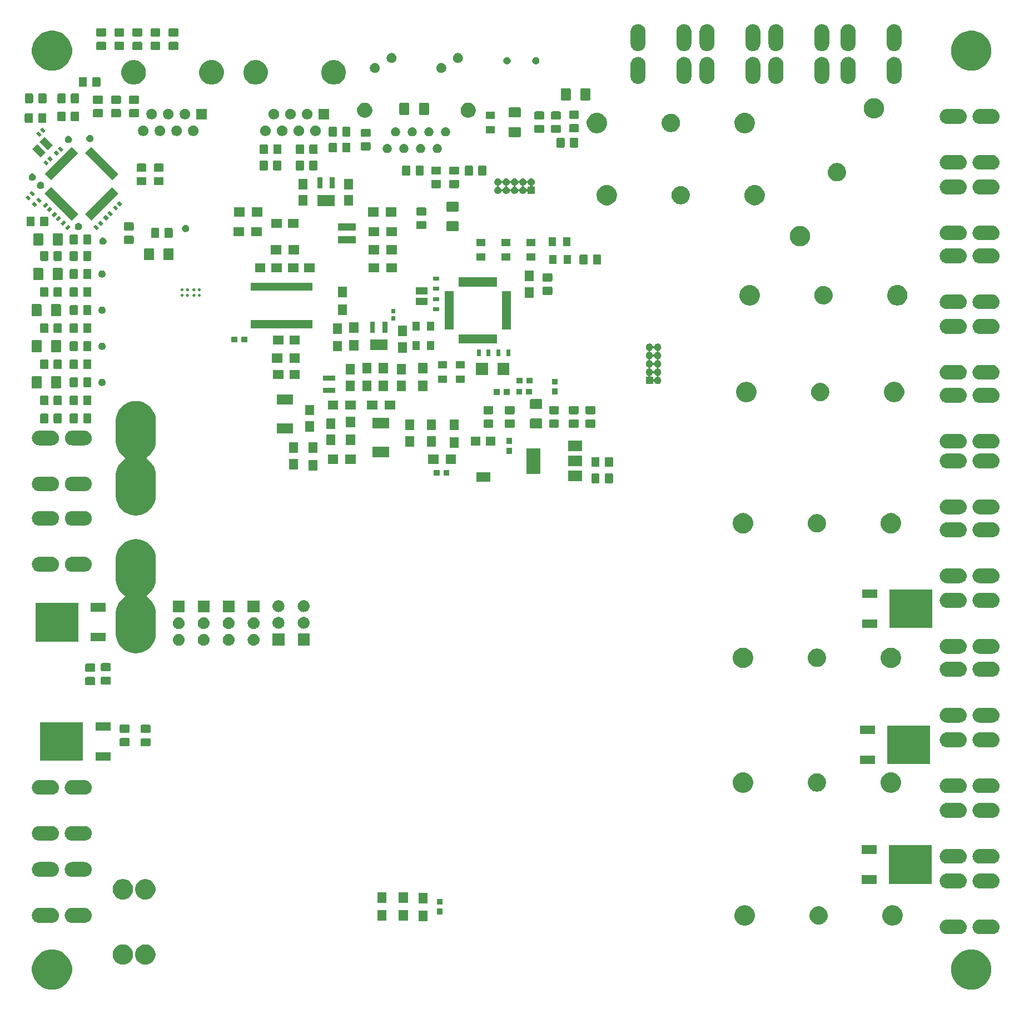
<source format=gbr>
G04 #@! TF.GenerationSoftware,KiCad,Pcbnew,(5.0.2)-1*
G04 #@! TF.CreationDate,2019-05-17T00:02:46-02:30*
G04 #@! TF.ProjectId,LVDC Distribution,4c564443-2044-4697-9374-726962757469,rev?*
G04 #@! TF.SameCoordinates,Original*
G04 #@! TF.FileFunction,Soldermask,Bot*
G04 #@! TF.FilePolarity,Negative*
%FSLAX46Y46*%
G04 Gerber Fmt 4.6, Leading zero omitted, Abs format (unit mm)*
G04 Created by KiCad (PCBNEW (5.0.2)-1) date 5/17/2019 12:02:46 AM*
%MOMM*%
%LPD*%
G01*
G04 APERTURE LIST*
%ADD10C,0.100000*%
G04 APERTURE END LIST*
D10*
G36*
X195889941Y-142066248D02*
X195889943Y-142066249D01*
X195889944Y-142066249D01*
X196445190Y-142296239D01*
X196445191Y-142296240D01*
X196944902Y-142630136D01*
X197369864Y-143055098D01*
X197369866Y-143055101D01*
X197703761Y-143554810D01*
X197933751Y-144110056D01*
X198051000Y-144699503D01*
X198051000Y-145300497D01*
X197933751Y-145889944D01*
X197703761Y-146445190D01*
X197703760Y-146445191D01*
X197369864Y-146944902D01*
X196944902Y-147369864D01*
X196944899Y-147369866D01*
X196445190Y-147703761D01*
X195889944Y-147933751D01*
X195889943Y-147933751D01*
X195889941Y-147933752D01*
X195300499Y-148051000D01*
X194699501Y-148051000D01*
X194110059Y-147933752D01*
X194110057Y-147933751D01*
X194110056Y-147933751D01*
X193554810Y-147703761D01*
X193055101Y-147369866D01*
X193055098Y-147369864D01*
X192630136Y-146944902D01*
X192296240Y-146445191D01*
X192296239Y-146445190D01*
X192066249Y-145889944D01*
X191949000Y-145300497D01*
X191949000Y-144699503D01*
X192066249Y-144110056D01*
X192296239Y-143554810D01*
X192630134Y-143055101D01*
X192630136Y-143055098D01*
X193055098Y-142630136D01*
X193554809Y-142296240D01*
X193554810Y-142296239D01*
X194110056Y-142066249D01*
X194110057Y-142066249D01*
X194110059Y-142066248D01*
X194699501Y-141949000D01*
X195300499Y-141949000D01*
X195889941Y-142066248D01*
X195889941Y-142066248D01*
G37*
G36*
X55889941Y-142066248D02*
X55889943Y-142066249D01*
X55889944Y-142066249D01*
X56445190Y-142296239D01*
X56445191Y-142296240D01*
X56944902Y-142630136D01*
X57369864Y-143055098D01*
X57369866Y-143055101D01*
X57703761Y-143554810D01*
X57933751Y-144110056D01*
X58051000Y-144699503D01*
X58051000Y-145300497D01*
X57933751Y-145889944D01*
X57703761Y-146445190D01*
X57703760Y-146445191D01*
X57369864Y-146944902D01*
X56944902Y-147369864D01*
X56944899Y-147369866D01*
X56445190Y-147703761D01*
X55889944Y-147933751D01*
X55889943Y-147933751D01*
X55889941Y-147933752D01*
X55300499Y-148051000D01*
X54699501Y-148051000D01*
X54110059Y-147933752D01*
X54110057Y-147933751D01*
X54110056Y-147933751D01*
X53554810Y-147703761D01*
X53055101Y-147369866D01*
X53055098Y-147369864D01*
X52630136Y-146944902D01*
X52296240Y-146445191D01*
X52296239Y-146445190D01*
X52066249Y-145889944D01*
X51949000Y-145300497D01*
X51949000Y-144699503D01*
X52066249Y-144110056D01*
X52296239Y-143554810D01*
X52630134Y-143055101D01*
X52630136Y-143055098D01*
X53055098Y-142630136D01*
X53554809Y-142296240D01*
X53554810Y-142296239D01*
X54110056Y-142066249D01*
X54110057Y-142066249D01*
X54110059Y-142066248D01*
X54699501Y-141949000D01*
X55300499Y-141949000D01*
X55889941Y-142066248D01*
X55889941Y-142066248D01*
G37*
G36*
X66152527Y-141198736D02*
X66252410Y-141218604D01*
X66534674Y-141335521D01*
X66788705Y-141505259D01*
X67004741Y-141721295D01*
X67174479Y-141975326D01*
X67291396Y-142257590D01*
X67351000Y-142557240D01*
X67351000Y-142862760D01*
X67291396Y-143162410D01*
X67174479Y-143444674D01*
X67004741Y-143698705D01*
X66788705Y-143914741D01*
X66534674Y-144084479D01*
X66252410Y-144201396D01*
X66152527Y-144221264D01*
X65952762Y-144261000D01*
X65647238Y-144261000D01*
X65447473Y-144221264D01*
X65347590Y-144201396D01*
X65065326Y-144084479D01*
X64811295Y-143914741D01*
X64595259Y-143698705D01*
X64425521Y-143444674D01*
X64308604Y-143162410D01*
X64249000Y-142862760D01*
X64249000Y-142557240D01*
X64308604Y-142257590D01*
X64425521Y-141975326D01*
X64595259Y-141721295D01*
X64811295Y-141505259D01*
X65065326Y-141335521D01*
X65347590Y-141218604D01*
X65447473Y-141198736D01*
X65647238Y-141159000D01*
X65952762Y-141159000D01*
X66152527Y-141198736D01*
X66152527Y-141198736D01*
G37*
G36*
X69552527Y-141198736D02*
X69652410Y-141218604D01*
X69934674Y-141335521D01*
X70188705Y-141505259D01*
X70404741Y-141721295D01*
X70574479Y-141975326D01*
X70691396Y-142257590D01*
X70751000Y-142557240D01*
X70751000Y-142862760D01*
X70691396Y-143162410D01*
X70574479Y-143444674D01*
X70404741Y-143698705D01*
X70188705Y-143914741D01*
X69934674Y-144084479D01*
X69652410Y-144201396D01*
X69552527Y-144221264D01*
X69352762Y-144261000D01*
X69047238Y-144261000D01*
X68847473Y-144221264D01*
X68747590Y-144201396D01*
X68465326Y-144084479D01*
X68211295Y-143914741D01*
X67995259Y-143698705D01*
X67825521Y-143444674D01*
X67708604Y-143162410D01*
X67649000Y-142862760D01*
X67649000Y-142557240D01*
X67708604Y-142257590D01*
X67825521Y-141975326D01*
X67995259Y-141721295D01*
X68211295Y-141505259D01*
X68465326Y-141335521D01*
X68747590Y-141218604D01*
X68847473Y-141198736D01*
X69047238Y-141159000D01*
X69352762Y-141159000D01*
X69552527Y-141198736D01*
X69552527Y-141198736D01*
G37*
G36*
X198285456Y-137379431D02*
X198395735Y-137390292D01*
X198537236Y-137433216D01*
X198607987Y-137454678D01*
X198664101Y-137484672D01*
X198803599Y-137559235D01*
X198975055Y-137699945D01*
X199115765Y-137871401D01*
X199160309Y-137954738D01*
X199220322Y-138067013D01*
X199220322Y-138067014D01*
X199284708Y-138279265D01*
X199306448Y-138500000D01*
X199284708Y-138720735D01*
X199241784Y-138862236D01*
X199220322Y-138932987D01*
X199185470Y-138998190D01*
X199115765Y-139128599D01*
X198975055Y-139300055D01*
X198803599Y-139440765D01*
X198673190Y-139510470D01*
X198607987Y-139545322D01*
X198537236Y-139566784D01*
X198395735Y-139609708D01*
X198285456Y-139620569D01*
X198230317Y-139626000D01*
X196269683Y-139626000D01*
X196214544Y-139620569D01*
X196104265Y-139609708D01*
X195962764Y-139566784D01*
X195892013Y-139545322D01*
X195826810Y-139510470D01*
X195696401Y-139440765D01*
X195524945Y-139300055D01*
X195384235Y-139128599D01*
X195314530Y-138998190D01*
X195279678Y-138932987D01*
X195258216Y-138862236D01*
X195215292Y-138720735D01*
X195193552Y-138500000D01*
X195215292Y-138279265D01*
X195279678Y-138067014D01*
X195279678Y-138067013D01*
X195339691Y-137954738D01*
X195384235Y-137871401D01*
X195524945Y-137699945D01*
X195696401Y-137559235D01*
X195835899Y-137484672D01*
X195892013Y-137454678D01*
X195962764Y-137433216D01*
X196104265Y-137390292D01*
X196214544Y-137379431D01*
X196269683Y-137374000D01*
X198230317Y-137374000D01*
X198285456Y-137379431D01*
X198285456Y-137379431D01*
G37*
G36*
X193285456Y-137379431D02*
X193395735Y-137390292D01*
X193537236Y-137433216D01*
X193607987Y-137454678D01*
X193664101Y-137484672D01*
X193803599Y-137559235D01*
X193975055Y-137699945D01*
X194115765Y-137871401D01*
X194160309Y-137954738D01*
X194220322Y-138067013D01*
X194220322Y-138067014D01*
X194284708Y-138279265D01*
X194306448Y-138500000D01*
X194284708Y-138720735D01*
X194241784Y-138862236D01*
X194220322Y-138932987D01*
X194185470Y-138998190D01*
X194115765Y-139128599D01*
X193975055Y-139300055D01*
X193803599Y-139440765D01*
X193673190Y-139510470D01*
X193607987Y-139545322D01*
X193537236Y-139566784D01*
X193395735Y-139609708D01*
X193285456Y-139620569D01*
X193230317Y-139626000D01*
X191269683Y-139626000D01*
X191214544Y-139620569D01*
X191104265Y-139609708D01*
X190962764Y-139566784D01*
X190892013Y-139545322D01*
X190826810Y-139510470D01*
X190696401Y-139440765D01*
X190524945Y-139300055D01*
X190384235Y-139128599D01*
X190314530Y-138998190D01*
X190279678Y-138932987D01*
X190258216Y-138862236D01*
X190215292Y-138720735D01*
X190193552Y-138500000D01*
X190215292Y-138279265D01*
X190279678Y-138067014D01*
X190279678Y-138067013D01*
X190339691Y-137954738D01*
X190384235Y-137871401D01*
X190524945Y-137699945D01*
X190696401Y-137559235D01*
X190835899Y-137484672D01*
X190892013Y-137454678D01*
X190962764Y-137433216D01*
X191104265Y-137390292D01*
X191214544Y-137379431D01*
X191269683Y-137374000D01*
X193230317Y-137374000D01*
X193285456Y-137379431D01*
X193285456Y-137379431D01*
G37*
G36*
X160852527Y-135238736D02*
X160952410Y-135258604D01*
X161234674Y-135375521D01*
X161488705Y-135545259D01*
X161704741Y-135761295D01*
X161874479Y-136015326D01*
X161918416Y-136121401D01*
X161991396Y-136297591D01*
X162051000Y-136597238D01*
X162051000Y-136902762D01*
X162037479Y-136970735D01*
X161991396Y-137202410D01*
X161874479Y-137484674D01*
X161704741Y-137738705D01*
X161488705Y-137954741D01*
X161234674Y-138124479D01*
X160952410Y-138241396D01*
X160852527Y-138261264D01*
X160652762Y-138301000D01*
X160347238Y-138301000D01*
X160147473Y-138261264D01*
X160047590Y-138241396D01*
X159765326Y-138124479D01*
X159511295Y-137954741D01*
X159295259Y-137738705D01*
X159125521Y-137484674D01*
X159008604Y-137202410D01*
X158962521Y-136970735D01*
X158949000Y-136902762D01*
X158949000Y-136597238D01*
X159008604Y-136297591D01*
X159081584Y-136121401D01*
X159125521Y-136015326D01*
X159295259Y-135761295D01*
X159511295Y-135545259D01*
X159765326Y-135375521D01*
X160047590Y-135258604D01*
X160147473Y-135238736D01*
X160347238Y-135199000D01*
X160652762Y-135199000D01*
X160852527Y-135238736D01*
X160852527Y-135238736D01*
G37*
G36*
X183352527Y-135238736D02*
X183452410Y-135258604D01*
X183734674Y-135375521D01*
X183988705Y-135545259D01*
X184204741Y-135761295D01*
X184374479Y-136015326D01*
X184418416Y-136121401D01*
X184491396Y-136297591D01*
X184551000Y-136597238D01*
X184551000Y-136902762D01*
X184537479Y-136970735D01*
X184491396Y-137202410D01*
X184374479Y-137484674D01*
X184204741Y-137738705D01*
X183988705Y-137954741D01*
X183734674Y-138124479D01*
X183452410Y-138241396D01*
X183352527Y-138261264D01*
X183152762Y-138301000D01*
X182847238Y-138301000D01*
X182647473Y-138261264D01*
X182547590Y-138241396D01*
X182265326Y-138124479D01*
X182011295Y-137954741D01*
X181795259Y-137738705D01*
X181625521Y-137484674D01*
X181508604Y-137202410D01*
X181462521Y-136970735D01*
X181449000Y-136902762D01*
X181449000Y-136597238D01*
X181508604Y-136297591D01*
X181581584Y-136121401D01*
X181625521Y-136015326D01*
X181795259Y-135761295D01*
X182011295Y-135545259D01*
X182265326Y-135375521D01*
X182547590Y-135258604D01*
X182647473Y-135238736D01*
X182847238Y-135199000D01*
X183152762Y-135199000D01*
X183352527Y-135238736D01*
X183352527Y-135238736D01*
G37*
G36*
X172068433Y-135384893D02*
X172158657Y-135402839D01*
X172264267Y-135446585D01*
X172413621Y-135508449D01*
X172643089Y-135661774D01*
X172838226Y-135856911D01*
X172991551Y-136086379D01*
X173006058Y-136121403D01*
X173079038Y-136297590D01*
X173097161Y-136341344D01*
X173151000Y-136612012D01*
X173151000Y-136887988D01*
X173115107Y-137068433D01*
X173097161Y-137158657D01*
X173053415Y-137264267D01*
X172991551Y-137413621D01*
X172838226Y-137643089D01*
X172643089Y-137838226D01*
X172413621Y-137991551D01*
X172264267Y-138053415D01*
X172158657Y-138097161D01*
X172068433Y-138115107D01*
X171887988Y-138151000D01*
X171612012Y-138151000D01*
X171431567Y-138115107D01*
X171341343Y-138097161D01*
X171235733Y-138053415D01*
X171086379Y-137991551D01*
X170856911Y-137838226D01*
X170661774Y-137643089D01*
X170508449Y-137413621D01*
X170446585Y-137264267D01*
X170402839Y-137158657D01*
X170384893Y-137068433D01*
X170349000Y-136887988D01*
X170349000Y-136612012D01*
X170402839Y-136341344D01*
X170420963Y-136297590D01*
X170493942Y-136121403D01*
X170508449Y-136086379D01*
X170661774Y-135856911D01*
X170856911Y-135661774D01*
X171086379Y-135508449D01*
X171235733Y-135446585D01*
X171341343Y-135402839D01*
X171431567Y-135384893D01*
X171612012Y-135349000D01*
X171887988Y-135349000D01*
X172068433Y-135384893D01*
X172068433Y-135384893D01*
G37*
G36*
X60030456Y-135629431D02*
X60140735Y-135640292D01*
X60282236Y-135683216D01*
X60352987Y-135704678D01*
X60389135Y-135724000D01*
X60548599Y-135809235D01*
X60720055Y-135949945D01*
X60860765Y-136121401D01*
X60930470Y-136251810D01*
X60965322Y-136317013D01*
X60986784Y-136387764D01*
X61029708Y-136529265D01*
X61051448Y-136750000D01*
X61029708Y-136970735D01*
X60986784Y-137112236D01*
X60965322Y-137182987D01*
X60954940Y-137202410D01*
X60860765Y-137378599D01*
X60720055Y-137550055D01*
X60548599Y-137690765D01*
X60418190Y-137760470D01*
X60352987Y-137795322D01*
X60282236Y-137816784D01*
X60140735Y-137859708D01*
X60030456Y-137870569D01*
X59975317Y-137876000D01*
X58014683Y-137876000D01*
X57959544Y-137870569D01*
X57849265Y-137859708D01*
X57707764Y-137816784D01*
X57637013Y-137795322D01*
X57571810Y-137760470D01*
X57441401Y-137690765D01*
X57269945Y-137550055D01*
X57129235Y-137378599D01*
X57035060Y-137202410D01*
X57024678Y-137182987D01*
X57003216Y-137112236D01*
X56960292Y-136970735D01*
X56938552Y-136750000D01*
X56960292Y-136529265D01*
X57003216Y-136387764D01*
X57024678Y-136317013D01*
X57059530Y-136251810D01*
X57129235Y-136121401D01*
X57269945Y-135949945D01*
X57441401Y-135809235D01*
X57600865Y-135724000D01*
X57637013Y-135704678D01*
X57707764Y-135683216D01*
X57849265Y-135640292D01*
X57959544Y-135629431D01*
X58014683Y-135624000D01*
X59975317Y-135624000D01*
X60030456Y-135629431D01*
X60030456Y-135629431D01*
G37*
G36*
X55030456Y-135629431D02*
X55140735Y-135640292D01*
X55282236Y-135683216D01*
X55352987Y-135704678D01*
X55389135Y-135724000D01*
X55548599Y-135809235D01*
X55720055Y-135949945D01*
X55860765Y-136121401D01*
X55930470Y-136251810D01*
X55965322Y-136317013D01*
X55986784Y-136387764D01*
X56029708Y-136529265D01*
X56051448Y-136750000D01*
X56029708Y-136970735D01*
X55986784Y-137112236D01*
X55965322Y-137182987D01*
X55954940Y-137202410D01*
X55860765Y-137378599D01*
X55720055Y-137550055D01*
X55548599Y-137690765D01*
X55418190Y-137760470D01*
X55352987Y-137795322D01*
X55282236Y-137816784D01*
X55140735Y-137859708D01*
X55030456Y-137870569D01*
X54975317Y-137876000D01*
X53014683Y-137876000D01*
X52959544Y-137870569D01*
X52849265Y-137859708D01*
X52707764Y-137816784D01*
X52637013Y-137795322D01*
X52571810Y-137760470D01*
X52441401Y-137690765D01*
X52269945Y-137550055D01*
X52129235Y-137378599D01*
X52035060Y-137202410D01*
X52024678Y-137182987D01*
X52003216Y-137112236D01*
X51960292Y-136970735D01*
X51938552Y-136750000D01*
X51960292Y-136529265D01*
X52003216Y-136387764D01*
X52024678Y-136317013D01*
X52059530Y-136251810D01*
X52129235Y-136121401D01*
X52269945Y-135949945D01*
X52441401Y-135809235D01*
X52600865Y-135724000D01*
X52637013Y-135704678D01*
X52707764Y-135683216D01*
X52849265Y-135640292D01*
X52959544Y-135629431D01*
X53014683Y-135624000D01*
X54975317Y-135624000D01*
X55030456Y-135629431D01*
X55030456Y-135629431D01*
G37*
G36*
X112201000Y-137651000D02*
X110799000Y-137651000D01*
X110799000Y-136049000D01*
X112201000Y-136049000D01*
X112201000Y-137651000D01*
X112201000Y-137651000D01*
G37*
G36*
X105951000Y-137551000D02*
X104549000Y-137551000D01*
X104549000Y-135949000D01*
X105951000Y-135949000D01*
X105951000Y-137551000D01*
X105951000Y-137551000D01*
G37*
G36*
X109201000Y-137551000D02*
X107799000Y-137551000D01*
X107799000Y-135949000D01*
X109201000Y-135949000D01*
X109201000Y-137551000D01*
X109201000Y-137551000D01*
G37*
G36*
X114451000Y-136626000D02*
X113599000Y-136626000D01*
X113599000Y-135724000D01*
X114451000Y-135724000D01*
X114451000Y-136626000D01*
X114451000Y-136626000D01*
G37*
G36*
X114451000Y-135126000D02*
X113599000Y-135126000D01*
X113599000Y-134224000D01*
X114451000Y-134224000D01*
X114451000Y-135126000D01*
X114451000Y-135126000D01*
G37*
G36*
X112201000Y-134951000D02*
X110799000Y-134951000D01*
X110799000Y-133349000D01*
X112201000Y-133349000D01*
X112201000Y-134951000D01*
X112201000Y-134951000D01*
G37*
G36*
X109201000Y-134851000D02*
X107799000Y-134851000D01*
X107799000Y-133249000D01*
X109201000Y-133249000D01*
X109201000Y-134851000D01*
X109201000Y-134851000D01*
G37*
G36*
X105951000Y-134851000D02*
X104549000Y-134851000D01*
X104549000Y-133249000D01*
X105951000Y-133249000D01*
X105951000Y-134851000D01*
X105951000Y-134851000D01*
G37*
G36*
X66152527Y-131278736D02*
X66252410Y-131298604D01*
X66534674Y-131415521D01*
X66788705Y-131585259D01*
X67004741Y-131801295D01*
X67174479Y-132055326D01*
X67291396Y-132337590D01*
X67291396Y-132337591D01*
X67348765Y-132626000D01*
X67351000Y-132637240D01*
X67351000Y-132942760D01*
X67291396Y-133242410D01*
X67174479Y-133524674D01*
X67004741Y-133778705D01*
X66788705Y-133994741D01*
X66534674Y-134164479D01*
X66252410Y-134281396D01*
X66152527Y-134301264D01*
X65952762Y-134341000D01*
X65647238Y-134341000D01*
X65447473Y-134301264D01*
X65347590Y-134281396D01*
X65065326Y-134164479D01*
X64811295Y-133994741D01*
X64595259Y-133778705D01*
X64425521Y-133524674D01*
X64308604Y-133242410D01*
X64249000Y-132942760D01*
X64249000Y-132637240D01*
X64251236Y-132626000D01*
X64308604Y-132337591D01*
X64308604Y-132337590D01*
X64425521Y-132055326D01*
X64595259Y-131801295D01*
X64811295Y-131585259D01*
X65065326Y-131415521D01*
X65347590Y-131298604D01*
X65447473Y-131278736D01*
X65647238Y-131239000D01*
X65952762Y-131239000D01*
X66152527Y-131278736D01*
X66152527Y-131278736D01*
G37*
G36*
X69552527Y-131278736D02*
X69652410Y-131298604D01*
X69934674Y-131415521D01*
X70188705Y-131585259D01*
X70404741Y-131801295D01*
X70574479Y-132055326D01*
X70691396Y-132337590D01*
X70691396Y-132337591D01*
X70748765Y-132626000D01*
X70751000Y-132637240D01*
X70751000Y-132942760D01*
X70691396Y-133242410D01*
X70574479Y-133524674D01*
X70404741Y-133778705D01*
X70188705Y-133994741D01*
X69934674Y-134164479D01*
X69652410Y-134281396D01*
X69552527Y-134301264D01*
X69352762Y-134341000D01*
X69047238Y-134341000D01*
X68847473Y-134301264D01*
X68747590Y-134281396D01*
X68465326Y-134164479D01*
X68211295Y-133994741D01*
X67995259Y-133778705D01*
X67825521Y-133524674D01*
X67708604Y-133242410D01*
X67649000Y-132942760D01*
X67649000Y-132637240D01*
X67651236Y-132626000D01*
X67708604Y-132337591D01*
X67708604Y-132337590D01*
X67825521Y-132055326D01*
X67995259Y-131801295D01*
X68211295Y-131585259D01*
X68465326Y-131415521D01*
X68747590Y-131298604D01*
X68847473Y-131278736D01*
X69047238Y-131239000D01*
X69352762Y-131239000D01*
X69552527Y-131278736D01*
X69552527Y-131278736D01*
G37*
G36*
X193285456Y-130379431D02*
X193395735Y-130390292D01*
X193537236Y-130433216D01*
X193607987Y-130454678D01*
X193673190Y-130489530D01*
X193803599Y-130559235D01*
X193975055Y-130699945D01*
X194115765Y-130871401D01*
X194185470Y-131001810D01*
X194220322Y-131067013D01*
X194220322Y-131067014D01*
X194284708Y-131279265D01*
X194306448Y-131500000D01*
X194284708Y-131720735D01*
X194260271Y-131801293D01*
X194220322Y-131932987D01*
X194185470Y-131998190D01*
X194115765Y-132128599D01*
X193975055Y-132300055D01*
X193803599Y-132440765D01*
X193673190Y-132510470D01*
X193607987Y-132545322D01*
X193537236Y-132566784D01*
X193395735Y-132609708D01*
X193285456Y-132620569D01*
X193230317Y-132626000D01*
X191269683Y-132626000D01*
X191214544Y-132620569D01*
X191104265Y-132609708D01*
X190962764Y-132566784D01*
X190892013Y-132545322D01*
X190826810Y-132510470D01*
X190696401Y-132440765D01*
X190524945Y-132300055D01*
X190384235Y-132128599D01*
X190314530Y-131998190D01*
X190279678Y-131932987D01*
X190239729Y-131801293D01*
X190215292Y-131720735D01*
X190193552Y-131500000D01*
X190215292Y-131279265D01*
X190279678Y-131067014D01*
X190279678Y-131067013D01*
X190314530Y-131001810D01*
X190384235Y-130871401D01*
X190524945Y-130699945D01*
X190696401Y-130559235D01*
X190826810Y-130489530D01*
X190892013Y-130454678D01*
X190962764Y-130433216D01*
X191104265Y-130390292D01*
X191214544Y-130379431D01*
X191269683Y-130374000D01*
X193230317Y-130374000D01*
X193285456Y-130379431D01*
X193285456Y-130379431D01*
G37*
G36*
X198285456Y-130379431D02*
X198395735Y-130390292D01*
X198537236Y-130433216D01*
X198607987Y-130454678D01*
X198673190Y-130489530D01*
X198803599Y-130559235D01*
X198975055Y-130699945D01*
X199115765Y-130871401D01*
X199185470Y-131001810D01*
X199220322Y-131067013D01*
X199220322Y-131067014D01*
X199284708Y-131279265D01*
X199306448Y-131500000D01*
X199284708Y-131720735D01*
X199260271Y-131801293D01*
X199220322Y-131932987D01*
X199185470Y-131998190D01*
X199115765Y-132128599D01*
X198975055Y-132300055D01*
X198803599Y-132440765D01*
X198673190Y-132510470D01*
X198607987Y-132545322D01*
X198537236Y-132566784D01*
X198395735Y-132609708D01*
X198285456Y-132620569D01*
X198230317Y-132626000D01*
X196269683Y-132626000D01*
X196214544Y-132620569D01*
X196104265Y-132609708D01*
X195962764Y-132566784D01*
X195892013Y-132545322D01*
X195826810Y-132510470D01*
X195696401Y-132440765D01*
X195524945Y-132300055D01*
X195384235Y-132128599D01*
X195314530Y-131998190D01*
X195279678Y-131932987D01*
X195239729Y-131801293D01*
X195215292Y-131720735D01*
X195193552Y-131500000D01*
X195215292Y-131279265D01*
X195279678Y-131067014D01*
X195279678Y-131067013D01*
X195314530Y-131001810D01*
X195384235Y-130871401D01*
X195524945Y-130699945D01*
X195696401Y-130559235D01*
X195826810Y-130489530D01*
X195892013Y-130454678D01*
X195962764Y-130433216D01*
X196104265Y-130390292D01*
X196214544Y-130379431D01*
X196269683Y-130374000D01*
X198230317Y-130374000D01*
X198285456Y-130379431D01*
X198285456Y-130379431D01*
G37*
G36*
X189001000Y-131951000D02*
X182499000Y-131951000D01*
X182499000Y-126049000D01*
X189001000Y-126049000D01*
X189001000Y-131951000D01*
X189001000Y-131951000D01*
G37*
G36*
X180601000Y-131931000D02*
X178299000Y-131931000D01*
X178299000Y-130629000D01*
X180601000Y-130629000D01*
X180601000Y-131931000D01*
X180601000Y-131931000D01*
G37*
G36*
X55030456Y-128629431D02*
X55140735Y-128640292D01*
X55282236Y-128683216D01*
X55352987Y-128704678D01*
X55418190Y-128739530D01*
X55548599Y-128809235D01*
X55720055Y-128949945D01*
X55860765Y-129121401D01*
X55930470Y-129251810D01*
X55965322Y-129317013D01*
X55965322Y-129317014D01*
X56029708Y-129529265D01*
X56051448Y-129750000D01*
X56029708Y-129970735D01*
X55986784Y-130112236D01*
X55965322Y-130182987D01*
X55930470Y-130248190D01*
X55860765Y-130378599D01*
X55720055Y-130550055D01*
X55548599Y-130690765D01*
X55418190Y-130760470D01*
X55352987Y-130795322D01*
X55282236Y-130816784D01*
X55140735Y-130859708D01*
X55030456Y-130870569D01*
X54975317Y-130876000D01*
X53014683Y-130876000D01*
X52959544Y-130870569D01*
X52849265Y-130859708D01*
X52707764Y-130816784D01*
X52637013Y-130795322D01*
X52571810Y-130760470D01*
X52441401Y-130690765D01*
X52269945Y-130550055D01*
X52129235Y-130378599D01*
X52059530Y-130248190D01*
X52024678Y-130182987D01*
X52003216Y-130112236D01*
X51960292Y-129970735D01*
X51938552Y-129750000D01*
X51960292Y-129529265D01*
X52024678Y-129317014D01*
X52024678Y-129317013D01*
X52059530Y-129251810D01*
X52129235Y-129121401D01*
X52269945Y-128949945D01*
X52441401Y-128809235D01*
X52571810Y-128739530D01*
X52637013Y-128704678D01*
X52707764Y-128683216D01*
X52849265Y-128640292D01*
X52959544Y-128629431D01*
X53014683Y-128624000D01*
X54975317Y-128624000D01*
X55030456Y-128629431D01*
X55030456Y-128629431D01*
G37*
G36*
X60030456Y-128629431D02*
X60140735Y-128640292D01*
X60282236Y-128683216D01*
X60352987Y-128704678D01*
X60418190Y-128739530D01*
X60548599Y-128809235D01*
X60720055Y-128949945D01*
X60860765Y-129121401D01*
X60930470Y-129251810D01*
X60965322Y-129317013D01*
X60965322Y-129317014D01*
X61029708Y-129529265D01*
X61051448Y-129750000D01*
X61029708Y-129970735D01*
X60986784Y-130112236D01*
X60965322Y-130182987D01*
X60930470Y-130248190D01*
X60860765Y-130378599D01*
X60720055Y-130550055D01*
X60548599Y-130690765D01*
X60418190Y-130760470D01*
X60352987Y-130795322D01*
X60282236Y-130816784D01*
X60140735Y-130859708D01*
X60030456Y-130870569D01*
X59975317Y-130876000D01*
X58014683Y-130876000D01*
X57959544Y-130870569D01*
X57849265Y-130859708D01*
X57707764Y-130816784D01*
X57637013Y-130795322D01*
X57571810Y-130760470D01*
X57441401Y-130690765D01*
X57269945Y-130550055D01*
X57129235Y-130378599D01*
X57059530Y-130248190D01*
X57024678Y-130182987D01*
X57003216Y-130112236D01*
X56960292Y-129970735D01*
X56938552Y-129750000D01*
X56960292Y-129529265D01*
X57024678Y-129317014D01*
X57024678Y-129317013D01*
X57059530Y-129251810D01*
X57129235Y-129121401D01*
X57269945Y-128949945D01*
X57441401Y-128809235D01*
X57571810Y-128739530D01*
X57637013Y-128704678D01*
X57707764Y-128683216D01*
X57849265Y-128640292D01*
X57959544Y-128629431D01*
X58014683Y-128624000D01*
X59975317Y-128624000D01*
X60030456Y-128629431D01*
X60030456Y-128629431D01*
G37*
G36*
X198285456Y-126629431D02*
X198395735Y-126640292D01*
X198537236Y-126683216D01*
X198607987Y-126704678D01*
X198673190Y-126739530D01*
X198803599Y-126809235D01*
X198975055Y-126949945D01*
X199115765Y-127121401D01*
X199185470Y-127251810D01*
X199220322Y-127317013D01*
X199220322Y-127317014D01*
X199284708Y-127529265D01*
X199306448Y-127750000D01*
X199284708Y-127970735D01*
X199241784Y-128112236D01*
X199220322Y-128182987D01*
X199185470Y-128248190D01*
X199115765Y-128378599D01*
X198975055Y-128550055D01*
X198803599Y-128690765D01*
X198673190Y-128760470D01*
X198607987Y-128795322D01*
X198537236Y-128816784D01*
X198395735Y-128859708D01*
X198285456Y-128870569D01*
X198230317Y-128876000D01*
X196269683Y-128876000D01*
X196214544Y-128870569D01*
X196104265Y-128859708D01*
X195962764Y-128816784D01*
X195892013Y-128795322D01*
X195826810Y-128760470D01*
X195696401Y-128690765D01*
X195524945Y-128550055D01*
X195384235Y-128378599D01*
X195314530Y-128248190D01*
X195279678Y-128182987D01*
X195258216Y-128112236D01*
X195215292Y-127970735D01*
X195193552Y-127750000D01*
X195215292Y-127529265D01*
X195279678Y-127317014D01*
X195279678Y-127317013D01*
X195314530Y-127251810D01*
X195384235Y-127121401D01*
X195524945Y-126949945D01*
X195696401Y-126809235D01*
X195826810Y-126739530D01*
X195892013Y-126704678D01*
X195962764Y-126683216D01*
X196104265Y-126640292D01*
X196214544Y-126629431D01*
X196269683Y-126624000D01*
X198230317Y-126624000D01*
X198285456Y-126629431D01*
X198285456Y-126629431D01*
G37*
G36*
X193285456Y-126629431D02*
X193395735Y-126640292D01*
X193537236Y-126683216D01*
X193607987Y-126704678D01*
X193673190Y-126739530D01*
X193803599Y-126809235D01*
X193975055Y-126949945D01*
X194115765Y-127121401D01*
X194185470Y-127251810D01*
X194220322Y-127317013D01*
X194220322Y-127317014D01*
X194284708Y-127529265D01*
X194306448Y-127750000D01*
X194284708Y-127970735D01*
X194241784Y-128112236D01*
X194220322Y-128182987D01*
X194185470Y-128248190D01*
X194115765Y-128378599D01*
X193975055Y-128550055D01*
X193803599Y-128690765D01*
X193673190Y-128760470D01*
X193607987Y-128795322D01*
X193537236Y-128816784D01*
X193395735Y-128859708D01*
X193285456Y-128870569D01*
X193230317Y-128876000D01*
X191269683Y-128876000D01*
X191214544Y-128870569D01*
X191104265Y-128859708D01*
X190962764Y-128816784D01*
X190892013Y-128795322D01*
X190826810Y-128760470D01*
X190696401Y-128690765D01*
X190524945Y-128550055D01*
X190384235Y-128378599D01*
X190314530Y-128248190D01*
X190279678Y-128182987D01*
X190258216Y-128112236D01*
X190215292Y-127970735D01*
X190193552Y-127750000D01*
X190215292Y-127529265D01*
X190279678Y-127317014D01*
X190279678Y-127317013D01*
X190314530Y-127251810D01*
X190384235Y-127121401D01*
X190524945Y-126949945D01*
X190696401Y-126809235D01*
X190826810Y-126739530D01*
X190892013Y-126704678D01*
X190962764Y-126683216D01*
X191104265Y-126640292D01*
X191214544Y-126629431D01*
X191269683Y-126624000D01*
X193230317Y-126624000D01*
X193285456Y-126629431D01*
X193285456Y-126629431D01*
G37*
G36*
X180601000Y-127371000D02*
X178299000Y-127371000D01*
X178299000Y-126069000D01*
X180601000Y-126069000D01*
X180601000Y-127371000D01*
X180601000Y-127371000D01*
G37*
G36*
X60030456Y-123129431D02*
X60140735Y-123140292D01*
X60282236Y-123183216D01*
X60352987Y-123204678D01*
X60418190Y-123239530D01*
X60548599Y-123309235D01*
X60720055Y-123449945D01*
X60860765Y-123621401D01*
X60930470Y-123751810D01*
X60965322Y-123817013D01*
X60965322Y-123817014D01*
X61029708Y-124029265D01*
X61051448Y-124250000D01*
X61029708Y-124470735D01*
X60986784Y-124612236D01*
X60965322Y-124682987D01*
X60930470Y-124748190D01*
X60860765Y-124878599D01*
X60720055Y-125050055D01*
X60548599Y-125190765D01*
X60418190Y-125260470D01*
X60352987Y-125295322D01*
X60282236Y-125316784D01*
X60140735Y-125359708D01*
X60030456Y-125370569D01*
X59975317Y-125376000D01*
X58014683Y-125376000D01*
X57959544Y-125370569D01*
X57849265Y-125359708D01*
X57707764Y-125316784D01*
X57637013Y-125295322D01*
X57571810Y-125260470D01*
X57441401Y-125190765D01*
X57269945Y-125050055D01*
X57129235Y-124878599D01*
X57059530Y-124748190D01*
X57024678Y-124682987D01*
X57003216Y-124612236D01*
X56960292Y-124470735D01*
X56938552Y-124250000D01*
X56960292Y-124029265D01*
X57024678Y-123817014D01*
X57024678Y-123817013D01*
X57059530Y-123751810D01*
X57129235Y-123621401D01*
X57269945Y-123449945D01*
X57441401Y-123309235D01*
X57571810Y-123239530D01*
X57637013Y-123204678D01*
X57707764Y-123183216D01*
X57849265Y-123140292D01*
X57959544Y-123129431D01*
X58014683Y-123124000D01*
X59975317Y-123124000D01*
X60030456Y-123129431D01*
X60030456Y-123129431D01*
G37*
G36*
X55030456Y-123129431D02*
X55140735Y-123140292D01*
X55282236Y-123183216D01*
X55352987Y-123204678D01*
X55418190Y-123239530D01*
X55548599Y-123309235D01*
X55720055Y-123449945D01*
X55860765Y-123621401D01*
X55930470Y-123751810D01*
X55965322Y-123817013D01*
X55965322Y-123817014D01*
X56029708Y-124029265D01*
X56051448Y-124250000D01*
X56029708Y-124470735D01*
X55986784Y-124612236D01*
X55965322Y-124682987D01*
X55930470Y-124748190D01*
X55860765Y-124878599D01*
X55720055Y-125050055D01*
X55548599Y-125190765D01*
X55418190Y-125260470D01*
X55352987Y-125295322D01*
X55282236Y-125316784D01*
X55140735Y-125359708D01*
X55030456Y-125370569D01*
X54975317Y-125376000D01*
X53014683Y-125376000D01*
X52959544Y-125370569D01*
X52849265Y-125359708D01*
X52707764Y-125316784D01*
X52637013Y-125295322D01*
X52571810Y-125260470D01*
X52441401Y-125190765D01*
X52269945Y-125050055D01*
X52129235Y-124878599D01*
X52059530Y-124748190D01*
X52024678Y-124682987D01*
X52003216Y-124612236D01*
X51960292Y-124470735D01*
X51938552Y-124250000D01*
X51960292Y-124029265D01*
X52024678Y-123817014D01*
X52024678Y-123817013D01*
X52059530Y-123751810D01*
X52129235Y-123621401D01*
X52269945Y-123449945D01*
X52441401Y-123309235D01*
X52571810Y-123239530D01*
X52637013Y-123204678D01*
X52707764Y-123183216D01*
X52849265Y-123140292D01*
X52959544Y-123129431D01*
X53014683Y-123124000D01*
X54975317Y-123124000D01*
X55030456Y-123129431D01*
X55030456Y-123129431D01*
G37*
G36*
X198285456Y-119629431D02*
X198395735Y-119640292D01*
X198537236Y-119683216D01*
X198607987Y-119704678D01*
X198673190Y-119739530D01*
X198803599Y-119809235D01*
X198975055Y-119949945D01*
X199115765Y-120121401D01*
X199185470Y-120251810D01*
X199220322Y-120317013D01*
X199220322Y-120317014D01*
X199284708Y-120529265D01*
X199306448Y-120750000D01*
X199284708Y-120970735D01*
X199241784Y-121112236D01*
X199220322Y-121182987D01*
X199185470Y-121248190D01*
X199115765Y-121378599D01*
X198975055Y-121550055D01*
X198803599Y-121690765D01*
X198673190Y-121760470D01*
X198607987Y-121795322D01*
X198537236Y-121816784D01*
X198395735Y-121859708D01*
X198285456Y-121870569D01*
X198230317Y-121876000D01*
X196269683Y-121876000D01*
X196214544Y-121870569D01*
X196104265Y-121859708D01*
X195962764Y-121816784D01*
X195892013Y-121795322D01*
X195826810Y-121760470D01*
X195696401Y-121690765D01*
X195524945Y-121550055D01*
X195384235Y-121378599D01*
X195314530Y-121248190D01*
X195279678Y-121182987D01*
X195258216Y-121112236D01*
X195215292Y-120970735D01*
X195193552Y-120750000D01*
X195215292Y-120529265D01*
X195279678Y-120317014D01*
X195279678Y-120317013D01*
X195314530Y-120251810D01*
X195384235Y-120121401D01*
X195524945Y-119949945D01*
X195696401Y-119809235D01*
X195826810Y-119739530D01*
X195892013Y-119704678D01*
X195962764Y-119683216D01*
X196104265Y-119640292D01*
X196214544Y-119629431D01*
X196269683Y-119624000D01*
X198230317Y-119624000D01*
X198285456Y-119629431D01*
X198285456Y-119629431D01*
G37*
G36*
X193285456Y-119629431D02*
X193395735Y-119640292D01*
X193537236Y-119683216D01*
X193607987Y-119704678D01*
X193673190Y-119739530D01*
X193803599Y-119809235D01*
X193975055Y-119949945D01*
X194115765Y-120121401D01*
X194185470Y-120251810D01*
X194220322Y-120317013D01*
X194220322Y-120317014D01*
X194284708Y-120529265D01*
X194306448Y-120750000D01*
X194284708Y-120970735D01*
X194241784Y-121112236D01*
X194220322Y-121182987D01*
X194185470Y-121248190D01*
X194115765Y-121378599D01*
X193975055Y-121550055D01*
X193803599Y-121690765D01*
X193673190Y-121760470D01*
X193607987Y-121795322D01*
X193537236Y-121816784D01*
X193395735Y-121859708D01*
X193285456Y-121870569D01*
X193230317Y-121876000D01*
X191269683Y-121876000D01*
X191214544Y-121870569D01*
X191104265Y-121859708D01*
X190962764Y-121816784D01*
X190892013Y-121795322D01*
X190826810Y-121760470D01*
X190696401Y-121690765D01*
X190524945Y-121550055D01*
X190384235Y-121378599D01*
X190314530Y-121248190D01*
X190279678Y-121182987D01*
X190258216Y-121112236D01*
X190215292Y-120970735D01*
X190193552Y-120750000D01*
X190215292Y-120529265D01*
X190279678Y-120317014D01*
X190279678Y-120317013D01*
X190314530Y-120251810D01*
X190384235Y-120121401D01*
X190524945Y-119949945D01*
X190696401Y-119809235D01*
X190826810Y-119739530D01*
X190892013Y-119704678D01*
X190962764Y-119683216D01*
X191104265Y-119640292D01*
X191214544Y-119629431D01*
X191269683Y-119624000D01*
X193230317Y-119624000D01*
X193285456Y-119629431D01*
X193285456Y-119629431D01*
G37*
G36*
X55030456Y-116129431D02*
X55140735Y-116140292D01*
X55282236Y-116183216D01*
X55352987Y-116204678D01*
X55418190Y-116239530D01*
X55548599Y-116309235D01*
X55720055Y-116449945D01*
X55860765Y-116621401D01*
X55930470Y-116751810D01*
X55965322Y-116817013D01*
X55965322Y-116817014D01*
X56029708Y-117029265D01*
X56051448Y-117250000D01*
X56029708Y-117470735D01*
X56024256Y-117488707D01*
X55965322Y-117682987D01*
X55930470Y-117748190D01*
X55860765Y-117878599D01*
X55720055Y-118050055D01*
X55548599Y-118190765D01*
X55418190Y-118260470D01*
X55352987Y-118295322D01*
X55282236Y-118316784D01*
X55140735Y-118359708D01*
X55030456Y-118370569D01*
X54975317Y-118376000D01*
X53014683Y-118376000D01*
X52959544Y-118370569D01*
X52849265Y-118359708D01*
X52707764Y-118316784D01*
X52637013Y-118295322D01*
X52571810Y-118260470D01*
X52441401Y-118190765D01*
X52269945Y-118050055D01*
X52129235Y-117878599D01*
X52059530Y-117748190D01*
X52024678Y-117682987D01*
X51965744Y-117488707D01*
X51960292Y-117470735D01*
X51938552Y-117250000D01*
X51960292Y-117029265D01*
X52024678Y-116817014D01*
X52024678Y-116817013D01*
X52059530Y-116751810D01*
X52129235Y-116621401D01*
X52269945Y-116449945D01*
X52441401Y-116309235D01*
X52571810Y-116239530D01*
X52637013Y-116204678D01*
X52707764Y-116183216D01*
X52849265Y-116140292D01*
X52959544Y-116129431D01*
X53014683Y-116124000D01*
X54975317Y-116124000D01*
X55030456Y-116129431D01*
X55030456Y-116129431D01*
G37*
G36*
X60030456Y-116129431D02*
X60140735Y-116140292D01*
X60282236Y-116183216D01*
X60352987Y-116204678D01*
X60418190Y-116239530D01*
X60548599Y-116309235D01*
X60720055Y-116449945D01*
X60860765Y-116621401D01*
X60930470Y-116751810D01*
X60965322Y-116817013D01*
X60965322Y-116817014D01*
X61029708Y-117029265D01*
X61051448Y-117250000D01*
X61029708Y-117470735D01*
X61024256Y-117488707D01*
X60965322Y-117682987D01*
X60930470Y-117748190D01*
X60860765Y-117878599D01*
X60720055Y-118050055D01*
X60548599Y-118190765D01*
X60418190Y-118260470D01*
X60352987Y-118295322D01*
X60282236Y-118316784D01*
X60140735Y-118359708D01*
X60030456Y-118370569D01*
X59975317Y-118376000D01*
X58014683Y-118376000D01*
X57959544Y-118370569D01*
X57849265Y-118359708D01*
X57707764Y-118316784D01*
X57637013Y-118295322D01*
X57571810Y-118260470D01*
X57441401Y-118190765D01*
X57269945Y-118050055D01*
X57129235Y-117878599D01*
X57059530Y-117748190D01*
X57024678Y-117682987D01*
X56965744Y-117488707D01*
X56960292Y-117470735D01*
X56938552Y-117250000D01*
X56960292Y-117029265D01*
X57024678Y-116817014D01*
X57024678Y-116817013D01*
X57059530Y-116751810D01*
X57129235Y-116621401D01*
X57269945Y-116449945D01*
X57441401Y-116309235D01*
X57571810Y-116239530D01*
X57637013Y-116204678D01*
X57707764Y-116183216D01*
X57849265Y-116140292D01*
X57959544Y-116129431D01*
X58014683Y-116124000D01*
X59975317Y-116124000D01*
X60030456Y-116129431D01*
X60030456Y-116129431D01*
G37*
G36*
X198285456Y-115879431D02*
X198395735Y-115890292D01*
X198537236Y-115933216D01*
X198607987Y-115954678D01*
X198673190Y-115989530D01*
X198803599Y-116059235D01*
X198975055Y-116199945D01*
X199115765Y-116371401D01*
X199185470Y-116501810D01*
X199220322Y-116567013D01*
X199220322Y-116567014D01*
X199284708Y-116779265D01*
X199306448Y-117000000D01*
X199284708Y-117220735D01*
X199241784Y-117362236D01*
X199220322Y-117432987D01*
X199200146Y-117470733D01*
X199115765Y-117628599D01*
X198975055Y-117800055D01*
X198803599Y-117940765D01*
X198673190Y-118010470D01*
X198607987Y-118045322D01*
X198537236Y-118066784D01*
X198395735Y-118109708D01*
X198285456Y-118120569D01*
X198230317Y-118126000D01*
X196269683Y-118126000D01*
X196214544Y-118120569D01*
X196104265Y-118109708D01*
X195962764Y-118066784D01*
X195892013Y-118045322D01*
X195826810Y-118010470D01*
X195696401Y-117940765D01*
X195524945Y-117800055D01*
X195384235Y-117628599D01*
X195299854Y-117470733D01*
X195279678Y-117432987D01*
X195258216Y-117362236D01*
X195215292Y-117220735D01*
X195193552Y-117000000D01*
X195215292Y-116779265D01*
X195279678Y-116567014D01*
X195279678Y-116567013D01*
X195314530Y-116501810D01*
X195384235Y-116371401D01*
X195524945Y-116199945D01*
X195696401Y-116059235D01*
X195826810Y-115989530D01*
X195892013Y-115954678D01*
X195962764Y-115933216D01*
X196104265Y-115890292D01*
X196214544Y-115879431D01*
X196269683Y-115874000D01*
X198230317Y-115874000D01*
X198285456Y-115879431D01*
X198285456Y-115879431D01*
G37*
G36*
X193285456Y-115879431D02*
X193395735Y-115890292D01*
X193537236Y-115933216D01*
X193607987Y-115954678D01*
X193673190Y-115989530D01*
X193803599Y-116059235D01*
X193975055Y-116199945D01*
X194115765Y-116371401D01*
X194185470Y-116501810D01*
X194220322Y-116567013D01*
X194220322Y-116567014D01*
X194284708Y-116779265D01*
X194306448Y-117000000D01*
X194284708Y-117220735D01*
X194241784Y-117362236D01*
X194220322Y-117432987D01*
X194200146Y-117470733D01*
X194115765Y-117628599D01*
X193975055Y-117800055D01*
X193803599Y-117940765D01*
X193673190Y-118010470D01*
X193607987Y-118045322D01*
X193537236Y-118066784D01*
X193395735Y-118109708D01*
X193285456Y-118120569D01*
X193230317Y-118126000D01*
X191269683Y-118126000D01*
X191214544Y-118120569D01*
X191104265Y-118109708D01*
X190962764Y-118066784D01*
X190892013Y-118045322D01*
X190826810Y-118010470D01*
X190696401Y-117940765D01*
X190524945Y-117800055D01*
X190384235Y-117628599D01*
X190299854Y-117470733D01*
X190279678Y-117432987D01*
X190258216Y-117362236D01*
X190215292Y-117220735D01*
X190193552Y-117000000D01*
X190215292Y-116779265D01*
X190279678Y-116567014D01*
X190279678Y-116567013D01*
X190314530Y-116501810D01*
X190384235Y-116371401D01*
X190524945Y-116199945D01*
X190696401Y-116059235D01*
X190826810Y-115989530D01*
X190892013Y-115954678D01*
X190962764Y-115933216D01*
X191104265Y-115890292D01*
X191214544Y-115879431D01*
X191269683Y-115874000D01*
X193230317Y-115874000D01*
X193285456Y-115879431D01*
X193285456Y-115879431D01*
G37*
G36*
X160602527Y-114988736D02*
X160702410Y-115008604D01*
X160984674Y-115125521D01*
X161238705Y-115295259D01*
X161454741Y-115511295D01*
X161624479Y-115765326D01*
X161741396Y-116047590D01*
X161741396Y-116047591D01*
X161793441Y-116309235D01*
X161801000Y-116347240D01*
X161801000Y-116652760D01*
X161741396Y-116952410D01*
X161624479Y-117234674D01*
X161454741Y-117488705D01*
X161238705Y-117704741D01*
X160984674Y-117874479D01*
X160702410Y-117991396D01*
X160602527Y-118011264D01*
X160402762Y-118051000D01*
X160097238Y-118051000D01*
X159897473Y-118011264D01*
X159797590Y-117991396D01*
X159515326Y-117874479D01*
X159261295Y-117704741D01*
X159045259Y-117488705D01*
X158875521Y-117234674D01*
X158758604Y-116952410D01*
X158699000Y-116652760D01*
X158699000Y-116347240D01*
X158706560Y-116309235D01*
X158758604Y-116047591D01*
X158758604Y-116047590D01*
X158875521Y-115765326D01*
X159045259Y-115511295D01*
X159261295Y-115295259D01*
X159515326Y-115125521D01*
X159797590Y-115008604D01*
X159897473Y-114988736D01*
X160097238Y-114949000D01*
X160402762Y-114949000D01*
X160602527Y-114988736D01*
X160602527Y-114988736D01*
G37*
G36*
X183102527Y-114988736D02*
X183202410Y-115008604D01*
X183484674Y-115125521D01*
X183738705Y-115295259D01*
X183954741Y-115511295D01*
X184124479Y-115765326D01*
X184241396Y-116047590D01*
X184241396Y-116047591D01*
X184293441Y-116309235D01*
X184301000Y-116347240D01*
X184301000Y-116652760D01*
X184241396Y-116952410D01*
X184124479Y-117234674D01*
X183954741Y-117488705D01*
X183738705Y-117704741D01*
X183484674Y-117874479D01*
X183202410Y-117991396D01*
X183102527Y-118011264D01*
X182902762Y-118051000D01*
X182597238Y-118051000D01*
X182397473Y-118011264D01*
X182297590Y-117991396D01*
X182015326Y-117874479D01*
X181761295Y-117704741D01*
X181545259Y-117488705D01*
X181375521Y-117234674D01*
X181258604Y-116952410D01*
X181199000Y-116652760D01*
X181199000Y-116347240D01*
X181206560Y-116309235D01*
X181258604Y-116047591D01*
X181258604Y-116047590D01*
X181375521Y-115765326D01*
X181545259Y-115511295D01*
X181761295Y-115295259D01*
X182015326Y-115125521D01*
X182297590Y-115008604D01*
X182397473Y-114988736D01*
X182597238Y-114949000D01*
X182902762Y-114949000D01*
X183102527Y-114988736D01*
X183102527Y-114988736D01*
G37*
G36*
X171818433Y-115134893D02*
X171908657Y-115152839D01*
X172014267Y-115196585D01*
X172163621Y-115258449D01*
X172393089Y-115411774D01*
X172588226Y-115606911D01*
X172741551Y-115836379D01*
X172790552Y-115954678D01*
X172829038Y-116047590D01*
X172847161Y-116091344D01*
X172901000Y-116362012D01*
X172901000Y-116637988D01*
X172898061Y-116652762D01*
X172847161Y-116908657D01*
X172809325Y-117000000D01*
X172741551Y-117163621D01*
X172588226Y-117393089D01*
X172393089Y-117588226D01*
X172163621Y-117741551D01*
X172022380Y-117800055D01*
X171908657Y-117847161D01*
X171818433Y-117865107D01*
X171637988Y-117901000D01*
X171362012Y-117901000D01*
X171181567Y-117865107D01*
X171091343Y-117847161D01*
X170977620Y-117800055D01*
X170836379Y-117741551D01*
X170606911Y-117588226D01*
X170411774Y-117393089D01*
X170258449Y-117163621D01*
X170190675Y-117000000D01*
X170152839Y-116908657D01*
X170101939Y-116652762D01*
X170099000Y-116637988D01*
X170099000Y-116362012D01*
X170152839Y-116091344D01*
X170170963Y-116047590D01*
X170209448Y-115954678D01*
X170258449Y-115836379D01*
X170411774Y-115606911D01*
X170606911Y-115411774D01*
X170836379Y-115258449D01*
X170985733Y-115196585D01*
X171091343Y-115152839D01*
X171181567Y-115134893D01*
X171362012Y-115099000D01*
X171637988Y-115099000D01*
X171818433Y-115134893D01*
X171818433Y-115134893D01*
G37*
G36*
X188756000Y-113701000D02*
X182254000Y-113701000D01*
X182254000Y-107799000D01*
X188756000Y-107799000D01*
X188756000Y-113701000D01*
X188756000Y-113701000D01*
G37*
G36*
X180356000Y-113681000D02*
X178054000Y-113681000D01*
X178054000Y-112379000D01*
X180356000Y-112379000D01*
X180356000Y-113681000D01*
X180356000Y-113681000D01*
G37*
G36*
X59721000Y-113216000D02*
X53219000Y-113216000D01*
X53219000Y-107314000D01*
X59721000Y-107314000D01*
X59721000Y-113216000D01*
X59721000Y-113216000D01*
G37*
G36*
X63921000Y-113196000D02*
X61619000Y-113196000D01*
X61619000Y-111894000D01*
X63921000Y-111894000D01*
X63921000Y-113196000D01*
X63921000Y-113196000D01*
G37*
G36*
X198285456Y-108879431D02*
X198395735Y-108890292D01*
X198537236Y-108933216D01*
X198607987Y-108954678D01*
X198673190Y-108989530D01*
X198803599Y-109059235D01*
X198975055Y-109199945D01*
X199115765Y-109371401D01*
X199185470Y-109501810D01*
X199220322Y-109567013D01*
X199220322Y-109567014D01*
X199284708Y-109779265D01*
X199306448Y-110000000D01*
X199284708Y-110220735D01*
X199241784Y-110362236D01*
X199220322Y-110432987D01*
X199185470Y-110498190D01*
X199115765Y-110628599D01*
X198975055Y-110800055D01*
X198803599Y-110940765D01*
X198699260Y-110996535D01*
X198607987Y-111045322D01*
X198537236Y-111066784D01*
X198395735Y-111109708D01*
X198285456Y-111120569D01*
X198230317Y-111126000D01*
X196269683Y-111126000D01*
X196214544Y-111120569D01*
X196104265Y-111109708D01*
X195962764Y-111066784D01*
X195892013Y-111045322D01*
X195800740Y-110996535D01*
X195696401Y-110940765D01*
X195524945Y-110800055D01*
X195384235Y-110628599D01*
X195314530Y-110498190D01*
X195279678Y-110432987D01*
X195258216Y-110362236D01*
X195215292Y-110220735D01*
X195193552Y-110000000D01*
X195215292Y-109779265D01*
X195279678Y-109567014D01*
X195279678Y-109567013D01*
X195314530Y-109501810D01*
X195384235Y-109371401D01*
X195524945Y-109199945D01*
X195696401Y-109059235D01*
X195826810Y-108989530D01*
X195892013Y-108954678D01*
X195962764Y-108933216D01*
X196104265Y-108890292D01*
X196214544Y-108879431D01*
X196269683Y-108874000D01*
X198230317Y-108874000D01*
X198285456Y-108879431D01*
X198285456Y-108879431D01*
G37*
G36*
X193285456Y-108879431D02*
X193395735Y-108890292D01*
X193537236Y-108933216D01*
X193607987Y-108954678D01*
X193673190Y-108989530D01*
X193803599Y-109059235D01*
X193975055Y-109199945D01*
X194115765Y-109371401D01*
X194185470Y-109501810D01*
X194220322Y-109567013D01*
X194220322Y-109567014D01*
X194284708Y-109779265D01*
X194306448Y-110000000D01*
X194284708Y-110220735D01*
X194241784Y-110362236D01*
X194220322Y-110432987D01*
X194185470Y-110498190D01*
X194115765Y-110628599D01*
X193975055Y-110800055D01*
X193803599Y-110940765D01*
X193699260Y-110996535D01*
X193607987Y-111045322D01*
X193537236Y-111066784D01*
X193395735Y-111109708D01*
X193285456Y-111120569D01*
X193230317Y-111126000D01*
X191269683Y-111126000D01*
X191214544Y-111120569D01*
X191104265Y-111109708D01*
X190962764Y-111066784D01*
X190892013Y-111045322D01*
X190800740Y-110996535D01*
X190696401Y-110940765D01*
X190524945Y-110800055D01*
X190384235Y-110628599D01*
X190314530Y-110498190D01*
X190279678Y-110432987D01*
X190258216Y-110362236D01*
X190215292Y-110220735D01*
X190193552Y-110000000D01*
X190215292Y-109779265D01*
X190279678Y-109567014D01*
X190279678Y-109567013D01*
X190314530Y-109501810D01*
X190384235Y-109371401D01*
X190524945Y-109199945D01*
X190696401Y-109059235D01*
X190826810Y-108989530D01*
X190892013Y-108954678D01*
X190962764Y-108933216D01*
X191104265Y-108890292D01*
X191214544Y-108879431D01*
X191269683Y-108874000D01*
X193230317Y-108874000D01*
X193285456Y-108879431D01*
X193285456Y-108879431D01*
G37*
G36*
X69838677Y-109753465D02*
X69876364Y-109764898D01*
X69911103Y-109783466D01*
X69941548Y-109808452D01*
X69966534Y-109838897D01*
X69985102Y-109873636D01*
X69996535Y-109911323D01*
X70001000Y-109956661D01*
X70001000Y-110793339D01*
X69996535Y-110838677D01*
X69985102Y-110876364D01*
X69966534Y-110911103D01*
X69941548Y-110941548D01*
X69911103Y-110966534D01*
X69876364Y-110985102D01*
X69838677Y-110996535D01*
X69793339Y-111001000D01*
X68706661Y-111001000D01*
X68661323Y-110996535D01*
X68623636Y-110985102D01*
X68588897Y-110966534D01*
X68558452Y-110941548D01*
X68533466Y-110911103D01*
X68514898Y-110876364D01*
X68503465Y-110838677D01*
X68499000Y-110793339D01*
X68499000Y-109956661D01*
X68503465Y-109911323D01*
X68514898Y-109873636D01*
X68533466Y-109838897D01*
X68558452Y-109808452D01*
X68588897Y-109783466D01*
X68623636Y-109764898D01*
X68661323Y-109753465D01*
X68706661Y-109749000D01*
X69793339Y-109749000D01*
X69838677Y-109753465D01*
X69838677Y-109753465D01*
G37*
G36*
X66663677Y-109728465D02*
X66701364Y-109739898D01*
X66736103Y-109758466D01*
X66766548Y-109783452D01*
X66791534Y-109813897D01*
X66810102Y-109848636D01*
X66821535Y-109886323D01*
X66826000Y-109931661D01*
X66826000Y-110768339D01*
X66821535Y-110813677D01*
X66810102Y-110851364D01*
X66791534Y-110886103D01*
X66766548Y-110916548D01*
X66736103Y-110941534D01*
X66701364Y-110960102D01*
X66663677Y-110971535D01*
X66618339Y-110976000D01*
X65531661Y-110976000D01*
X65486323Y-110971535D01*
X65448636Y-110960102D01*
X65413897Y-110941534D01*
X65383452Y-110916548D01*
X65358466Y-110886103D01*
X65339898Y-110851364D01*
X65328465Y-110813677D01*
X65324000Y-110768339D01*
X65324000Y-109931661D01*
X65328465Y-109886323D01*
X65339898Y-109848636D01*
X65358466Y-109813897D01*
X65383452Y-109783452D01*
X65413897Y-109758466D01*
X65448636Y-109739898D01*
X65486323Y-109728465D01*
X65531661Y-109724000D01*
X66618339Y-109724000D01*
X66663677Y-109728465D01*
X66663677Y-109728465D01*
G37*
G36*
X180356000Y-109121000D02*
X178054000Y-109121000D01*
X178054000Y-107819000D01*
X180356000Y-107819000D01*
X180356000Y-109121000D01*
X180356000Y-109121000D01*
G37*
G36*
X69838677Y-107703465D02*
X69876364Y-107714898D01*
X69911103Y-107733466D01*
X69941548Y-107758452D01*
X69966534Y-107788897D01*
X69985102Y-107823636D01*
X69996535Y-107861323D01*
X70001000Y-107906661D01*
X70001000Y-108743339D01*
X69996535Y-108788677D01*
X69985102Y-108826364D01*
X69966534Y-108861103D01*
X69941548Y-108891548D01*
X69911103Y-108916534D01*
X69876364Y-108935102D01*
X69838677Y-108946535D01*
X69793339Y-108951000D01*
X68706661Y-108951000D01*
X68661323Y-108946535D01*
X68623636Y-108935102D01*
X68588897Y-108916534D01*
X68558452Y-108891548D01*
X68533466Y-108861103D01*
X68514898Y-108826364D01*
X68503465Y-108788677D01*
X68499000Y-108743339D01*
X68499000Y-107906661D01*
X68503465Y-107861323D01*
X68514898Y-107823636D01*
X68533466Y-107788897D01*
X68558452Y-107758452D01*
X68588897Y-107733466D01*
X68623636Y-107714898D01*
X68661323Y-107703465D01*
X68706661Y-107699000D01*
X69793339Y-107699000D01*
X69838677Y-107703465D01*
X69838677Y-107703465D01*
G37*
G36*
X66663677Y-107678465D02*
X66701364Y-107689898D01*
X66736103Y-107708466D01*
X66766548Y-107733452D01*
X66791534Y-107763897D01*
X66810102Y-107798636D01*
X66821535Y-107836323D01*
X66826000Y-107881661D01*
X66826000Y-108718339D01*
X66821535Y-108763677D01*
X66810102Y-108801364D01*
X66791534Y-108836103D01*
X66766548Y-108866548D01*
X66736103Y-108891534D01*
X66701364Y-108910102D01*
X66663677Y-108921535D01*
X66618339Y-108926000D01*
X65531661Y-108926000D01*
X65486323Y-108921535D01*
X65448636Y-108910102D01*
X65413897Y-108891534D01*
X65383452Y-108866548D01*
X65358466Y-108836103D01*
X65339898Y-108801364D01*
X65328465Y-108763677D01*
X65324000Y-108718339D01*
X65324000Y-107881661D01*
X65328465Y-107836323D01*
X65339898Y-107798636D01*
X65358466Y-107763897D01*
X65383452Y-107733452D01*
X65413897Y-107708466D01*
X65448636Y-107689898D01*
X65486323Y-107678465D01*
X65531661Y-107674000D01*
X66618339Y-107674000D01*
X66663677Y-107678465D01*
X66663677Y-107678465D01*
G37*
G36*
X63921000Y-108636000D02*
X61619000Y-108636000D01*
X61619000Y-107334000D01*
X63921000Y-107334000D01*
X63921000Y-108636000D01*
X63921000Y-108636000D01*
G37*
G36*
X193285456Y-105129431D02*
X193395735Y-105140292D01*
X193537236Y-105183216D01*
X193607987Y-105204678D01*
X193673190Y-105239530D01*
X193803599Y-105309235D01*
X193975055Y-105449945D01*
X194115765Y-105621401D01*
X194185470Y-105751810D01*
X194220322Y-105817013D01*
X194220322Y-105817014D01*
X194284708Y-106029265D01*
X194306448Y-106250000D01*
X194284708Y-106470735D01*
X194241784Y-106612236D01*
X194220322Y-106682987D01*
X194185470Y-106748190D01*
X194115765Y-106878599D01*
X193975055Y-107050055D01*
X193803599Y-107190765D01*
X193673190Y-107260470D01*
X193607987Y-107295322D01*
X193546413Y-107314000D01*
X193395735Y-107359708D01*
X193285456Y-107370569D01*
X193230317Y-107376000D01*
X191269683Y-107376000D01*
X191214544Y-107370569D01*
X191104265Y-107359708D01*
X190953587Y-107314000D01*
X190892013Y-107295322D01*
X190826810Y-107260470D01*
X190696401Y-107190765D01*
X190524945Y-107050055D01*
X190384235Y-106878599D01*
X190314530Y-106748190D01*
X190279678Y-106682987D01*
X190258216Y-106612236D01*
X190215292Y-106470735D01*
X190193552Y-106250000D01*
X190215292Y-106029265D01*
X190279678Y-105817014D01*
X190279678Y-105817013D01*
X190314530Y-105751810D01*
X190384235Y-105621401D01*
X190524945Y-105449945D01*
X190696401Y-105309235D01*
X190826810Y-105239530D01*
X190892013Y-105204678D01*
X190962764Y-105183216D01*
X191104265Y-105140292D01*
X191214544Y-105129431D01*
X191269683Y-105124000D01*
X193230317Y-105124000D01*
X193285456Y-105129431D01*
X193285456Y-105129431D01*
G37*
G36*
X198285456Y-105129431D02*
X198395735Y-105140292D01*
X198537236Y-105183216D01*
X198607987Y-105204678D01*
X198673190Y-105239530D01*
X198803599Y-105309235D01*
X198975055Y-105449945D01*
X199115765Y-105621401D01*
X199185470Y-105751810D01*
X199220322Y-105817013D01*
X199220322Y-105817014D01*
X199284708Y-106029265D01*
X199306448Y-106250000D01*
X199284708Y-106470735D01*
X199241784Y-106612236D01*
X199220322Y-106682987D01*
X199185470Y-106748190D01*
X199115765Y-106878599D01*
X198975055Y-107050055D01*
X198803599Y-107190765D01*
X198673190Y-107260470D01*
X198607987Y-107295322D01*
X198546413Y-107314000D01*
X198395735Y-107359708D01*
X198285456Y-107370569D01*
X198230317Y-107376000D01*
X196269683Y-107376000D01*
X196214544Y-107370569D01*
X196104265Y-107359708D01*
X195953587Y-107314000D01*
X195892013Y-107295322D01*
X195826810Y-107260470D01*
X195696401Y-107190765D01*
X195524945Y-107050055D01*
X195384235Y-106878599D01*
X195314530Y-106748190D01*
X195279678Y-106682987D01*
X195258216Y-106612236D01*
X195215292Y-106470735D01*
X195193552Y-106250000D01*
X195215292Y-106029265D01*
X195279678Y-105817014D01*
X195279678Y-105817013D01*
X195314530Y-105751810D01*
X195384235Y-105621401D01*
X195524945Y-105449945D01*
X195696401Y-105309235D01*
X195826810Y-105239530D01*
X195892013Y-105204678D01*
X195962764Y-105183216D01*
X196104265Y-105140292D01*
X196214544Y-105129431D01*
X196269683Y-105124000D01*
X198230317Y-105124000D01*
X198285456Y-105129431D01*
X198285456Y-105129431D01*
G37*
G36*
X61408677Y-100433465D02*
X61446364Y-100444898D01*
X61481103Y-100463466D01*
X61511548Y-100488452D01*
X61536534Y-100518897D01*
X61555102Y-100553636D01*
X61566535Y-100591323D01*
X61571000Y-100636661D01*
X61571000Y-101473339D01*
X61566535Y-101518677D01*
X61555102Y-101556364D01*
X61536534Y-101591103D01*
X61511548Y-101621548D01*
X61481103Y-101646534D01*
X61446364Y-101665102D01*
X61408677Y-101676535D01*
X61363339Y-101681000D01*
X60276661Y-101681000D01*
X60231323Y-101676535D01*
X60193636Y-101665102D01*
X60158897Y-101646534D01*
X60128452Y-101621548D01*
X60103466Y-101591103D01*
X60084898Y-101556364D01*
X60073465Y-101518677D01*
X60069000Y-101473339D01*
X60069000Y-100636661D01*
X60073465Y-100591323D01*
X60084898Y-100553636D01*
X60103466Y-100518897D01*
X60128452Y-100488452D01*
X60158897Y-100463466D01*
X60193636Y-100444898D01*
X60231323Y-100433465D01*
X60276661Y-100429000D01*
X61363339Y-100429000D01*
X61408677Y-100433465D01*
X61408677Y-100433465D01*
G37*
G36*
X63788677Y-100368465D02*
X63826364Y-100379898D01*
X63861103Y-100398466D01*
X63891548Y-100423452D01*
X63916534Y-100453897D01*
X63935102Y-100488636D01*
X63946535Y-100526323D01*
X63951000Y-100571661D01*
X63951000Y-101408339D01*
X63946535Y-101453677D01*
X63935102Y-101491364D01*
X63916534Y-101526103D01*
X63891548Y-101556548D01*
X63861103Y-101581534D01*
X63826364Y-101600102D01*
X63788677Y-101611535D01*
X63743339Y-101616000D01*
X62656661Y-101616000D01*
X62611323Y-101611535D01*
X62573636Y-101600102D01*
X62538897Y-101581534D01*
X62508452Y-101556548D01*
X62483466Y-101526103D01*
X62464898Y-101491364D01*
X62453465Y-101453677D01*
X62449000Y-101408339D01*
X62449000Y-100571661D01*
X62453465Y-100526323D01*
X62464898Y-100488636D01*
X62483466Y-100453897D01*
X62508452Y-100423452D01*
X62538897Y-100398466D01*
X62573636Y-100379898D01*
X62611323Y-100368465D01*
X62656661Y-100364000D01*
X63743339Y-100364000D01*
X63788677Y-100368465D01*
X63788677Y-100368465D01*
G37*
G36*
X198285456Y-98129431D02*
X198395735Y-98140292D01*
X198537236Y-98183216D01*
X198607987Y-98204678D01*
X198664101Y-98234672D01*
X198803599Y-98309235D01*
X198975055Y-98449945D01*
X199115765Y-98621401D01*
X199131678Y-98651173D01*
X199220322Y-98817013D01*
X199220322Y-98817014D01*
X199284708Y-99029265D01*
X199306448Y-99250000D01*
X199284708Y-99470735D01*
X199250006Y-99585131D01*
X199220322Y-99682987D01*
X199185470Y-99748190D01*
X199115765Y-99878599D01*
X198975055Y-100050055D01*
X198803599Y-100190765D01*
X198673190Y-100260470D01*
X198607987Y-100295322D01*
X198537236Y-100316784D01*
X198395735Y-100359708D01*
X198299054Y-100369230D01*
X198230317Y-100376000D01*
X196269683Y-100376000D01*
X196200946Y-100369230D01*
X196104265Y-100359708D01*
X195962764Y-100316784D01*
X195892013Y-100295322D01*
X195826810Y-100260470D01*
X195696401Y-100190765D01*
X195524945Y-100050055D01*
X195384235Y-99878599D01*
X195314530Y-99748190D01*
X195279678Y-99682987D01*
X195249994Y-99585131D01*
X195215292Y-99470735D01*
X195193552Y-99250000D01*
X195215292Y-99029265D01*
X195279678Y-98817014D01*
X195279678Y-98817013D01*
X195368322Y-98651173D01*
X195384235Y-98621401D01*
X195524945Y-98449945D01*
X195696401Y-98309235D01*
X195835899Y-98234672D01*
X195892013Y-98204678D01*
X195962764Y-98183216D01*
X196104265Y-98140292D01*
X196214544Y-98129431D01*
X196269683Y-98124000D01*
X198230317Y-98124000D01*
X198285456Y-98129431D01*
X198285456Y-98129431D01*
G37*
G36*
X193285456Y-98129431D02*
X193395735Y-98140292D01*
X193537236Y-98183216D01*
X193607987Y-98204678D01*
X193664101Y-98234672D01*
X193803599Y-98309235D01*
X193975055Y-98449945D01*
X194115765Y-98621401D01*
X194131678Y-98651173D01*
X194220322Y-98817013D01*
X194220322Y-98817014D01*
X194284708Y-99029265D01*
X194306448Y-99250000D01*
X194284708Y-99470735D01*
X194250006Y-99585131D01*
X194220322Y-99682987D01*
X194185470Y-99748190D01*
X194115765Y-99878599D01*
X193975055Y-100050055D01*
X193803599Y-100190765D01*
X193673190Y-100260470D01*
X193607987Y-100295322D01*
X193537236Y-100316784D01*
X193395735Y-100359708D01*
X193299054Y-100369230D01*
X193230317Y-100376000D01*
X191269683Y-100376000D01*
X191200946Y-100369230D01*
X191104265Y-100359708D01*
X190962764Y-100316784D01*
X190892013Y-100295322D01*
X190826810Y-100260470D01*
X190696401Y-100190765D01*
X190524945Y-100050055D01*
X190384235Y-99878599D01*
X190314530Y-99748190D01*
X190279678Y-99682987D01*
X190249994Y-99585131D01*
X190215292Y-99470735D01*
X190193552Y-99250000D01*
X190215292Y-99029265D01*
X190279678Y-98817014D01*
X190279678Y-98817013D01*
X190368322Y-98651173D01*
X190384235Y-98621401D01*
X190524945Y-98449945D01*
X190696401Y-98309235D01*
X190835899Y-98234672D01*
X190892013Y-98204678D01*
X190962764Y-98183216D01*
X191104265Y-98140292D01*
X191214544Y-98129431D01*
X191269683Y-98124000D01*
X193230317Y-98124000D01*
X193285456Y-98129431D01*
X193285456Y-98129431D01*
G37*
G36*
X61408677Y-98383465D02*
X61446364Y-98394898D01*
X61481103Y-98413466D01*
X61511548Y-98438452D01*
X61536534Y-98468897D01*
X61555102Y-98503636D01*
X61566535Y-98541323D01*
X61571000Y-98586661D01*
X61571000Y-99423339D01*
X61566535Y-99468677D01*
X61555102Y-99506364D01*
X61536534Y-99541103D01*
X61511548Y-99571548D01*
X61481103Y-99596534D01*
X61446364Y-99615102D01*
X61408677Y-99626535D01*
X61363339Y-99631000D01*
X60276661Y-99631000D01*
X60231323Y-99626535D01*
X60193636Y-99615102D01*
X60158897Y-99596534D01*
X60128452Y-99571548D01*
X60103466Y-99541103D01*
X60084898Y-99506364D01*
X60073465Y-99468677D01*
X60069000Y-99423339D01*
X60069000Y-98586661D01*
X60073465Y-98541323D01*
X60084898Y-98503636D01*
X60103466Y-98468897D01*
X60128452Y-98438452D01*
X60158897Y-98413466D01*
X60193636Y-98394898D01*
X60231323Y-98383465D01*
X60276661Y-98379000D01*
X61363339Y-98379000D01*
X61408677Y-98383465D01*
X61408677Y-98383465D01*
G37*
G36*
X63788677Y-98318465D02*
X63826364Y-98329898D01*
X63861103Y-98348466D01*
X63891548Y-98373452D01*
X63916534Y-98403897D01*
X63935102Y-98438636D01*
X63946535Y-98476323D01*
X63951000Y-98521661D01*
X63951000Y-99358339D01*
X63946535Y-99403677D01*
X63935102Y-99441364D01*
X63916534Y-99476103D01*
X63891548Y-99506548D01*
X63861103Y-99531534D01*
X63826364Y-99550102D01*
X63788677Y-99561535D01*
X63743339Y-99566000D01*
X62656661Y-99566000D01*
X62611323Y-99561535D01*
X62573636Y-99550102D01*
X62538897Y-99531534D01*
X62508452Y-99506548D01*
X62483466Y-99476103D01*
X62464898Y-99441364D01*
X62453465Y-99403677D01*
X62449000Y-99358339D01*
X62449000Y-98521661D01*
X62453465Y-98476323D01*
X62464898Y-98438636D01*
X62483466Y-98403897D01*
X62508452Y-98373452D01*
X62538897Y-98348466D01*
X62573636Y-98329898D01*
X62611323Y-98318465D01*
X62656661Y-98314000D01*
X63743339Y-98314000D01*
X63788677Y-98318465D01*
X63788677Y-98318465D01*
G37*
G36*
X183102527Y-95988736D02*
X183202410Y-96008604D01*
X183484674Y-96125521D01*
X183738705Y-96295259D01*
X183954741Y-96511295D01*
X184124479Y-96765326D01*
X184241396Y-97047590D01*
X184301000Y-97347240D01*
X184301000Y-97652760D01*
X184241396Y-97952410D01*
X184124479Y-98234674D01*
X183954741Y-98488705D01*
X183738705Y-98704741D01*
X183484674Y-98874479D01*
X183202410Y-98991396D01*
X183102527Y-99011264D01*
X182902762Y-99051000D01*
X182597238Y-99051000D01*
X182397473Y-99011264D01*
X182297590Y-98991396D01*
X182015326Y-98874479D01*
X181761295Y-98704741D01*
X181545259Y-98488705D01*
X181375521Y-98234674D01*
X181258604Y-97952410D01*
X181199000Y-97652760D01*
X181199000Y-97347240D01*
X181258604Y-97047590D01*
X181375521Y-96765326D01*
X181545259Y-96511295D01*
X181761295Y-96295259D01*
X182015326Y-96125521D01*
X182297590Y-96008604D01*
X182397473Y-95988736D01*
X182597238Y-95949000D01*
X182902762Y-95949000D01*
X183102527Y-95988736D01*
X183102527Y-95988736D01*
G37*
G36*
X160602527Y-95988736D02*
X160702410Y-96008604D01*
X160984674Y-96125521D01*
X161238705Y-96295259D01*
X161454741Y-96511295D01*
X161624479Y-96765326D01*
X161741396Y-97047590D01*
X161801000Y-97347240D01*
X161801000Y-97652760D01*
X161741396Y-97952410D01*
X161624479Y-98234674D01*
X161454741Y-98488705D01*
X161238705Y-98704741D01*
X160984674Y-98874479D01*
X160702410Y-98991396D01*
X160602527Y-99011264D01*
X160402762Y-99051000D01*
X160097238Y-99051000D01*
X159897473Y-99011264D01*
X159797590Y-98991396D01*
X159515326Y-98874479D01*
X159261295Y-98704741D01*
X159045259Y-98488705D01*
X158875521Y-98234674D01*
X158758604Y-97952410D01*
X158699000Y-97652760D01*
X158699000Y-97347240D01*
X158758604Y-97047590D01*
X158875521Y-96765326D01*
X159045259Y-96511295D01*
X159261295Y-96295259D01*
X159515326Y-96125521D01*
X159797590Y-96008604D01*
X159897473Y-95988736D01*
X160097238Y-95949000D01*
X160402762Y-95949000D01*
X160602527Y-95988736D01*
X160602527Y-95988736D01*
G37*
G36*
X171818433Y-96134893D02*
X171908657Y-96152839D01*
X171981440Y-96182987D01*
X172163621Y-96258449D01*
X172393089Y-96411774D01*
X172588226Y-96606911D01*
X172741551Y-96836379D01*
X172803415Y-96985733D01*
X172829038Y-97047590D01*
X172847161Y-97091344D01*
X172901000Y-97362012D01*
X172901000Y-97637988D01*
X172898061Y-97652762D01*
X172847161Y-97908657D01*
X172803415Y-98014267D01*
X172741551Y-98163621D01*
X172588226Y-98393089D01*
X172393089Y-98588226D01*
X172163621Y-98741551D01*
X172014267Y-98803415D01*
X171908657Y-98847161D01*
X171818433Y-98865107D01*
X171637988Y-98901000D01*
X171362012Y-98901000D01*
X171181567Y-98865107D01*
X171091343Y-98847161D01*
X170985733Y-98803415D01*
X170836379Y-98741551D01*
X170606911Y-98588226D01*
X170411774Y-98393089D01*
X170258449Y-98163621D01*
X170196585Y-98014267D01*
X170152839Y-97908657D01*
X170101939Y-97652762D01*
X170099000Y-97637988D01*
X170099000Y-97362012D01*
X170152839Y-97091344D01*
X170170963Y-97047590D01*
X170196585Y-96985733D01*
X170258449Y-96836379D01*
X170411774Y-96606911D01*
X170606911Y-96411774D01*
X170836379Y-96258449D01*
X171018560Y-96182987D01*
X171091343Y-96152839D01*
X171181567Y-96134893D01*
X171362012Y-96099000D01*
X171637988Y-96099000D01*
X171818433Y-96134893D01*
X171818433Y-96134893D01*
G37*
G36*
X193285456Y-94629431D02*
X193395735Y-94640292D01*
X193537236Y-94683216D01*
X193607987Y-94704678D01*
X193673190Y-94739530D01*
X193803599Y-94809235D01*
X193975055Y-94949945D01*
X194115765Y-95121401D01*
X194185470Y-95251810D01*
X194220322Y-95317013D01*
X194220322Y-95317014D01*
X194284708Y-95529265D01*
X194306448Y-95750000D01*
X194284708Y-95970735D01*
X194273220Y-96008604D01*
X194220322Y-96182987D01*
X194185470Y-96248190D01*
X194115765Y-96378599D01*
X193975055Y-96550055D01*
X193803599Y-96690765D01*
X193673190Y-96760470D01*
X193607987Y-96795322D01*
X193537236Y-96816784D01*
X193395735Y-96859708D01*
X193285456Y-96870569D01*
X193230317Y-96876000D01*
X191269683Y-96876000D01*
X191214544Y-96870569D01*
X191104265Y-96859708D01*
X190962764Y-96816784D01*
X190892013Y-96795322D01*
X190826810Y-96760470D01*
X190696401Y-96690765D01*
X190524945Y-96550055D01*
X190384235Y-96378599D01*
X190314530Y-96248190D01*
X190279678Y-96182987D01*
X190226780Y-96008604D01*
X190215292Y-95970735D01*
X190193552Y-95750000D01*
X190215292Y-95529265D01*
X190279678Y-95317014D01*
X190279678Y-95317013D01*
X190314530Y-95251810D01*
X190384235Y-95121401D01*
X190524945Y-94949945D01*
X190696401Y-94809235D01*
X190826810Y-94739530D01*
X190892013Y-94704678D01*
X190962764Y-94683216D01*
X191104265Y-94640292D01*
X191214544Y-94629431D01*
X191269683Y-94624000D01*
X193230317Y-94624000D01*
X193285456Y-94629431D01*
X193285456Y-94629431D01*
G37*
G36*
X198285456Y-94629431D02*
X198395735Y-94640292D01*
X198537236Y-94683216D01*
X198607987Y-94704678D01*
X198673190Y-94739530D01*
X198803599Y-94809235D01*
X198975055Y-94949945D01*
X199115765Y-95121401D01*
X199185470Y-95251810D01*
X199220322Y-95317013D01*
X199220322Y-95317014D01*
X199284708Y-95529265D01*
X199306448Y-95750000D01*
X199284708Y-95970735D01*
X199273220Y-96008604D01*
X199220322Y-96182987D01*
X199185470Y-96248190D01*
X199115765Y-96378599D01*
X198975055Y-96550055D01*
X198803599Y-96690765D01*
X198673190Y-96760470D01*
X198607987Y-96795322D01*
X198537236Y-96816784D01*
X198395735Y-96859708D01*
X198285456Y-96870569D01*
X198230317Y-96876000D01*
X196269683Y-96876000D01*
X196214544Y-96870569D01*
X196104265Y-96859708D01*
X195962764Y-96816784D01*
X195892013Y-96795322D01*
X195826810Y-96760470D01*
X195696401Y-96690765D01*
X195524945Y-96550055D01*
X195384235Y-96378599D01*
X195314530Y-96248190D01*
X195279678Y-96182987D01*
X195226780Y-96008604D01*
X195215292Y-95970735D01*
X195193552Y-95750000D01*
X195215292Y-95529265D01*
X195279678Y-95317014D01*
X195279678Y-95317013D01*
X195314530Y-95251810D01*
X195384235Y-95121401D01*
X195524945Y-94949945D01*
X195696401Y-94809235D01*
X195826810Y-94739530D01*
X195892013Y-94704678D01*
X195962764Y-94683216D01*
X196104265Y-94640292D01*
X196214544Y-94629431D01*
X196269683Y-94624000D01*
X198230317Y-94624000D01*
X198285456Y-94629431D01*
X198285456Y-94629431D01*
G37*
G36*
X68373097Y-79443145D02*
X68373100Y-79443146D01*
X68948216Y-79617605D01*
X68948218Y-79617606D01*
X69478248Y-79900913D01*
X69942821Y-80282179D01*
X70324087Y-80746752D01*
X70324088Y-80746754D01*
X70607395Y-81276784D01*
X70749378Y-81744842D01*
X70781855Y-81851903D01*
X70826000Y-82300116D01*
X70826000Y-85599884D01*
X70781855Y-86048097D01*
X70607394Y-86623218D01*
X70324087Y-87153248D01*
X69942821Y-87617821D01*
X69478247Y-87999088D01*
X69467635Y-88004760D01*
X69447260Y-88018374D01*
X69429933Y-88035701D01*
X69416320Y-88056076D01*
X69406942Y-88078715D01*
X69402162Y-88102748D01*
X69402162Y-88127253D01*
X69406943Y-88151286D01*
X69416320Y-88173925D01*
X69429934Y-88194300D01*
X69447261Y-88211627D01*
X69467637Y-88225241D01*
X69478249Y-88230913D01*
X69942821Y-88612179D01*
X70324087Y-89076752D01*
X70485428Y-89378599D01*
X70607395Y-89606784D01*
X70718020Y-89971466D01*
X70781855Y-90181903D01*
X70826000Y-90630116D01*
X70826000Y-93929884D01*
X70781855Y-94378097D01*
X70781854Y-94378099D01*
X70781854Y-94378100D01*
X70613945Y-94931625D01*
X70607394Y-94953218D01*
X70324087Y-95483248D01*
X69942821Y-95947821D01*
X69478247Y-96329087D01*
X69137360Y-96511295D01*
X68948215Y-96612395D01*
X68480157Y-96754378D01*
X68373096Y-96786855D01*
X67775000Y-96845762D01*
X67176903Y-96786855D01*
X67069842Y-96754378D01*
X66601784Y-96612395D01*
X66412639Y-96511295D01*
X66071752Y-96329087D01*
X65607179Y-95947821D01*
X65225913Y-95483247D01*
X64942606Y-94953217D01*
X64936057Y-94931627D01*
X64768146Y-94378099D01*
X64768145Y-94378096D01*
X64724000Y-93929883D01*
X64724000Y-90630116D01*
X64768145Y-90181898D01*
X64942605Y-89606786D01*
X65225914Y-89076752D01*
X65607180Y-88612179D01*
X66071753Y-88230912D01*
X66082365Y-88225240D01*
X66102740Y-88211626D01*
X66120067Y-88194299D01*
X66133680Y-88173924D01*
X66143058Y-88151285D01*
X66147838Y-88127252D01*
X66147838Y-88102747D01*
X66143057Y-88078714D01*
X66133680Y-88056075D01*
X66120066Y-88035700D01*
X66102739Y-88018373D01*
X66082363Y-88004759D01*
X66071751Y-87999087D01*
X65607179Y-87617821D01*
X65225913Y-87153247D01*
X64942606Y-86623217D01*
X64768145Y-86048096D01*
X64724000Y-85599883D01*
X64724000Y-82300116D01*
X64768145Y-81851898D01*
X64942605Y-81276786D01*
X65225914Y-80746752D01*
X65607180Y-80282179D01*
X66071753Y-79900913D01*
X66601783Y-79617606D01*
X66601785Y-79617605D01*
X67176901Y-79443146D01*
X67176904Y-79443145D01*
X67775000Y-79384238D01*
X68373097Y-79443145D01*
X68373097Y-79443145D01*
G37*
G36*
X74410442Y-93860518D02*
X74476627Y-93867037D01*
X74589853Y-93901384D01*
X74646467Y-93918557D01*
X74785087Y-93992652D01*
X74802991Y-94002222D01*
X74838729Y-94031552D01*
X74940186Y-94114814D01*
X75023448Y-94216271D01*
X75052778Y-94252009D01*
X75052779Y-94252011D01*
X75136443Y-94408533D01*
X75136443Y-94408534D01*
X75187963Y-94578373D01*
X75205359Y-94755000D01*
X75187963Y-94931627D01*
X75181413Y-94953218D01*
X75136443Y-95101467D01*
X75062348Y-95240087D01*
X75052778Y-95257991D01*
X75023448Y-95293729D01*
X74940186Y-95395186D01*
X74838729Y-95478448D01*
X74802991Y-95507778D01*
X74802989Y-95507779D01*
X74646467Y-95591443D01*
X74598478Y-95606000D01*
X74476627Y-95642963D01*
X74410442Y-95649482D01*
X74344260Y-95656000D01*
X74255740Y-95656000D01*
X74189558Y-95649482D01*
X74123373Y-95642963D01*
X74001522Y-95606000D01*
X73953533Y-95591443D01*
X73797011Y-95507779D01*
X73797009Y-95507778D01*
X73761271Y-95478448D01*
X73659814Y-95395186D01*
X73576552Y-95293729D01*
X73547222Y-95257991D01*
X73537652Y-95240087D01*
X73463557Y-95101467D01*
X73418587Y-94953218D01*
X73412037Y-94931627D01*
X73394641Y-94755000D01*
X73412037Y-94578373D01*
X73463557Y-94408534D01*
X73463557Y-94408533D01*
X73547221Y-94252011D01*
X73547222Y-94252009D01*
X73576552Y-94216271D01*
X73659814Y-94114814D01*
X73761271Y-94031552D01*
X73797009Y-94002222D01*
X73814913Y-93992652D01*
X73953533Y-93918557D01*
X74010147Y-93901384D01*
X74123373Y-93867037D01*
X74189558Y-93860518D01*
X74255740Y-93854000D01*
X74344260Y-93854000D01*
X74410442Y-93860518D01*
X74410442Y-93860518D01*
G37*
G36*
X82010442Y-93860518D02*
X82076627Y-93867037D01*
X82189853Y-93901384D01*
X82246467Y-93918557D01*
X82385087Y-93992652D01*
X82402991Y-94002222D01*
X82438729Y-94031552D01*
X82540186Y-94114814D01*
X82623448Y-94216271D01*
X82652778Y-94252009D01*
X82652779Y-94252011D01*
X82736443Y-94408533D01*
X82736443Y-94408534D01*
X82787963Y-94578373D01*
X82805359Y-94755000D01*
X82787963Y-94931627D01*
X82781413Y-94953218D01*
X82736443Y-95101467D01*
X82662348Y-95240087D01*
X82652778Y-95257991D01*
X82623448Y-95293729D01*
X82540186Y-95395186D01*
X82438729Y-95478448D01*
X82402991Y-95507778D01*
X82402989Y-95507779D01*
X82246467Y-95591443D01*
X82198478Y-95606000D01*
X82076627Y-95642963D01*
X82010442Y-95649482D01*
X81944260Y-95656000D01*
X81855740Y-95656000D01*
X81789558Y-95649482D01*
X81723373Y-95642963D01*
X81601522Y-95606000D01*
X81553533Y-95591443D01*
X81397011Y-95507779D01*
X81397009Y-95507778D01*
X81361271Y-95478448D01*
X81259814Y-95395186D01*
X81176552Y-95293729D01*
X81147222Y-95257991D01*
X81137652Y-95240087D01*
X81063557Y-95101467D01*
X81018587Y-94953218D01*
X81012037Y-94931627D01*
X80994641Y-94755000D01*
X81012037Y-94578373D01*
X81063557Y-94408534D01*
X81063557Y-94408533D01*
X81147221Y-94252011D01*
X81147222Y-94252009D01*
X81176552Y-94216271D01*
X81259814Y-94114814D01*
X81361271Y-94031552D01*
X81397009Y-94002222D01*
X81414913Y-93992652D01*
X81553533Y-93918557D01*
X81610147Y-93901384D01*
X81723373Y-93867037D01*
X81789558Y-93860518D01*
X81855740Y-93854000D01*
X81944260Y-93854000D01*
X82010442Y-93860518D01*
X82010442Y-93860518D01*
G37*
G36*
X85810442Y-93860518D02*
X85876627Y-93867037D01*
X85989853Y-93901384D01*
X86046467Y-93918557D01*
X86185087Y-93992652D01*
X86202991Y-94002222D01*
X86238729Y-94031552D01*
X86340186Y-94114814D01*
X86423448Y-94216271D01*
X86452778Y-94252009D01*
X86452779Y-94252011D01*
X86536443Y-94408533D01*
X86536443Y-94408534D01*
X86587963Y-94578373D01*
X86605359Y-94755000D01*
X86587963Y-94931627D01*
X86581413Y-94953218D01*
X86536443Y-95101467D01*
X86462348Y-95240087D01*
X86452778Y-95257991D01*
X86423448Y-95293729D01*
X86340186Y-95395186D01*
X86238729Y-95478448D01*
X86202991Y-95507778D01*
X86202989Y-95507779D01*
X86046467Y-95591443D01*
X85998478Y-95606000D01*
X85876627Y-95642963D01*
X85810442Y-95649482D01*
X85744260Y-95656000D01*
X85655740Y-95656000D01*
X85589558Y-95649482D01*
X85523373Y-95642963D01*
X85401522Y-95606000D01*
X85353533Y-95591443D01*
X85197011Y-95507779D01*
X85197009Y-95507778D01*
X85161271Y-95478448D01*
X85059814Y-95395186D01*
X84976552Y-95293729D01*
X84947222Y-95257991D01*
X84937652Y-95240087D01*
X84863557Y-95101467D01*
X84818587Y-94953218D01*
X84812037Y-94931627D01*
X84794641Y-94755000D01*
X84812037Y-94578373D01*
X84863557Y-94408534D01*
X84863557Y-94408533D01*
X84947221Y-94252011D01*
X84947222Y-94252009D01*
X84976552Y-94216271D01*
X85059814Y-94114814D01*
X85161271Y-94031552D01*
X85197009Y-94002222D01*
X85214913Y-93992652D01*
X85353533Y-93918557D01*
X85410147Y-93901384D01*
X85523373Y-93867037D01*
X85589558Y-93860518D01*
X85655740Y-93854000D01*
X85744260Y-93854000D01*
X85810442Y-93860518D01*
X85810442Y-93860518D01*
G37*
G36*
X78210442Y-93860518D02*
X78276627Y-93867037D01*
X78389853Y-93901384D01*
X78446467Y-93918557D01*
X78585087Y-93992652D01*
X78602991Y-94002222D01*
X78638729Y-94031552D01*
X78740186Y-94114814D01*
X78823448Y-94216271D01*
X78852778Y-94252009D01*
X78852779Y-94252011D01*
X78936443Y-94408533D01*
X78936443Y-94408534D01*
X78987963Y-94578373D01*
X79005359Y-94755000D01*
X78987963Y-94931627D01*
X78981413Y-94953218D01*
X78936443Y-95101467D01*
X78862348Y-95240087D01*
X78852778Y-95257991D01*
X78823448Y-95293729D01*
X78740186Y-95395186D01*
X78638729Y-95478448D01*
X78602991Y-95507778D01*
X78602989Y-95507779D01*
X78446467Y-95591443D01*
X78398478Y-95606000D01*
X78276627Y-95642963D01*
X78210442Y-95649482D01*
X78144260Y-95656000D01*
X78055740Y-95656000D01*
X77989558Y-95649482D01*
X77923373Y-95642963D01*
X77801522Y-95606000D01*
X77753533Y-95591443D01*
X77597011Y-95507779D01*
X77597009Y-95507778D01*
X77561271Y-95478448D01*
X77459814Y-95395186D01*
X77376552Y-95293729D01*
X77347222Y-95257991D01*
X77337652Y-95240087D01*
X77263557Y-95101467D01*
X77218587Y-94953218D01*
X77212037Y-94931627D01*
X77194641Y-94755000D01*
X77212037Y-94578373D01*
X77263557Y-94408534D01*
X77263557Y-94408533D01*
X77347221Y-94252011D01*
X77347222Y-94252009D01*
X77376552Y-94216271D01*
X77459814Y-94114814D01*
X77561271Y-94031552D01*
X77597009Y-94002222D01*
X77614913Y-93992652D01*
X77753533Y-93918557D01*
X77810147Y-93901384D01*
X77923373Y-93867037D01*
X77989558Y-93860518D01*
X78055740Y-93854000D01*
X78144260Y-93854000D01*
X78210442Y-93860518D01*
X78210442Y-93860518D01*
G37*
G36*
X90401000Y-95606000D02*
X88599000Y-95606000D01*
X88599000Y-93804000D01*
X90401000Y-93804000D01*
X90401000Y-95606000D01*
X90401000Y-95606000D01*
G37*
G36*
X94226000Y-95606000D02*
X92424000Y-95606000D01*
X92424000Y-93804000D01*
X94226000Y-93804000D01*
X94226000Y-95606000D01*
X94226000Y-95606000D01*
G37*
G36*
X58981000Y-95021000D02*
X52479000Y-95021000D01*
X52479000Y-89119000D01*
X58981000Y-89119000D01*
X58981000Y-95021000D01*
X58981000Y-95021000D01*
G37*
G36*
X63181000Y-95001000D02*
X60879000Y-95001000D01*
X60879000Y-93699000D01*
X63181000Y-93699000D01*
X63181000Y-95001000D01*
X63181000Y-95001000D01*
G37*
G36*
X85810443Y-91320519D02*
X85876627Y-91327037D01*
X85989853Y-91361384D01*
X86046467Y-91378557D01*
X86185087Y-91452652D01*
X86202991Y-91462222D01*
X86238729Y-91491552D01*
X86340186Y-91574814D01*
X86423448Y-91676271D01*
X86452778Y-91712009D01*
X86452779Y-91712011D01*
X86536443Y-91868533D01*
X86536443Y-91868534D01*
X86587963Y-92038373D01*
X86605359Y-92215000D01*
X86587963Y-92391627D01*
X86553616Y-92504853D01*
X86536443Y-92561467D01*
X86479505Y-92667989D01*
X86452778Y-92717991D01*
X86423448Y-92753729D01*
X86340186Y-92855186D01*
X86263916Y-92917778D01*
X86202991Y-92967778D01*
X86202989Y-92967779D01*
X86046467Y-93051443D01*
X85998478Y-93066000D01*
X85876627Y-93102963D01*
X85810443Y-93109481D01*
X85744260Y-93116000D01*
X85655740Y-93116000D01*
X85589557Y-93109481D01*
X85523373Y-93102963D01*
X85401522Y-93066000D01*
X85353533Y-93051443D01*
X85197011Y-92967779D01*
X85197009Y-92967778D01*
X85136084Y-92917778D01*
X85059814Y-92855186D01*
X84976552Y-92753729D01*
X84947222Y-92717991D01*
X84920495Y-92667989D01*
X84863557Y-92561467D01*
X84846384Y-92504853D01*
X84812037Y-92391627D01*
X84794641Y-92215000D01*
X84812037Y-92038373D01*
X84863557Y-91868534D01*
X84863557Y-91868533D01*
X84947221Y-91712011D01*
X84947222Y-91712009D01*
X84976552Y-91676271D01*
X85059814Y-91574814D01*
X85161271Y-91491552D01*
X85197009Y-91462222D01*
X85214913Y-91452652D01*
X85353533Y-91378557D01*
X85410147Y-91361384D01*
X85523373Y-91327037D01*
X85589557Y-91320519D01*
X85655740Y-91314000D01*
X85744260Y-91314000D01*
X85810443Y-91320519D01*
X85810443Y-91320519D01*
G37*
G36*
X78210443Y-91320519D02*
X78276627Y-91327037D01*
X78389853Y-91361384D01*
X78446467Y-91378557D01*
X78585087Y-91452652D01*
X78602991Y-91462222D01*
X78638729Y-91491552D01*
X78740186Y-91574814D01*
X78823448Y-91676271D01*
X78852778Y-91712009D01*
X78852779Y-91712011D01*
X78936443Y-91868533D01*
X78936443Y-91868534D01*
X78987963Y-92038373D01*
X79005359Y-92215000D01*
X78987963Y-92391627D01*
X78953616Y-92504853D01*
X78936443Y-92561467D01*
X78879505Y-92667989D01*
X78852778Y-92717991D01*
X78823448Y-92753729D01*
X78740186Y-92855186D01*
X78663916Y-92917778D01*
X78602991Y-92967778D01*
X78602989Y-92967779D01*
X78446467Y-93051443D01*
X78398478Y-93066000D01*
X78276627Y-93102963D01*
X78210443Y-93109481D01*
X78144260Y-93116000D01*
X78055740Y-93116000D01*
X77989557Y-93109481D01*
X77923373Y-93102963D01*
X77801522Y-93066000D01*
X77753533Y-93051443D01*
X77597011Y-92967779D01*
X77597009Y-92967778D01*
X77536084Y-92917778D01*
X77459814Y-92855186D01*
X77376552Y-92753729D01*
X77347222Y-92717991D01*
X77320495Y-92667989D01*
X77263557Y-92561467D01*
X77246384Y-92504853D01*
X77212037Y-92391627D01*
X77194641Y-92215000D01*
X77212037Y-92038373D01*
X77263557Y-91868534D01*
X77263557Y-91868533D01*
X77347221Y-91712011D01*
X77347222Y-91712009D01*
X77376552Y-91676271D01*
X77459814Y-91574814D01*
X77561271Y-91491552D01*
X77597009Y-91462222D01*
X77614913Y-91452652D01*
X77753533Y-91378557D01*
X77810147Y-91361384D01*
X77923373Y-91327037D01*
X77989557Y-91320519D01*
X78055740Y-91314000D01*
X78144260Y-91314000D01*
X78210443Y-91320519D01*
X78210443Y-91320519D01*
G37*
G36*
X74410443Y-91320519D02*
X74476627Y-91327037D01*
X74589853Y-91361384D01*
X74646467Y-91378557D01*
X74785087Y-91452652D01*
X74802991Y-91462222D01*
X74838729Y-91491552D01*
X74940186Y-91574814D01*
X75023448Y-91676271D01*
X75052778Y-91712009D01*
X75052779Y-91712011D01*
X75136443Y-91868533D01*
X75136443Y-91868534D01*
X75187963Y-92038373D01*
X75205359Y-92215000D01*
X75187963Y-92391627D01*
X75153616Y-92504853D01*
X75136443Y-92561467D01*
X75079505Y-92667989D01*
X75052778Y-92717991D01*
X75023448Y-92753729D01*
X74940186Y-92855186D01*
X74863916Y-92917778D01*
X74802991Y-92967778D01*
X74802989Y-92967779D01*
X74646467Y-93051443D01*
X74598478Y-93066000D01*
X74476627Y-93102963D01*
X74410443Y-93109481D01*
X74344260Y-93116000D01*
X74255740Y-93116000D01*
X74189557Y-93109481D01*
X74123373Y-93102963D01*
X74001522Y-93066000D01*
X73953533Y-93051443D01*
X73797011Y-92967779D01*
X73797009Y-92967778D01*
X73736084Y-92917778D01*
X73659814Y-92855186D01*
X73576552Y-92753729D01*
X73547222Y-92717991D01*
X73520495Y-92667989D01*
X73463557Y-92561467D01*
X73446384Y-92504853D01*
X73412037Y-92391627D01*
X73394641Y-92215000D01*
X73412037Y-92038373D01*
X73463557Y-91868534D01*
X73463557Y-91868533D01*
X73547221Y-91712011D01*
X73547222Y-91712009D01*
X73576552Y-91676271D01*
X73659814Y-91574814D01*
X73761271Y-91491552D01*
X73797009Y-91462222D01*
X73814913Y-91452652D01*
X73953533Y-91378557D01*
X74010147Y-91361384D01*
X74123373Y-91327037D01*
X74189557Y-91320519D01*
X74255740Y-91314000D01*
X74344260Y-91314000D01*
X74410443Y-91320519D01*
X74410443Y-91320519D01*
G37*
G36*
X82010443Y-91320519D02*
X82076627Y-91327037D01*
X82189853Y-91361384D01*
X82246467Y-91378557D01*
X82385087Y-91452652D01*
X82402991Y-91462222D01*
X82438729Y-91491552D01*
X82540186Y-91574814D01*
X82623448Y-91676271D01*
X82652778Y-91712009D01*
X82652779Y-91712011D01*
X82736443Y-91868533D01*
X82736443Y-91868534D01*
X82787963Y-92038373D01*
X82805359Y-92215000D01*
X82787963Y-92391627D01*
X82753616Y-92504853D01*
X82736443Y-92561467D01*
X82679505Y-92667989D01*
X82652778Y-92717991D01*
X82623448Y-92753729D01*
X82540186Y-92855186D01*
X82463916Y-92917778D01*
X82402991Y-92967778D01*
X82402989Y-92967779D01*
X82246467Y-93051443D01*
X82198478Y-93066000D01*
X82076627Y-93102963D01*
X82010443Y-93109481D01*
X81944260Y-93116000D01*
X81855740Y-93116000D01*
X81789557Y-93109481D01*
X81723373Y-93102963D01*
X81601522Y-93066000D01*
X81553533Y-93051443D01*
X81397011Y-92967779D01*
X81397009Y-92967778D01*
X81336084Y-92917778D01*
X81259814Y-92855186D01*
X81176552Y-92753729D01*
X81147222Y-92717991D01*
X81120495Y-92667989D01*
X81063557Y-92561467D01*
X81046384Y-92504853D01*
X81012037Y-92391627D01*
X80994641Y-92215000D01*
X81012037Y-92038373D01*
X81063557Y-91868534D01*
X81063557Y-91868533D01*
X81147221Y-91712011D01*
X81147222Y-91712009D01*
X81176552Y-91676271D01*
X81259814Y-91574814D01*
X81361271Y-91491552D01*
X81397009Y-91462222D01*
X81414913Y-91452652D01*
X81553533Y-91378557D01*
X81610147Y-91361384D01*
X81723373Y-91327037D01*
X81789557Y-91320519D01*
X81855740Y-91314000D01*
X81944260Y-91314000D01*
X82010443Y-91320519D01*
X82010443Y-91320519D01*
G37*
G36*
X93435443Y-91270519D02*
X93501627Y-91277037D01*
X93614853Y-91311384D01*
X93671467Y-91328557D01*
X93765009Y-91378557D01*
X93827991Y-91412222D01*
X93863729Y-91441552D01*
X93965186Y-91524814D01*
X94048448Y-91626271D01*
X94077778Y-91662009D01*
X94077779Y-91662011D01*
X94161443Y-91818533D01*
X94161443Y-91818534D01*
X94212963Y-91988373D01*
X94230359Y-92165000D01*
X94212963Y-92341627D01*
X94178616Y-92454853D01*
X94161443Y-92511467D01*
X94134717Y-92561467D01*
X94077778Y-92667991D01*
X94048448Y-92703729D01*
X93965186Y-92805186D01*
X93863729Y-92888448D01*
X93827991Y-92917778D01*
X93827989Y-92917779D01*
X93671467Y-93001443D01*
X93614853Y-93018616D01*
X93501627Y-93052963D01*
X93435443Y-93059481D01*
X93369260Y-93066000D01*
X93280740Y-93066000D01*
X93214557Y-93059481D01*
X93148373Y-93052963D01*
X93035147Y-93018616D01*
X92978533Y-93001443D01*
X92822011Y-92917779D01*
X92822009Y-92917778D01*
X92786271Y-92888448D01*
X92684814Y-92805186D01*
X92601552Y-92703729D01*
X92572222Y-92667991D01*
X92515283Y-92561467D01*
X92488557Y-92511467D01*
X92471384Y-92454853D01*
X92437037Y-92341627D01*
X92419641Y-92165000D01*
X92437037Y-91988373D01*
X92488557Y-91818534D01*
X92488557Y-91818533D01*
X92572221Y-91662011D01*
X92572222Y-91662009D01*
X92601552Y-91626271D01*
X92684814Y-91524814D01*
X92786271Y-91441552D01*
X92822009Y-91412222D01*
X92884991Y-91378557D01*
X92978533Y-91328557D01*
X93035147Y-91311384D01*
X93148373Y-91277037D01*
X93214557Y-91270519D01*
X93280740Y-91264000D01*
X93369260Y-91264000D01*
X93435443Y-91270519D01*
X93435443Y-91270519D01*
G37*
G36*
X89610443Y-91270519D02*
X89676627Y-91277037D01*
X89789853Y-91311384D01*
X89846467Y-91328557D01*
X89940009Y-91378557D01*
X90002991Y-91412222D01*
X90038729Y-91441552D01*
X90140186Y-91524814D01*
X90223448Y-91626271D01*
X90252778Y-91662009D01*
X90252779Y-91662011D01*
X90336443Y-91818533D01*
X90336443Y-91818534D01*
X90387963Y-91988373D01*
X90405359Y-92165000D01*
X90387963Y-92341627D01*
X90353616Y-92454853D01*
X90336443Y-92511467D01*
X90309717Y-92561467D01*
X90252778Y-92667991D01*
X90223448Y-92703729D01*
X90140186Y-92805186D01*
X90038729Y-92888448D01*
X90002991Y-92917778D01*
X90002989Y-92917779D01*
X89846467Y-93001443D01*
X89789853Y-93018616D01*
X89676627Y-93052963D01*
X89610443Y-93059481D01*
X89544260Y-93066000D01*
X89455740Y-93066000D01*
X89389557Y-93059481D01*
X89323373Y-93052963D01*
X89210147Y-93018616D01*
X89153533Y-93001443D01*
X88997011Y-92917779D01*
X88997009Y-92917778D01*
X88961271Y-92888448D01*
X88859814Y-92805186D01*
X88776552Y-92703729D01*
X88747222Y-92667991D01*
X88690283Y-92561467D01*
X88663557Y-92511467D01*
X88646384Y-92454853D01*
X88612037Y-92341627D01*
X88594641Y-92165000D01*
X88612037Y-91988373D01*
X88663557Y-91818534D01*
X88663557Y-91818533D01*
X88747221Y-91662011D01*
X88747222Y-91662009D01*
X88776552Y-91626271D01*
X88859814Y-91524814D01*
X88961271Y-91441552D01*
X88997009Y-91412222D01*
X89059991Y-91378557D01*
X89153533Y-91328557D01*
X89210147Y-91311384D01*
X89323373Y-91277037D01*
X89389557Y-91270519D01*
X89455740Y-91264000D01*
X89544260Y-91264000D01*
X89610443Y-91270519D01*
X89610443Y-91270519D01*
G37*
G36*
X189076000Y-92976000D02*
X182574000Y-92976000D01*
X182574000Y-87074000D01*
X189076000Y-87074000D01*
X189076000Y-92976000D01*
X189076000Y-92976000D01*
G37*
G36*
X180676000Y-92956000D02*
X178374000Y-92956000D01*
X178374000Y-91654000D01*
X180676000Y-91654000D01*
X180676000Y-92956000D01*
X180676000Y-92956000D01*
G37*
G36*
X79001000Y-90576000D02*
X77199000Y-90576000D01*
X77199000Y-88774000D01*
X79001000Y-88774000D01*
X79001000Y-90576000D01*
X79001000Y-90576000D01*
G37*
G36*
X75201000Y-90576000D02*
X73399000Y-90576000D01*
X73399000Y-88774000D01*
X75201000Y-88774000D01*
X75201000Y-90576000D01*
X75201000Y-90576000D01*
G37*
G36*
X82801000Y-90576000D02*
X80999000Y-90576000D01*
X80999000Y-88774000D01*
X82801000Y-88774000D01*
X82801000Y-90576000D01*
X82801000Y-90576000D01*
G37*
G36*
X86601000Y-90576000D02*
X84799000Y-90576000D01*
X84799000Y-88774000D01*
X86601000Y-88774000D01*
X86601000Y-90576000D01*
X86601000Y-90576000D01*
G37*
G36*
X89610443Y-88730519D02*
X89676627Y-88737037D01*
X89789853Y-88771384D01*
X89846467Y-88788557D01*
X89985087Y-88862652D01*
X90002991Y-88872222D01*
X90038729Y-88901552D01*
X90140186Y-88984814D01*
X90215636Y-89076752D01*
X90252778Y-89122009D01*
X90252779Y-89122011D01*
X90336443Y-89278533D01*
X90336443Y-89278534D01*
X90387963Y-89448373D01*
X90405359Y-89625000D01*
X90387963Y-89801627D01*
X90370344Y-89859708D01*
X90336443Y-89971467D01*
X90262348Y-90110087D01*
X90252778Y-90127991D01*
X90223448Y-90163729D01*
X90140186Y-90265186D01*
X90038729Y-90348448D01*
X90002991Y-90377778D01*
X90002989Y-90377779D01*
X89846467Y-90461443D01*
X89789853Y-90478616D01*
X89676627Y-90512963D01*
X89610443Y-90519481D01*
X89544260Y-90526000D01*
X89455740Y-90526000D01*
X89389557Y-90519481D01*
X89323373Y-90512963D01*
X89210147Y-90478616D01*
X89153533Y-90461443D01*
X88997011Y-90377779D01*
X88997009Y-90377778D01*
X88961271Y-90348448D01*
X88859814Y-90265186D01*
X88776552Y-90163729D01*
X88747222Y-90127991D01*
X88737652Y-90110087D01*
X88663557Y-89971467D01*
X88629656Y-89859708D01*
X88612037Y-89801627D01*
X88594641Y-89625000D01*
X88612037Y-89448373D01*
X88663557Y-89278534D01*
X88663557Y-89278533D01*
X88747221Y-89122011D01*
X88747222Y-89122009D01*
X88784364Y-89076752D01*
X88859814Y-88984814D01*
X88961271Y-88901552D01*
X88997009Y-88872222D01*
X89014913Y-88862652D01*
X89153533Y-88788557D01*
X89210147Y-88771384D01*
X89323373Y-88737037D01*
X89389557Y-88730519D01*
X89455740Y-88724000D01*
X89544260Y-88724000D01*
X89610443Y-88730519D01*
X89610443Y-88730519D01*
G37*
G36*
X93435443Y-88730519D02*
X93501627Y-88737037D01*
X93614853Y-88771384D01*
X93671467Y-88788557D01*
X93810087Y-88862652D01*
X93827991Y-88872222D01*
X93863729Y-88901552D01*
X93965186Y-88984814D01*
X94040636Y-89076752D01*
X94077778Y-89122009D01*
X94077779Y-89122011D01*
X94161443Y-89278533D01*
X94161443Y-89278534D01*
X94212963Y-89448373D01*
X94230359Y-89625000D01*
X94212963Y-89801627D01*
X94195344Y-89859708D01*
X94161443Y-89971467D01*
X94087348Y-90110087D01*
X94077778Y-90127991D01*
X94048448Y-90163729D01*
X93965186Y-90265186D01*
X93863729Y-90348448D01*
X93827991Y-90377778D01*
X93827989Y-90377779D01*
X93671467Y-90461443D01*
X93614853Y-90478616D01*
X93501627Y-90512963D01*
X93435443Y-90519481D01*
X93369260Y-90526000D01*
X93280740Y-90526000D01*
X93214557Y-90519481D01*
X93148373Y-90512963D01*
X93035147Y-90478616D01*
X92978533Y-90461443D01*
X92822011Y-90377779D01*
X92822009Y-90377778D01*
X92786271Y-90348448D01*
X92684814Y-90265186D01*
X92601552Y-90163729D01*
X92572222Y-90127991D01*
X92562652Y-90110087D01*
X92488557Y-89971467D01*
X92454656Y-89859708D01*
X92437037Y-89801627D01*
X92419641Y-89625000D01*
X92437037Y-89448373D01*
X92488557Y-89278534D01*
X92488557Y-89278533D01*
X92572221Y-89122011D01*
X92572222Y-89122009D01*
X92609364Y-89076752D01*
X92684814Y-88984814D01*
X92786271Y-88901552D01*
X92822009Y-88872222D01*
X92839913Y-88862652D01*
X92978533Y-88788557D01*
X93035147Y-88771384D01*
X93148373Y-88737037D01*
X93214557Y-88730519D01*
X93280740Y-88724000D01*
X93369260Y-88724000D01*
X93435443Y-88730519D01*
X93435443Y-88730519D01*
G37*
G36*
X63181000Y-90441000D02*
X60879000Y-90441000D01*
X60879000Y-89139000D01*
X63181000Y-89139000D01*
X63181000Y-90441000D01*
X63181000Y-90441000D01*
G37*
G36*
X193285456Y-87629431D02*
X193395735Y-87640292D01*
X193537236Y-87683216D01*
X193607987Y-87704678D01*
X193625872Y-87714238D01*
X193803599Y-87809235D01*
X193975055Y-87949945D01*
X194115765Y-88121401D01*
X194174300Y-88230913D01*
X194220322Y-88317013D01*
X194220322Y-88317014D01*
X194284708Y-88529265D01*
X194306448Y-88750000D01*
X194284708Y-88970735D01*
X194252548Y-89076752D01*
X194220322Y-89182987D01*
X194185470Y-89248190D01*
X194115765Y-89378599D01*
X193975055Y-89550055D01*
X193803599Y-89690765D01*
X193673190Y-89760470D01*
X193607987Y-89795322D01*
X193537236Y-89816784D01*
X193395735Y-89859708D01*
X193285456Y-89870569D01*
X193230317Y-89876000D01*
X191269683Y-89876000D01*
X191214544Y-89870569D01*
X191104265Y-89859708D01*
X190962764Y-89816784D01*
X190892013Y-89795322D01*
X190826810Y-89760470D01*
X190696401Y-89690765D01*
X190524945Y-89550055D01*
X190384235Y-89378599D01*
X190314530Y-89248190D01*
X190279678Y-89182987D01*
X190247452Y-89076752D01*
X190215292Y-88970735D01*
X190193552Y-88750000D01*
X190215292Y-88529265D01*
X190279678Y-88317014D01*
X190279678Y-88317013D01*
X190325700Y-88230913D01*
X190384235Y-88121401D01*
X190524945Y-87949945D01*
X190696401Y-87809235D01*
X190874128Y-87714238D01*
X190892013Y-87704678D01*
X190962764Y-87683216D01*
X191104265Y-87640292D01*
X191214544Y-87629431D01*
X191269683Y-87624000D01*
X193230317Y-87624000D01*
X193285456Y-87629431D01*
X193285456Y-87629431D01*
G37*
G36*
X198285456Y-87629431D02*
X198395735Y-87640292D01*
X198537236Y-87683216D01*
X198607987Y-87704678D01*
X198625872Y-87714238D01*
X198803599Y-87809235D01*
X198975055Y-87949945D01*
X199115765Y-88121401D01*
X199174300Y-88230913D01*
X199220322Y-88317013D01*
X199220322Y-88317014D01*
X199284708Y-88529265D01*
X199306448Y-88750000D01*
X199284708Y-88970735D01*
X199252548Y-89076752D01*
X199220322Y-89182987D01*
X199185470Y-89248190D01*
X199115765Y-89378599D01*
X198975055Y-89550055D01*
X198803599Y-89690765D01*
X198673190Y-89760470D01*
X198607987Y-89795322D01*
X198537236Y-89816784D01*
X198395735Y-89859708D01*
X198285456Y-89870569D01*
X198230317Y-89876000D01*
X196269683Y-89876000D01*
X196214544Y-89870569D01*
X196104265Y-89859708D01*
X195962764Y-89816784D01*
X195892013Y-89795322D01*
X195826810Y-89760470D01*
X195696401Y-89690765D01*
X195524945Y-89550055D01*
X195384235Y-89378599D01*
X195314530Y-89248190D01*
X195279678Y-89182987D01*
X195247452Y-89076752D01*
X195215292Y-88970735D01*
X195193552Y-88750000D01*
X195215292Y-88529265D01*
X195279678Y-88317014D01*
X195279678Y-88317013D01*
X195325700Y-88230913D01*
X195384235Y-88121401D01*
X195524945Y-87949945D01*
X195696401Y-87809235D01*
X195874128Y-87714238D01*
X195892013Y-87704678D01*
X195962764Y-87683216D01*
X196104265Y-87640292D01*
X196214544Y-87629431D01*
X196269683Y-87624000D01*
X198230317Y-87624000D01*
X198285456Y-87629431D01*
X198285456Y-87629431D01*
G37*
G36*
X180676000Y-88396000D02*
X178374000Y-88396000D01*
X178374000Y-87094000D01*
X180676000Y-87094000D01*
X180676000Y-88396000D01*
X180676000Y-88396000D01*
G37*
G36*
X193285456Y-83879431D02*
X193395735Y-83890292D01*
X193537236Y-83933216D01*
X193607987Y-83954678D01*
X193673190Y-83989530D01*
X193803599Y-84059235D01*
X193975055Y-84199945D01*
X194115765Y-84371401D01*
X194185470Y-84501810D01*
X194220322Y-84567013D01*
X194220322Y-84567014D01*
X194284708Y-84779265D01*
X194306448Y-85000000D01*
X194284708Y-85220735D01*
X194241784Y-85362236D01*
X194220322Y-85432987D01*
X194185470Y-85498190D01*
X194115765Y-85628599D01*
X193975055Y-85800055D01*
X193803599Y-85940765D01*
X193673190Y-86010470D01*
X193607987Y-86045322D01*
X193537236Y-86066784D01*
X193395735Y-86109708D01*
X193285456Y-86120569D01*
X193230317Y-86126000D01*
X191269683Y-86126000D01*
X191214544Y-86120569D01*
X191104265Y-86109708D01*
X190962764Y-86066784D01*
X190892013Y-86045322D01*
X190826810Y-86010470D01*
X190696401Y-85940765D01*
X190524945Y-85800055D01*
X190384235Y-85628599D01*
X190314530Y-85498190D01*
X190279678Y-85432987D01*
X190258216Y-85362236D01*
X190215292Y-85220735D01*
X190193552Y-85000000D01*
X190215292Y-84779265D01*
X190279678Y-84567014D01*
X190279678Y-84567013D01*
X190314530Y-84501810D01*
X190384235Y-84371401D01*
X190524945Y-84199945D01*
X190696401Y-84059235D01*
X190826810Y-83989530D01*
X190892013Y-83954678D01*
X190962764Y-83933216D01*
X191104265Y-83890292D01*
X191214544Y-83879431D01*
X191269683Y-83874000D01*
X193230317Y-83874000D01*
X193285456Y-83879431D01*
X193285456Y-83879431D01*
G37*
G36*
X198285456Y-83879431D02*
X198395735Y-83890292D01*
X198537236Y-83933216D01*
X198607987Y-83954678D01*
X198673190Y-83989530D01*
X198803599Y-84059235D01*
X198975055Y-84199945D01*
X199115765Y-84371401D01*
X199185470Y-84501810D01*
X199220322Y-84567013D01*
X199220322Y-84567014D01*
X199284708Y-84779265D01*
X199306448Y-85000000D01*
X199284708Y-85220735D01*
X199241784Y-85362236D01*
X199220322Y-85432987D01*
X199185470Y-85498190D01*
X199115765Y-85628599D01*
X198975055Y-85800055D01*
X198803599Y-85940765D01*
X198673190Y-86010470D01*
X198607987Y-86045322D01*
X198537236Y-86066784D01*
X198395735Y-86109708D01*
X198285456Y-86120569D01*
X198230317Y-86126000D01*
X196269683Y-86126000D01*
X196214544Y-86120569D01*
X196104265Y-86109708D01*
X195962764Y-86066784D01*
X195892013Y-86045322D01*
X195826810Y-86010470D01*
X195696401Y-85940765D01*
X195524945Y-85800055D01*
X195384235Y-85628599D01*
X195314530Y-85498190D01*
X195279678Y-85432987D01*
X195258216Y-85362236D01*
X195215292Y-85220735D01*
X195193552Y-85000000D01*
X195215292Y-84779265D01*
X195279678Y-84567014D01*
X195279678Y-84567013D01*
X195314530Y-84501810D01*
X195384235Y-84371401D01*
X195524945Y-84199945D01*
X195696401Y-84059235D01*
X195826810Y-83989530D01*
X195892013Y-83954678D01*
X195962764Y-83933216D01*
X196104265Y-83890292D01*
X196214544Y-83879431D01*
X196269683Y-83874000D01*
X198230317Y-83874000D01*
X198285456Y-83879431D01*
X198285456Y-83879431D01*
G37*
G36*
X60040456Y-82129431D02*
X60150735Y-82140292D01*
X60292236Y-82183216D01*
X60362987Y-82204678D01*
X60428190Y-82239530D01*
X60558599Y-82309235D01*
X60730055Y-82449945D01*
X60870765Y-82621401D01*
X60940470Y-82751810D01*
X60975322Y-82817013D01*
X60975322Y-82817014D01*
X61039708Y-83029265D01*
X61061448Y-83250000D01*
X61039708Y-83470735D01*
X60996784Y-83612236D01*
X60975322Y-83682987D01*
X60940470Y-83748190D01*
X60870765Y-83878599D01*
X60730055Y-84050055D01*
X60558599Y-84190765D01*
X60428190Y-84260470D01*
X60362987Y-84295322D01*
X60292236Y-84316784D01*
X60150735Y-84359708D01*
X60040456Y-84370569D01*
X59985317Y-84376000D01*
X58024683Y-84376000D01*
X57969544Y-84370569D01*
X57859265Y-84359708D01*
X57717764Y-84316784D01*
X57647013Y-84295322D01*
X57581810Y-84260470D01*
X57451401Y-84190765D01*
X57279945Y-84050055D01*
X57139235Y-83878599D01*
X57069530Y-83748190D01*
X57034678Y-83682987D01*
X57013216Y-83612236D01*
X56970292Y-83470735D01*
X56948552Y-83250000D01*
X56970292Y-83029265D01*
X57034678Y-82817014D01*
X57034678Y-82817013D01*
X57069530Y-82751810D01*
X57139235Y-82621401D01*
X57279945Y-82449945D01*
X57451401Y-82309235D01*
X57581810Y-82239530D01*
X57647013Y-82204678D01*
X57717764Y-82183216D01*
X57859265Y-82140292D01*
X57969544Y-82129431D01*
X58024683Y-82124000D01*
X59985317Y-82124000D01*
X60040456Y-82129431D01*
X60040456Y-82129431D01*
G37*
G36*
X55040456Y-82129431D02*
X55150735Y-82140292D01*
X55292236Y-82183216D01*
X55362987Y-82204678D01*
X55428190Y-82239530D01*
X55558599Y-82309235D01*
X55730055Y-82449945D01*
X55870765Y-82621401D01*
X55940470Y-82751810D01*
X55975322Y-82817013D01*
X55975322Y-82817014D01*
X56039708Y-83029265D01*
X56061448Y-83250000D01*
X56039708Y-83470735D01*
X55996784Y-83612236D01*
X55975322Y-83682987D01*
X55940470Y-83748190D01*
X55870765Y-83878599D01*
X55730055Y-84050055D01*
X55558599Y-84190765D01*
X55428190Y-84260470D01*
X55362987Y-84295322D01*
X55292236Y-84316784D01*
X55150735Y-84359708D01*
X55040456Y-84370569D01*
X54985317Y-84376000D01*
X53024683Y-84376000D01*
X52969544Y-84370569D01*
X52859265Y-84359708D01*
X52717764Y-84316784D01*
X52647013Y-84295322D01*
X52581810Y-84260470D01*
X52451401Y-84190765D01*
X52279945Y-84050055D01*
X52139235Y-83878599D01*
X52069530Y-83748190D01*
X52034678Y-83682987D01*
X52013216Y-83612236D01*
X51970292Y-83470735D01*
X51948552Y-83250000D01*
X51970292Y-83029265D01*
X52034678Y-82817014D01*
X52034678Y-82817013D01*
X52069530Y-82751810D01*
X52139235Y-82621401D01*
X52279945Y-82449945D01*
X52451401Y-82309235D01*
X52581810Y-82239530D01*
X52647013Y-82204678D01*
X52717764Y-82183216D01*
X52859265Y-82140292D01*
X52969544Y-82129431D01*
X53024683Y-82124000D01*
X54985317Y-82124000D01*
X55040456Y-82129431D01*
X55040456Y-82129431D01*
G37*
G36*
X198285456Y-76879431D02*
X198395735Y-76890292D01*
X198537236Y-76933216D01*
X198607987Y-76954678D01*
X198673190Y-76989530D01*
X198803599Y-77059235D01*
X198975055Y-77199945D01*
X199115765Y-77371401D01*
X199159065Y-77452410D01*
X199220322Y-77567013D01*
X199220322Y-77567014D01*
X199284708Y-77779265D01*
X199306448Y-78000000D01*
X199284708Y-78220735D01*
X199278393Y-78241551D01*
X199220322Y-78432987D01*
X199189101Y-78491396D01*
X199115765Y-78628599D01*
X198975055Y-78800055D01*
X198803599Y-78940765D01*
X198673190Y-79010470D01*
X198607987Y-79045322D01*
X198537236Y-79066784D01*
X198395735Y-79109708D01*
X198285456Y-79120569D01*
X198230317Y-79126000D01*
X196269683Y-79126000D01*
X196214544Y-79120569D01*
X196104265Y-79109708D01*
X195962764Y-79066784D01*
X195892013Y-79045322D01*
X195826810Y-79010470D01*
X195696401Y-78940765D01*
X195524945Y-78800055D01*
X195384235Y-78628599D01*
X195310899Y-78491396D01*
X195279678Y-78432987D01*
X195221607Y-78241551D01*
X195215292Y-78220735D01*
X195193552Y-78000000D01*
X195215292Y-77779265D01*
X195279678Y-77567014D01*
X195279678Y-77567013D01*
X195340935Y-77452410D01*
X195384235Y-77371401D01*
X195524945Y-77199945D01*
X195696401Y-77059235D01*
X195826810Y-76989530D01*
X195892013Y-76954678D01*
X195962764Y-76933216D01*
X196104265Y-76890292D01*
X196214544Y-76879431D01*
X196269683Y-76874000D01*
X198230317Y-76874000D01*
X198285456Y-76879431D01*
X198285456Y-76879431D01*
G37*
G36*
X193285456Y-76879431D02*
X193395735Y-76890292D01*
X193537236Y-76933216D01*
X193607987Y-76954678D01*
X193673190Y-76989530D01*
X193803599Y-77059235D01*
X193975055Y-77199945D01*
X194115765Y-77371401D01*
X194159065Y-77452410D01*
X194220322Y-77567013D01*
X194220322Y-77567014D01*
X194284708Y-77779265D01*
X194306448Y-78000000D01*
X194284708Y-78220735D01*
X194278393Y-78241551D01*
X194220322Y-78432987D01*
X194189101Y-78491396D01*
X194115765Y-78628599D01*
X193975055Y-78800055D01*
X193803599Y-78940765D01*
X193673190Y-79010470D01*
X193607987Y-79045322D01*
X193537236Y-79066784D01*
X193395735Y-79109708D01*
X193285456Y-79120569D01*
X193230317Y-79126000D01*
X191269683Y-79126000D01*
X191214544Y-79120569D01*
X191104265Y-79109708D01*
X190962764Y-79066784D01*
X190892013Y-79045322D01*
X190826810Y-79010470D01*
X190696401Y-78940765D01*
X190524945Y-78800055D01*
X190384235Y-78628599D01*
X190310899Y-78491396D01*
X190279678Y-78432987D01*
X190221607Y-78241551D01*
X190215292Y-78220735D01*
X190193552Y-78000000D01*
X190215292Y-77779265D01*
X190279678Y-77567014D01*
X190279678Y-77567013D01*
X190340935Y-77452410D01*
X190384235Y-77371401D01*
X190524945Y-77199945D01*
X190696401Y-77059235D01*
X190826810Y-76989530D01*
X190892013Y-76954678D01*
X190962764Y-76933216D01*
X191104265Y-76890292D01*
X191214544Y-76879431D01*
X191269683Y-76874000D01*
X193230317Y-76874000D01*
X193285456Y-76879431D01*
X193285456Y-76879431D01*
G37*
G36*
X160602527Y-75488736D02*
X160702410Y-75508604D01*
X160984674Y-75625521D01*
X161238705Y-75795259D01*
X161454741Y-76011295D01*
X161624479Y-76265326D01*
X161741396Y-76547590D01*
X161741396Y-76547591D01*
X161801000Y-76847238D01*
X161801000Y-77152762D01*
X161772643Y-77295322D01*
X161741396Y-77452410D01*
X161624479Y-77734674D01*
X161454741Y-77988705D01*
X161238705Y-78204741D01*
X160984674Y-78374479D01*
X160702410Y-78491396D01*
X160602527Y-78511264D01*
X160402762Y-78551000D01*
X160097238Y-78551000D01*
X159897473Y-78511264D01*
X159797590Y-78491396D01*
X159515326Y-78374479D01*
X159261295Y-78204741D01*
X159045259Y-77988705D01*
X158875521Y-77734674D01*
X158758604Y-77452410D01*
X158727357Y-77295322D01*
X158699000Y-77152762D01*
X158699000Y-76847238D01*
X158758604Y-76547591D01*
X158758604Y-76547590D01*
X158875521Y-76265326D01*
X159045259Y-76011295D01*
X159261295Y-75795259D01*
X159515326Y-75625521D01*
X159797590Y-75508604D01*
X159897473Y-75488736D01*
X160097238Y-75449000D01*
X160402762Y-75449000D01*
X160602527Y-75488736D01*
X160602527Y-75488736D01*
G37*
G36*
X183102527Y-75488736D02*
X183202410Y-75508604D01*
X183484674Y-75625521D01*
X183738705Y-75795259D01*
X183954741Y-76011295D01*
X184124479Y-76265326D01*
X184241396Y-76547590D01*
X184241396Y-76547591D01*
X184301000Y-76847238D01*
X184301000Y-77152762D01*
X184272643Y-77295322D01*
X184241396Y-77452410D01*
X184124479Y-77734674D01*
X183954741Y-77988705D01*
X183738705Y-78204741D01*
X183484674Y-78374479D01*
X183202410Y-78491396D01*
X183102527Y-78511264D01*
X182902762Y-78551000D01*
X182597238Y-78551000D01*
X182397473Y-78511264D01*
X182297590Y-78491396D01*
X182015326Y-78374479D01*
X181761295Y-78204741D01*
X181545259Y-77988705D01*
X181375521Y-77734674D01*
X181258604Y-77452410D01*
X181227357Y-77295322D01*
X181199000Y-77152762D01*
X181199000Y-76847238D01*
X181258604Y-76547591D01*
X181258604Y-76547590D01*
X181375521Y-76265326D01*
X181545259Y-76011295D01*
X181761295Y-75795259D01*
X182015326Y-75625521D01*
X182297590Y-75508604D01*
X182397473Y-75488736D01*
X182597238Y-75449000D01*
X182902762Y-75449000D01*
X183102527Y-75488736D01*
X183102527Y-75488736D01*
G37*
G36*
X171818433Y-75634893D02*
X171908657Y-75652839D01*
X172014267Y-75696585D01*
X172163621Y-75758449D01*
X172393089Y-75911774D01*
X172588226Y-76106911D01*
X172741551Y-76336379D01*
X172797202Y-76470733D01*
X172829038Y-76547590D01*
X172847161Y-76591344D01*
X172901000Y-76862012D01*
X172901000Y-77137988D01*
X172898061Y-77152762D01*
X172847161Y-77408657D01*
X172803415Y-77514267D01*
X172741551Y-77663621D01*
X172588226Y-77893089D01*
X172393089Y-78088226D01*
X172163621Y-78241551D01*
X172014267Y-78303415D01*
X171908657Y-78347161D01*
X171818433Y-78365107D01*
X171637988Y-78401000D01*
X171362012Y-78401000D01*
X171181567Y-78365107D01*
X171091343Y-78347161D01*
X170985733Y-78303415D01*
X170836379Y-78241551D01*
X170606911Y-78088226D01*
X170411774Y-77893089D01*
X170258449Y-77663621D01*
X170196585Y-77514267D01*
X170152839Y-77408657D01*
X170101939Y-77152762D01*
X170099000Y-77137988D01*
X170099000Y-76862012D01*
X170152839Y-76591344D01*
X170170963Y-76547590D01*
X170202798Y-76470733D01*
X170258449Y-76336379D01*
X170411774Y-76106911D01*
X170606911Y-75911774D01*
X170836379Y-75758449D01*
X170985733Y-75696585D01*
X171091343Y-75652839D01*
X171181567Y-75634893D01*
X171362012Y-75599000D01*
X171637988Y-75599000D01*
X171818433Y-75634893D01*
X171818433Y-75634893D01*
G37*
G36*
X60040456Y-75129431D02*
X60150735Y-75140292D01*
X60292236Y-75183216D01*
X60362987Y-75204678D01*
X60428190Y-75239530D01*
X60558599Y-75309235D01*
X60730055Y-75449945D01*
X60870765Y-75621401D01*
X60940470Y-75751810D01*
X60975322Y-75817013D01*
X60975322Y-75817014D01*
X61039708Y-76029265D01*
X61061448Y-76250000D01*
X61039708Y-76470735D01*
X61016394Y-76547590D01*
X60975322Y-76682987D01*
X60940470Y-76748190D01*
X60870765Y-76878599D01*
X60730055Y-77050055D01*
X60558599Y-77190765D01*
X60428190Y-77260470D01*
X60362987Y-77295322D01*
X60292236Y-77316784D01*
X60150735Y-77359708D01*
X60040456Y-77370569D01*
X59985317Y-77376000D01*
X58024683Y-77376000D01*
X57969544Y-77370569D01*
X57859265Y-77359708D01*
X57717764Y-77316784D01*
X57647013Y-77295322D01*
X57581810Y-77260470D01*
X57451401Y-77190765D01*
X57279945Y-77050055D01*
X57139235Y-76878599D01*
X57069530Y-76748190D01*
X57034678Y-76682987D01*
X56993606Y-76547590D01*
X56970292Y-76470735D01*
X56948552Y-76250000D01*
X56970292Y-76029265D01*
X57034678Y-75817014D01*
X57034678Y-75817013D01*
X57069530Y-75751810D01*
X57139235Y-75621401D01*
X57279945Y-75449945D01*
X57451401Y-75309235D01*
X57581810Y-75239530D01*
X57647013Y-75204678D01*
X57717764Y-75183216D01*
X57859265Y-75140292D01*
X57969544Y-75129431D01*
X58024683Y-75124000D01*
X59985317Y-75124000D01*
X60040456Y-75129431D01*
X60040456Y-75129431D01*
G37*
G36*
X55040456Y-75129431D02*
X55150735Y-75140292D01*
X55292236Y-75183216D01*
X55362987Y-75204678D01*
X55428190Y-75239530D01*
X55558599Y-75309235D01*
X55730055Y-75449945D01*
X55870765Y-75621401D01*
X55940470Y-75751810D01*
X55975322Y-75817013D01*
X55975322Y-75817014D01*
X56039708Y-76029265D01*
X56061448Y-76250000D01*
X56039708Y-76470735D01*
X56016394Y-76547590D01*
X55975322Y-76682987D01*
X55940470Y-76748190D01*
X55870765Y-76878599D01*
X55730055Y-77050055D01*
X55558599Y-77190765D01*
X55428190Y-77260470D01*
X55362987Y-77295322D01*
X55292236Y-77316784D01*
X55150735Y-77359708D01*
X55040456Y-77370569D01*
X54985317Y-77376000D01*
X53024683Y-77376000D01*
X52969544Y-77370569D01*
X52859265Y-77359708D01*
X52717764Y-77316784D01*
X52647013Y-77295322D01*
X52581810Y-77260470D01*
X52451401Y-77190765D01*
X52279945Y-77050055D01*
X52139235Y-76878599D01*
X52069530Y-76748190D01*
X52034678Y-76682987D01*
X51993606Y-76547590D01*
X51970292Y-76470735D01*
X51948552Y-76250000D01*
X51970292Y-76029265D01*
X52034678Y-75817014D01*
X52034678Y-75817013D01*
X52069530Y-75751810D01*
X52139235Y-75621401D01*
X52279945Y-75449945D01*
X52451401Y-75309235D01*
X52581810Y-75239530D01*
X52647013Y-75204678D01*
X52717764Y-75183216D01*
X52859265Y-75140292D01*
X52969544Y-75129431D01*
X53024683Y-75124000D01*
X54985317Y-75124000D01*
X55040456Y-75129431D01*
X55040456Y-75129431D01*
G37*
G36*
X68373097Y-58413145D02*
X68373100Y-58413146D01*
X68948216Y-58587605D01*
X68948218Y-58587606D01*
X69478248Y-58870913D01*
X69942821Y-59252179D01*
X70324087Y-59716752D01*
X70570810Y-60178339D01*
X70607395Y-60246784D01*
X70749378Y-60714842D01*
X70781855Y-60821903D01*
X70826000Y-61270116D01*
X70826000Y-64569884D01*
X70781855Y-65018097D01*
X70754065Y-65109708D01*
X70620808Y-65549000D01*
X70607394Y-65593218D01*
X70324087Y-66123248D01*
X69942821Y-66587821D01*
X69478247Y-66969088D01*
X69467635Y-66974760D01*
X69447260Y-66988374D01*
X69429933Y-67005701D01*
X69416320Y-67026076D01*
X69406942Y-67048715D01*
X69402162Y-67072748D01*
X69402162Y-67097253D01*
X69406943Y-67121286D01*
X69416320Y-67143925D01*
X69429934Y-67164300D01*
X69447261Y-67181627D01*
X69467637Y-67195241D01*
X69478249Y-67200913D01*
X69942821Y-67582179D01*
X70324087Y-68046752D01*
X70428975Y-68242983D01*
X70607395Y-68576784D01*
X70735472Y-68999000D01*
X70781855Y-69151903D01*
X70826000Y-69600116D01*
X70826000Y-72899884D01*
X70781855Y-73348097D01*
X70607394Y-73923218D01*
X70324087Y-74453248D01*
X69942821Y-74917821D01*
X69478247Y-75299087D01*
X69086268Y-75508604D01*
X68948215Y-75582395D01*
X68480157Y-75724378D01*
X68373096Y-75756855D01*
X67775000Y-75815762D01*
X67176903Y-75756855D01*
X67069842Y-75724378D01*
X66601784Y-75582395D01*
X66463731Y-75508604D01*
X66071752Y-75299087D01*
X65607179Y-74917821D01*
X65225913Y-74453247D01*
X64942606Y-73923217D01*
X64926888Y-73871401D01*
X64768146Y-73348099D01*
X64768145Y-73348096D01*
X64724000Y-72899883D01*
X64724000Y-69600116D01*
X64768145Y-69151898D01*
X64942605Y-68576786D01*
X65225914Y-68046752D01*
X65607180Y-67582179D01*
X66071753Y-67200912D01*
X66082365Y-67195240D01*
X66102740Y-67181626D01*
X66120067Y-67164299D01*
X66133680Y-67143924D01*
X66143058Y-67121285D01*
X66147838Y-67097252D01*
X66147838Y-67072747D01*
X66143057Y-67048714D01*
X66133680Y-67026075D01*
X66120066Y-67005700D01*
X66102739Y-66988373D01*
X66082363Y-66974759D01*
X66071751Y-66969087D01*
X65607179Y-66587821D01*
X65225913Y-66123247D01*
X64942606Y-65593217D01*
X64768145Y-65018096D01*
X64724000Y-64569883D01*
X64724000Y-61270116D01*
X64768145Y-60821898D01*
X64942605Y-60246786D01*
X64958001Y-60217983D01*
X65225913Y-59716754D01*
X65225914Y-59716752D01*
X65607180Y-59252179D01*
X66071753Y-58870913D01*
X66601783Y-58587606D01*
X66601785Y-58587605D01*
X67176901Y-58413146D01*
X67176904Y-58413145D01*
X67775000Y-58354238D01*
X68373097Y-58413145D01*
X68373097Y-58413145D01*
G37*
G36*
X193285456Y-73379431D02*
X193395735Y-73390292D01*
X193537236Y-73433216D01*
X193607987Y-73454678D01*
X193673190Y-73489530D01*
X193803599Y-73559235D01*
X193975055Y-73699945D01*
X194115765Y-73871401D01*
X194185470Y-74001810D01*
X194220322Y-74067013D01*
X194220322Y-74067014D01*
X194284708Y-74279265D01*
X194306448Y-74500000D01*
X194284708Y-74720735D01*
X194241784Y-74862236D01*
X194220322Y-74932987D01*
X194185470Y-74998190D01*
X194115765Y-75128599D01*
X193975055Y-75300055D01*
X193803599Y-75440765D01*
X193676681Y-75508604D01*
X193607987Y-75545322D01*
X193537236Y-75566784D01*
X193395735Y-75609708D01*
X193285456Y-75620569D01*
X193230317Y-75626000D01*
X191269683Y-75626000D01*
X191214544Y-75620569D01*
X191104265Y-75609708D01*
X190962764Y-75566784D01*
X190892013Y-75545322D01*
X190823319Y-75508604D01*
X190696401Y-75440765D01*
X190524945Y-75300055D01*
X190384235Y-75128599D01*
X190314530Y-74998190D01*
X190279678Y-74932987D01*
X190258216Y-74862236D01*
X190215292Y-74720735D01*
X190193552Y-74500000D01*
X190215292Y-74279265D01*
X190279678Y-74067014D01*
X190279678Y-74067013D01*
X190314530Y-74001810D01*
X190384235Y-73871401D01*
X190524945Y-73699945D01*
X190696401Y-73559235D01*
X190826810Y-73489530D01*
X190892013Y-73454678D01*
X190962764Y-73433216D01*
X191104265Y-73390292D01*
X191214544Y-73379431D01*
X191269683Y-73374000D01*
X193230317Y-73374000D01*
X193285456Y-73379431D01*
X193285456Y-73379431D01*
G37*
G36*
X198285456Y-73379431D02*
X198395735Y-73390292D01*
X198537236Y-73433216D01*
X198607987Y-73454678D01*
X198673190Y-73489530D01*
X198803599Y-73559235D01*
X198975055Y-73699945D01*
X199115765Y-73871401D01*
X199185470Y-74001810D01*
X199220322Y-74067013D01*
X199220322Y-74067014D01*
X199284708Y-74279265D01*
X199306448Y-74500000D01*
X199284708Y-74720735D01*
X199241784Y-74862236D01*
X199220322Y-74932987D01*
X199185470Y-74998190D01*
X199115765Y-75128599D01*
X198975055Y-75300055D01*
X198803599Y-75440765D01*
X198676681Y-75508604D01*
X198607987Y-75545322D01*
X198537236Y-75566784D01*
X198395735Y-75609708D01*
X198285456Y-75620569D01*
X198230317Y-75626000D01*
X196269683Y-75626000D01*
X196214544Y-75620569D01*
X196104265Y-75609708D01*
X195962764Y-75566784D01*
X195892013Y-75545322D01*
X195823319Y-75508604D01*
X195696401Y-75440765D01*
X195524945Y-75300055D01*
X195384235Y-75128599D01*
X195314530Y-74998190D01*
X195279678Y-74932987D01*
X195258216Y-74862236D01*
X195215292Y-74720735D01*
X195193552Y-74500000D01*
X195215292Y-74279265D01*
X195279678Y-74067014D01*
X195279678Y-74067013D01*
X195314530Y-74001810D01*
X195384235Y-73871401D01*
X195524945Y-73699945D01*
X195696401Y-73559235D01*
X195826810Y-73489530D01*
X195892013Y-73454678D01*
X195962764Y-73433216D01*
X196104265Y-73390292D01*
X196214544Y-73379431D01*
X196269683Y-73374000D01*
X198230317Y-73374000D01*
X198285456Y-73379431D01*
X198285456Y-73379431D01*
G37*
G36*
X55040456Y-69879431D02*
X55150735Y-69890292D01*
X55292236Y-69933216D01*
X55362987Y-69954678D01*
X55428190Y-69989530D01*
X55558599Y-70059235D01*
X55730055Y-70199945D01*
X55870765Y-70371401D01*
X55940470Y-70501810D01*
X55975322Y-70567013D01*
X55975322Y-70567014D01*
X56039708Y-70779265D01*
X56061448Y-71000000D01*
X56039708Y-71220735D01*
X55996784Y-71362236D01*
X55975322Y-71432987D01*
X55940470Y-71498190D01*
X55870765Y-71628599D01*
X55730055Y-71800055D01*
X55558599Y-71940765D01*
X55428190Y-72010470D01*
X55362987Y-72045322D01*
X55292236Y-72066784D01*
X55150735Y-72109708D01*
X55040456Y-72120569D01*
X54985317Y-72126000D01*
X53024683Y-72126000D01*
X52969544Y-72120569D01*
X52859265Y-72109708D01*
X52717764Y-72066784D01*
X52647013Y-72045322D01*
X52581810Y-72010470D01*
X52451401Y-71940765D01*
X52279945Y-71800055D01*
X52139235Y-71628599D01*
X52069530Y-71498190D01*
X52034678Y-71432987D01*
X52013216Y-71362236D01*
X51970292Y-71220735D01*
X51948552Y-71000000D01*
X51970292Y-70779265D01*
X52034678Y-70567014D01*
X52034678Y-70567013D01*
X52069530Y-70501810D01*
X52139235Y-70371401D01*
X52279945Y-70199945D01*
X52451401Y-70059235D01*
X52581810Y-69989530D01*
X52647013Y-69954678D01*
X52717764Y-69933216D01*
X52859265Y-69890292D01*
X52969544Y-69879431D01*
X53024683Y-69874000D01*
X54985317Y-69874000D01*
X55040456Y-69879431D01*
X55040456Y-69879431D01*
G37*
G36*
X60040456Y-69879431D02*
X60150735Y-69890292D01*
X60292236Y-69933216D01*
X60362987Y-69954678D01*
X60428190Y-69989530D01*
X60558599Y-70059235D01*
X60730055Y-70199945D01*
X60870765Y-70371401D01*
X60940470Y-70501810D01*
X60975322Y-70567013D01*
X60975322Y-70567014D01*
X61039708Y-70779265D01*
X61061448Y-71000000D01*
X61039708Y-71220735D01*
X60996784Y-71362236D01*
X60975322Y-71432987D01*
X60940470Y-71498190D01*
X60870765Y-71628599D01*
X60730055Y-71800055D01*
X60558599Y-71940765D01*
X60428190Y-72010470D01*
X60362987Y-72045322D01*
X60292236Y-72066784D01*
X60150735Y-72109708D01*
X60040456Y-72120569D01*
X59985317Y-72126000D01*
X58024683Y-72126000D01*
X57969544Y-72120569D01*
X57859265Y-72109708D01*
X57717764Y-72066784D01*
X57647013Y-72045322D01*
X57581810Y-72010470D01*
X57451401Y-71940765D01*
X57279945Y-71800055D01*
X57139235Y-71628599D01*
X57069530Y-71498190D01*
X57034678Y-71432987D01*
X57013216Y-71362236D01*
X56970292Y-71220735D01*
X56948552Y-71000000D01*
X56970292Y-70779265D01*
X57034678Y-70567014D01*
X57034678Y-70567013D01*
X57069530Y-70501810D01*
X57139235Y-70371401D01*
X57279945Y-70199945D01*
X57451401Y-70059235D01*
X57581810Y-69989530D01*
X57647013Y-69954678D01*
X57717764Y-69933216D01*
X57859265Y-69890292D01*
X57969544Y-69879431D01*
X58024683Y-69874000D01*
X59985317Y-69874000D01*
X60040456Y-69879431D01*
X60040456Y-69879431D01*
G37*
G36*
X140273677Y-69413465D02*
X140311364Y-69424898D01*
X140346103Y-69443466D01*
X140376548Y-69468452D01*
X140401534Y-69498897D01*
X140420102Y-69533636D01*
X140431535Y-69571323D01*
X140436000Y-69616661D01*
X140436000Y-70703339D01*
X140431535Y-70748677D01*
X140420102Y-70786364D01*
X140401534Y-70821103D01*
X140376548Y-70851548D01*
X140346103Y-70876534D01*
X140311364Y-70895102D01*
X140273677Y-70906535D01*
X140228339Y-70911000D01*
X139391661Y-70911000D01*
X139346323Y-70906535D01*
X139308636Y-70895102D01*
X139273897Y-70876534D01*
X139243452Y-70851548D01*
X139218466Y-70821103D01*
X139199898Y-70786364D01*
X139188465Y-70748677D01*
X139184000Y-70703339D01*
X139184000Y-69616661D01*
X139188465Y-69571323D01*
X139199898Y-69533636D01*
X139218466Y-69498897D01*
X139243452Y-69468452D01*
X139273897Y-69443466D01*
X139308636Y-69424898D01*
X139346323Y-69413465D01*
X139391661Y-69409000D01*
X140228339Y-69409000D01*
X140273677Y-69413465D01*
X140273677Y-69413465D01*
G37*
G36*
X138223677Y-69413465D02*
X138261364Y-69424898D01*
X138296103Y-69443466D01*
X138326548Y-69468452D01*
X138351534Y-69498897D01*
X138370102Y-69533636D01*
X138381535Y-69571323D01*
X138386000Y-69616661D01*
X138386000Y-70703339D01*
X138381535Y-70748677D01*
X138370102Y-70786364D01*
X138351534Y-70821103D01*
X138326548Y-70851548D01*
X138296103Y-70876534D01*
X138261364Y-70895102D01*
X138223677Y-70906535D01*
X138178339Y-70911000D01*
X137341661Y-70911000D01*
X137296323Y-70906535D01*
X137258636Y-70895102D01*
X137223897Y-70876534D01*
X137193452Y-70851548D01*
X137168466Y-70821103D01*
X137149898Y-70786364D01*
X137138465Y-70748677D01*
X137134000Y-70703339D01*
X137134000Y-69616661D01*
X137138465Y-69571323D01*
X137149898Y-69533636D01*
X137168466Y-69498897D01*
X137193452Y-69468452D01*
X137223897Y-69443466D01*
X137258636Y-69424898D01*
X137296323Y-69413465D01*
X137341661Y-69409000D01*
X138178339Y-69409000D01*
X138223677Y-69413465D01*
X138223677Y-69413465D01*
G37*
G36*
X121726000Y-70676000D02*
X119624000Y-70676000D01*
X119624000Y-69274000D01*
X121726000Y-69274000D01*
X121726000Y-70676000D01*
X121726000Y-70676000D01*
G37*
G36*
X135701000Y-70601000D02*
X133599000Y-70601000D01*
X133599000Y-68999000D01*
X135701000Y-68999000D01*
X135701000Y-70601000D01*
X135701000Y-70601000D01*
G37*
G36*
X115526000Y-69776000D02*
X114624000Y-69776000D01*
X114624000Y-68924000D01*
X115526000Y-68924000D01*
X115526000Y-69776000D01*
X115526000Y-69776000D01*
G37*
G36*
X114026000Y-69776000D02*
X113124000Y-69776000D01*
X113124000Y-68924000D01*
X114026000Y-68924000D01*
X114026000Y-69776000D01*
X114026000Y-69776000D01*
G37*
G36*
X129401000Y-69451000D02*
X127299000Y-69451000D01*
X127299000Y-65549000D01*
X129401000Y-65549000D01*
X129401000Y-69451000D01*
X129401000Y-69451000D01*
G37*
G36*
X95451000Y-69001000D02*
X94049000Y-69001000D01*
X94049000Y-67399000D01*
X95451000Y-67399000D01*
X95451000Y-69001000D01*
X95451000Y-69001000D01*
G37*
G36*
X92426000Y-68801000D02*
X91074000Y-68801000D01*
X91074000Y-67199000D01*
X92426000Y-67199000D01*
X92426000Y-68801000D01*
X92426000Y-68801000D01*
G37*
G36*
X198285456Y-66379431D02*
X198395735Y-66390292D01*
X198513448Y-66426000D01*
X198607987Y-66454678D01*
X198673190Y-66489530D01*
X198803599Y-66559235D01*
X198975055Y-66699945D01*
X199115765Y-66871401D01*
X199171011Y-66974759D01*
X199220322Y-67067013D01*
X199229495Y-67097252D01*
X199284708Y-67279265D01*
X199306448Y-67500000D01*
X199284708Y-67720735D01*
X199241784Y-67862236D01*
X199220322Y-67932987D01*
X199185470Y-67998190D01*
X199115765Y-68128599D01*
X198975055Y-68300055D01*
X198803599Y-68440765D01*
X198673190Y-68510470D01*
X198607987Y-68545322D01*
X198537236Y-68566784D01*
X198395735Y-68609708D01*
X198285456Y-68620569D01*
X198230317Y-68626000D01*
X196269683Y-68626000D01*
X196214544Y-68620569D01*
X196104265Y-68609708D01*
X195962764Y-68566784D01*
X195892013Y-68545322D01*
X195826810Y-68510470D01*
X195696401Y-68440765D01*
X195524945Y-68300055D01*
X195384235Y-68128599D01*
X195314530Y-67998190D01*
X195279678Y-67932987D01*
X195258216Y-67862236D01*
X195215292Y-67720735D01*
X195193552Y-67500000D01*
X195215292Y-67279265D01*
X195270505Y-67097252D01*
X195279678Y-67067013D01*
X195328989Y-66974759D01*
X195384235Y-66871401D01*
X195524945Y-66699945D01*
X195696401Y-66559235D01*
X195826810Y-66489530D01*
X195892013Y-66454678D01*
X195986552Y-66426000D01*
X196104265Y-66390292D01*
X196214544Y-66379431D01*
X196269683Y-66374000D01*
X198230317Y-66374000D01*
X198285456Y-66379431D01*
X198285456Y-66379431D01*
G37*
G36*
X193285456Y-66379431D02*
X193395735Y-66390292D01*
X193513448Y-66426000D01*
X193607987Y-66454678D01*
X193673190Y-66489530D01*
X193803599Y-66559235D01*
X193975055Y-66699945D01*
X194115765Y-66871401D01*
X194171011Y-66974759D01*
X194220322Y-67067013D01*
X194229495Y-67097252D01*
X194284708Y-67279265D01*
X194306448Y-67500000D01*
X194284708Y-67720735D01*
X194241784Y-67862236D01*
X194220322Y-67932987D01*
X194185470Y-67998190D01*
X194115765Y-68128599D01*
X193975055Y-68300055D01*
X193803599Y-68440765D01*
X193673190Y-68510470D01*
X193607987Y-68545322D01*
X193537236Y-68566784D01*
X193395735Y-68609708D01*
X193285456Y-68620569D01*
X193230317Y-68626000D01*
X191269683Y-68626000D01*
X191214544Y-68620569D01*
X191104265Y-68609708D01*
X190962764Y-68566784D01*
X190892013Y-68545322D01*
X190826810Y-68510470D01*
X190696401Y-68440765D01*
X190524945Y-68300055D01*
X190384235Y-68128599D01*
X190314530Y-67998190D01*
X190279678Y-67932987D01*
X190258216Y-67862236D01*
X190215292Y-67720735D01*
X190193552Y-67500000D01*
X190215292Y-67279265D01*
X190270505Y-67097252D01*
X190279678Y-67067013D01*
X190328989Y-66974759D01*
X190384235Y-66871401D01*
X190524945Y-66699945D01*
X190696401Y-66559235D01*
X190826810Y-66489530D01*
X190892013Y-66454678D01*
X190986552Y-66426000D01*
X191104265Y-66390292D01*
X191214544Y-66379431D01*
X191269683Y-66374000D01*
X193230317Y-66374000D01*
X193285456Y-66379431D01*
X193285456Y-66379431D01*
G37*
G36*
X140273677Y-66913465D02*
X140311364Y-66924898D01*
X140346103Y-66943466D01*
X140376548Y-66968452D01*
X140401534Y-66998897D01*
X140420102Y-67033636D01*
X140431535Y-67071323D01*
X140436000Y-67116661D01*
X140436000Y-68203339D01*
X140431535Y-68248677D01*
X140420102Y-68286364D01*
X140401534Y-68321103D01*
X140376548Y-68351548D01*
X140346103Y-68376534D01*
X140311364Y-68395102D01*
X140273677Y-68406535D01*
X140228339Y-68411000D01*
X139391661Y-68411000D01*
X139346323Y-68406535D01*
X139308636Y-68395102D01*
X139273897Y-68376534D01*
X139243452Y-68351548D01*
X139218466Y-68321103D01*
X139199898Y-68286364D01*
X139188465Y-68248677D01*
X139184000Y-68203339D01*
X139184000Y-67116661D01*
X139188465Y-67071323D01*
X139199898Y-67033636D01*
X139218466Y-66998897D01*
X139243452Y-66968452D01*
X139273897Y-66943466D01*
X139308636Y-66924898D01*
X139346323Y-66913465D01*
X139391661Y-66909000D01*
X140228339Y-66909000D01*
X140273677Y-66913465D01*
X140273677Y-66913465D01*
G37*
G36*
X138223677Y-66913465D02*
X138261364Y-66924898D01*
X138296103Y-66943466D01*
X138326548Y-66968452D01*
X138351534Y-66998897D01*
X138370102Y-67033636D01*
X138381535Y-67071323D01*
X138386000Y-67116661D01*
X138386000Y-68203339D01*
X138381535Y-68248677D01*
X138370102Y-68286364D01*
X138351534Y-68321103D01*
X138326548Y-68351548D01*
X138296103Y-68376534D01*
X138261364Y-68395102D01*
X138223677Y-68406535D01*
X138178339Y-68411000D01*
X137341661Y-68411000D01*
X137296323Y-68406535D01*
X137258636Y-68395102D01*
X137223897Y-68376534D01*
X137193452Y-68351548D01*
X137168466Y-68321103D01*
X137149898Y-68286364D01*
X137138465Y-68248677D01*
X137134000Y-68203339D01*
X137134000Y-67116661D01*
X137138465Y-67071323D01*
X137149898Y-67033636D01*
X137168466Y-66998897D01*
X137193452Y-66968452D01*
X137223897Y-66943466D01*
X137258636Y-66924898D01*
X137296323Y-66913465D01*
X137341661Y-66909000D01*
X138178339Y-66909000D01*
X138223677Y-66913465D01*
X138223677Y-66913465D01*
G37*
G36*
X135701000Y-68301000D02*
X133599000Y-68301000D01*
X133599000Y-66699000D01*
X135701000Y-66699000D01*
X135701000Y-68301000D01*
X135701000Y-68301000D01*
G37*
G36*
X98601000Y-67951000D02*
X96999000Y-67951000D01*
X96999000Y-66549000D01*
X98601000Y-66549000D01*
X98601000Y-67951000D01*
X98601000Y-67951000D01*
G37*
G36*
X101301000Y-67951000D02*
X99699000Y-67951000D01*
X99699000Y-66549000D01*
X101301000Y-66549000D01*
X101301000Y-67951000D01*
X101301000Y-67951000D01*
G37*
G36*
X113851000Y-67951000D02*
X112249000Y-67951000D01*
X112249000Y-66549000D01*
X113851000Y-66549000D01*
X113851000Y-67951000D01*
X113851000Y-67951000D01*
G37*
G36*
X116551000Y-67951000D02*
X114949000Y-67951000D01*
X114949000Y-66549000D01*
X116551000Y-66549000D01*
X116551000Y-67951000D01*
X116551000Y-67951000D01*
G37*
G36*
X106326000Y-66926000D02*
X103824000Y-66926000D01*
X103824000Y-65374000D01*
X106326000Y-65374000D01*
X106326000Y-66926000D01*
X106326000Y-66926000D01*
G37*
G36*
X125076000Y-66426000D02*
X124224000Y-66426000D01*
X124224000Y-65524000D01*
X125076000Y-65524000D01*
X125076000Y-66426000D01*
X125076000Y-66426000D01*
G37*
G36*
X95451000Y-66301000D02*
X94049000Y-66301000D01*
X94049000Y-64699000D01*
X95451000Y-64699000D01*
X95451000Y-66301000D01*
X95451000Y-66301000D01*
G37*
G36*
X92426000Y-66301000D02*
X91074000Y-66301000D01*
X91074000Y-64699000D01*
X92426000Y-64699000D01*
X92426000Y-66301000D01*
X92426000Y-66301000D01*
G37*
G36*
X135701000Y-66001000D02*
X133599000Y-66001000D01*
X133599000Y-64399000D01*
X135701000Y-64399000D01*
X135701000Y-66001000D01*
X135701000Y-66001000D01*
G37*
G36*
X193285456Y-63379431D02*
X193395735Y-63390292D01*
X193537236Y-63433216D01*
X193607987Y-63454678D01*
X193673190Y-63489530D01*
X193803599Y-63559235D01*
X193975055Y-63699945D01*
X194115765Y-63871401D01*
X194184502Y-64000000D01*
X194220322Y-64067013D01*
X194220322Y-64067014D01*
X194284708Y-64279265D01*
X194306448Y-64500000D01*
X194284708Y-64720735D01*
X194260646Y-64800055D01*
X194220322Y-64932987D01*
X194185470Y-64998190D01*
X194115765Y-65128599D01*
X193975055Y-65300055D01*
X193803599Y-65440765D01*
X193690907Y-65501000D01*
X193607987Y-65545322D01*
X193537236Y-65566784D01*
X193395735Y-65609708D01*
X193285456Y-65620569D01*
X193230317Y-65626000D01*
X191269683Y-65626000D01*
X191214544Y-65620569D01*
X191104265Y-65609708D01*
X190962764Y-65566784D01*
X190892013Y-65545322D01*
X190809093Y-65501000D01*
X190696401Y-65440765D01*
X190524945Y-65300055D01*
X190384235Y-65128599D01*
X190314530Y-64998190D01*
X190279678Y-64932987D01*
X190239354Y-64800055D01*
X190215292Y-64720735D01*
X190193552Y-64500000D01*
X190215292Y-64279265D01*
X190279678Y-64067014D01*
X190279678Y-64067013D01*
X190315498Y-64000000D01*
X190384235Y-63871401D01*
X190524945Y-63699945D01*
X190696401Y-63559235D01*
X190826810Y-63489530D01*
X190892013Y-63454678D01*
X190962764Y-63433216D01*
X191104265Y-63390292D01*
X191214544Y-63379431D01*
X191269683Y-63374000D01*
X193230317Y-63374000D01*
X193285456Y-63379431D01*
X193285456Y-63379431D01*
G37*
G36*
X198285456Y-63379431D02*
X198395735Y-63390292D01*
X198537236Y-63433216D01*
X198607987Y-63454678D01*
X198673190Y-63489530D01*
X198803599Y-63559235D01*
X198975055Y-63699945D01*
X199115765Y-63871401D01*
X199184502Y-64000000D01*
X199220322Y-64067013D01*
X199220322Y-64067014D01*
X199284708Y-64279265D01*
X199306448Y-64500000D01*
X199284708Y-64720735D01*
X199260646Y-64800055D01*
X199220322Y-64932987D01*
X199185470Y-64998190D01*
X199115765Y-65128599D01*
X198975055Y-65300055D01*
X198803599Y-65440765D01*
X198690907Y-65501000D01*
X198607987Y-65545322D01*
X198537236Y-65566784D01*
X198395735Y-65609708D01*
X198285456Y-65620569D01*
X198230317Y-65626000D01*
X196269683Y-65626000D01*
X196214544Y-65620569D01*
X196104265Y-65609708D01*
X195962764Y-65566784D01*
X195892013Y-65545322D01*
X195809093Y-65501000D01*
X195696401Y-65440765D01*
X195524945Y-65300055D01*
X195384235Y-65128599D01*
X195314530Y-64998190D01*
X195279678Y-64932987D01*
X195239354Y-64800055D01*
X195215292Y-64720735D01*
X195193552Y-64500000D01*
X195215292Y-64279265D01*
X195279678Y-64067014D01*
X195279678Y-64067013D01*
X195315498Y-64000000D01*
X195384235Y-63871401D01*
X195524945Y-63699945D01*
X195696401Y-63559235D01*
X195826810Y-63489530D01*
X195892013Y-63454678D01*
X195962764Y-63433216D01*
X196104265Y-63390292D01*
X196214544Y-63379431D01*
X196269683Y-63374000D01*
X198230317Y-63374000D01*
X198285456Y-63379431D01*
X198285456Y-63379431D01*
G37*
G36*
X116951000Y-65501000D02*
X115549000Y-65501000D01*
X115549000Y-63899000D01*
X116951000Y-63899000D01*
X116951000Y-65501000D01*
X116951000Y-65501000D01*
G37*
G36*
X110176000Y-65301000D02*
X108824000Y-65301000D01*
X108824000Y-63699000D01*
X110176000Y-63699000D01*
X110176000Y-65301000D01*
X110176000Y-65301000D01*
G37*
G36*
X113426000Y-65301000D02*
X112074000Y-65301000D01*
X112074000Y-63699000D01*
X113426000Y-63699000D01*
X113426000Y-65301000D01*
X113426000Y-65301000D01*
G37*
G36*
X122526000Y-65176000D02*
X121124000Y-65176000D01*
X121124000Y-63774000D01*
X122526000Y-63774000D01*
X122526000Y-65176000D01*
X122526000Y-65176000D01*
G37*
G36*
X120226000Y-65176000D02*
X118824000Y-65176000D01*
X118824000Y-63774000D01*
X120226000Y-63774000D01*
X120226000Y-65176000D01*
X120226000Y-65176000D01*
G37*
G36*
X55040456Y-62879431D02*
X55150735Y-62890292D01*
X55292236Y-62933216D01*
X55362987Y-62954678D01*
X55428190Y-62989530D01*
X55558599Y-63059235D01*
X55730055Y-63199945D01*
X55870765Y-63371401D01*
X55880862Y-63390292D01*
X55975322Y-63567013D01*
X55975322Y-63567014D01*
X56039708Y-63779265D01*
X56061448Y-64000000D01*
X56039708Y-64220735D01*
X56021953Y-64279265D01*
X55975322Y-64432987D01*
X55940470Y-64498190D01*
X55870765Y-64628599D01*
X55730055Y-64800055D01*
X55558599Y-64940765D01*
X55428190Y-65010470D01*
X55362987Y-65045322D01*
X55311303Y-65061000D01*
X55150735Y-65109708D01*
X55040456Y-65120569D01*
X54985317Y-65126000D01*
X53024683Y-65126000D01*
X52969544Y-65120569D01*
X52859265Y-65109708D01*
X52698697Y-65061000D01*
X52647013Y-65045322D01*
X52581810Y-65010470D01*
X52451401Y-64940765D01*
X52279945Y-64800055D01*
X52139235Y-64628599D01*
X52069530Y-64498190D01*
X52034678Y-64432987D01*
X51988047Y-64279265D01*
X51970292Y-64220735D01*
X51948552Y-64000000D01*
X51970292Y-63779265D01*
X52034678Y-63567014D01*
X52034678Y-63567013D01*
X52129138Y-63390292D01*
X52139235Y-63371401D01*
X52279945Y-63199945D01*
X52451401Y-63059235D01*
X52581810Y-62989530D01*
X52647013Y-62954678D01*
X52717764Y-62933216D01*
X52859265Y-62890292D01*
X52969544Y-62879431D01*
X53024683Y-62874000D01*
X54985317Y-62874000D01*
X55040456Y-62879431D01*
X55040456Y-62879431D01*
G37*
G36*
X60040456Y-62879431D02*
X60150735Y-62890292D01*
X60292236Y-62933216D01*
X60362987Y-62954678D01*
X60428190Y-62989530D01*
X60558599Y-63059235D01*
X60730055Y-63199945D01*
X60870765Y-63371401D01*
X60880862Y-63390292D01*
X60975322Y-63567013D01*
X60975322Y-63567014D01*
X61039708Y-63779265D01*
X61061448Y-64000000D01*
X61039708Y-64220735D01*
X61021953Y-64279265D01*
X60975322Y-64432987D01*
X60940470Y-64498190D01*
X60870765Y-64628599D01*
X60730055Y-64800055D01*
X60558599Y-64940765D01*
X60428190Y-65010470D01*
X60362987Y-65045322D01*
X60311303Y-65061000D01*
X60150735Y-65109708D01*
X60040456Y-65120569D01*
X59985317Y-65126000D01*
X58024683Y-65126000D01*
X57969544Y-65120569D01*
X57859265Y-65109708D01*
X57698697Y-65061000D01*
X57647013Y-65045322D01*
X57581810Y-65010470D01*
X57451401Y-64940765D01*
X57279945Y-64800055D01*
X57139235Y-64628599D01*
X57069530Y-64498190D01*
X57034678Y-64432987D01*
X56988047Y-64279265D01*
X56970292Y-64220735D01*
X56948552Y-64000000D01*
X56970292Y-63779265D01*
X57034678Y-63567014D01*
X57034678Y-63567013D01*
X57129138Y-63390292D01*
X57139235Y-63371401D01*
X57279945Y-63199945D01*
X57451401Y-63059235D01*
X57581810Y-62989530D01*
X57647013Y-62954678D01*
X57717764Y-62933216D01*
X57859265Y-62890292D01*
X57969544Y-62879431D01*
X58024683Y-62874000D01*
X59985317Y-62874000D01*
X60040456Y-62879431D01*
X60040456Y-62879431D01*
G37*
G36*
X98136000Y-65111000D02*
X96784000Y-65111000D01*
X96784000Y-63509000D01*
X98136000Y-63509000D01*
X98136000Y-65111000D01*
X98136000Y-65111000D01*
G37*
G36*
X101161000Y-65061000D02*
X99759000Y-65061000D01*
X99759000Y-63459000D01*
X101161000Y-63459000D01*
X101161000Y-65061000D01*
X101161000Y-65061000D01*
G37*
G36*
X125076000Y-64926000D02*
X124224000Y-64926000D01*
X124224000Y-64024000D01*
X125076000Y-64024000D01*
X125076000Y-64926000D01*
X125076000Y-64926000D01*
G37*
G36*
X91736000Y-63336000D02*
X89234000Y-63336000D01*
X89234000Y-61784000D01*
X91736000Y-61784000D01*
X91736000Y-63336000D01*
X91736000Y-63336000D01*
G37*
G36*
X94926000Y-63051000D02*
X93574000Y-63051000D01*
X93574000Y-61449000D01*
X94926000Y-61449000D01*
X94926000Y-63051000D01*
X94926000Y-63051000D01*
G37*
G36*
X110176000Y-62801000D02*
X108824000Y-62801000D01*
X108824000Y-61199000D01*
X110176000Y-61199000D01*
X110176000Y-62801000D01*
X110176000Y-62801000D01*
G37*
G36*
X116951000Y-62801000D02*
X115549000Y-62801000D01*
X115549000Y-61199000D01*
X116951000Y-61199000D01*
X116951000Y-62801000D01*
X116951000Y-62801000D01*
G37*
G36*
X113426000Y-62801000D02*
X112074000Y-62801000D01*
X112074000Y-61199000D01*
X113426000Y-61199000D01*
X113426000Y-62801000D01*
X113426000Y-62801000D01*
G37*
G36*
X98136000Y-62611000D02*
X96784000Y-62611000D01*
X96784000Y-61009000D01*
X98136000Y-61009000D01*
X98136000Y-62611000D01*
X98136000Y-62611000D01*
G37*
G36*
X129485562Y-61050681D02*
X129520477Y-61061273D01*
X129552665Y-61078478D01*
X129580873Y-61101627D01*
X129604022Y-61129835D01*
X129621227Y-61162023D01*
X129631819Y-61196938D01*
X129636000Y-61239395D01*
X129636000Y-62380605D01*
X129631819Y-62423062D01*
X129621227Y-62457977D01*
X129604022Y-62490165D01*
X129580873Y-62518373D01*
X129552665Y-62541522D01*
X129520477Y-62558727D01*
X129485562Y-62569319D01*
X129443105Y-62573500D01*
X127976895Y-62573500D01*
X127934438Y-62569319D01*
X127899523Y-62558727D01*
X127867335Y-62541522D01*
X127839127Y-62518373D01*
X127815978Y-62490165D01*
X127798773Y-62457977D01*
X127788181Y-62423062D01*
X127784000Y-62380605D01*
X127784000Y-61239395D01*
X127788181Y-61196938D01*
X127798773Y-61162023D01*
X127815978Y-61129835D01*
X127839127Y-61101627D01*
X127867335Y-61078478D01*
X127899523Y-61061273D01*
X127934438Y-61050681D01*
X127976895Y-61046500D01*
X129443105Y-61046500D01*
X129485562Y-61050681D01*
X129485562Y-61050681D01*
G37*
G36*
X106326000Y-62526000D02*
X103824000Y-62526000D01*
X103824000Y-60974000D01*
X106326000Y-60974000D01*
X106326000Y-62526000D01*
X106326000Y-62526000D01*
G37*
G36*
X137598677Y-61188465D02*
X137636364Y-61199898D01*
X137671103Y-61218466D01*
X137701548Y-61243452D01*
X137726534Y-61273897D01*
X137745102Y-61308636D01*
X137756535Y-61346323D01*
X137761000Y-61391661D01*
X137761000Y-62228339D01*
X137756535Y-62273677D01*
X137745102Y-62311364D01*
X137726534Y-62346103D01*
X137701548Y-62376548D01*
X137671103Y-62401534D01*
X137636364Y-62420102D01*
X137598677Y-62431535D01*
X137553339Y-62436000D01*
X136466661Y-62436000D01*
X136421323Y-62431535D01*
X136383636Y-62420102D01*
X136348897Y-62401534D01*
X136318452Y-62376548D01*
X136293466Y-62346103D01*
X136274898Y-62311364D01*
X136263465Y-62273677D01*
X136259000Y-62228339D01*
X136259000Y-61391661D01*
X136263465Y-61346323D01*
X136274898Y-61308636D01*
X136293466Y-61273897D01*
X136318452Y-61243452D01*
X136348897Y-61218466D01*
X136383636Y-61199898D01*
X136421323Y-61188465D01*
X136466661Y-61184000D01*
X137553339Y-61184000D01*
X137598677Y-61188465D01*
X137598677Y-61188465D01*
G37*
G36*
X122048677Y-61188465D02*
X122086364Y-61199898D01*
X122121103Y-61218466D01*
X122151548Y-61243452D01*
X122176534Y-61273897D01*
X122195102Y-61308636D01*
X122206535Y-61346323D01*
X122211000Y-61391661D01*
X122211000Y-62228339D01*
X122206535Y-62273677D01*
X122195102Y-62311364D01*
X122176534Y-62346103D01*
X122151548Y-62376548D01*
X122121103Y-62401534D01*
X122086364Y-62420102D01*
X122048677Y-62431535D01*
X122003339Y-62436000D01*
X120916661Y-62436000D01*
X120871323Y-62431535D01*
X120833636Y-62420102D01*
X120798897Y-62401534D01*
X120768452Y-62376548D01*
X120743466Y-62346103D01*
X120724898Y-62311364D01*
X120713465Y-62273677D01*
X120709000Y-62228339D01*
X120709000Y-61391661D01*
X120713465Y-61346323D01*
X120724898Y-61308636D01*
X120743466Y-61273897D01*
X120768452Y-61243452D01*
X120798897Y-61218466D01*
X120833636Y-61199898D01*
X120871323Y-61188465D01*
X120916661Y-61184000D01*
X122003339Y-61184000D01*
X122048677Y-61188465D01*
X122048677Y-61188465D01*
G37*
G36*
X125298677Y-61188465D02*
X125336364Y-61199898D01*
X125371103Y-61218466D01*
X125401548Y-61243452D01*
X125426534Y-61273897D01*
X125445102Y-61308636D01*
X125456535Y-61346323D01*
X125461000Y-61391661D01*
X125461000Y-62228339D01*
X125456535Y-62273677D01*
X125445102Y-62311364D01*
X125426534Y-62346103D01*
X125401548Y-62376548D01*
X125371103Y-62401534D01*
X125336364Y-62420102D01*
X125298677Y-62431535D01*
X125253339Y-62436000D01*
X124166661Y-62436000D01*
X124121323Y-62431535D01*
X124083636Y-62420102D01*
X124048897Y-62401534D01*
X124018452Y-62376548D01*
X123993466Y-62346103D01*
X123974898Y-62311364D01*
X123963465Y-62273677D01*
X123959000Y-62228339D01*
X123959000Y-61391661D01*
X123963465Y-61346323D01*
X123974898Y-61308636D01*
X123993466Y-61273897D01*
X124018452Y-61243452D01*
X124048897Y-61218466D01*
X124083636Y-61199898D01*
X124121323Y-61188465D01*
X124166661Y-61184000D01*
X125253339Y-61184000D01*
X125298677Y-61188465D01*
X125298677Y-61188465D01*
G37*
G36*
X132048677Y-61188465D02*
X132086364Y-61199898D01*
X132121103Y-61218466D01*
X132151548Y-61243452D01*
X132176534Y-61273897D01*
X132195102Y-61308636D01*
X132206535Y-61346323D01*
X132211000Y-61391661D01*
X132211000Y-62228339D01*
X132206535Y-62273677D01*
X132195102Y-62311364D01*
X132176534Y-62346103D01*
X132151548Y-62376548D01*
X132121103Y-62401534D01*
X132086364Y-62420102D01*
X132048677Y-62431535D01*
X132003339Y-62436000D01*
X130916661Y-62436000D01*
X130871323Y-62431535D01*
X130833636Y-62420102D01*
X130798897Y-62401534D01*
X130768452Y-62376548D01*
X130743466Y-62346103D01*
X130724898Y-62311364D01*
X130713465Y-62273677D01*
X130709000Y-62228339D01*
X130709000Y-61391661D01*
X130713465Y-61346323D01*
X130724898Y-61308636D01*
X130743466Y-61273897D01*
X130768452Y-61243452D01*
X130798897Y-61218466D01*
X130833636Y-61199898D01*
X130871323Y-61188465D01*
X130916661Y-61184000D01*
X132003339Y-61184000D01*
X132048677Y-61188465D01*
X132048677Y-61188465D01*
G37*
G36*
X135048677Y-61188465D02*
X135086364Y-61199898D01*
X135121103Y-61218466D01*
X135151548Y-61243452D01*
X135176534Y-61273897D01*
X135195102Y-61308636D01*
X135206535Y-61346323D01*
X135211000Y-61391661D01*
X135211000Y-62228339D01*
X135206535Y-62273677D01*
X135195102Y-62311364D01*
X135176534Y-62346103D01*
X135151548Y-62376548D01*
X135121103Y-62401534D01*
X135086364Y-62420102D01*
X135048677Y-62431535D01*
X135003339Y-62436000D01*
X133916661Y-62436000D01*
X133871323Y-62431535D01*
X133833636Y-62420102D01*
X133798897Y-62401534D01*
X133768452Y-62376548D01*
X133743466Y-62346103D01*
X133724898Y-62311364D01*
X133713465Y-62273677D01*
X133709000Y-62228339D01*
X133709000Y-61391661D01*
X133713465Y-61346323D01*
X133724898Y-61308636D01*
X133743466Y-61273897D01*
X133768452Y-61243452D01*
X133798897Y-61218466D01*
X133833636Y-61199898D01*
X133871323Y-61188465D01*
X133916661Y-61184000D01*
X135003339Y-61184000D01*
X135048677Y-61188465D01*
X135048677Y-61188465D01*
G37*
G36*
X101161000Y-62361000D02*
X99759000Y-62361000D01*
X99759000Y-60759000D01*
X101161000Y-60759000D01*
X101161000Y-62361000D01*
X101161000Y-62361000D01*
G37*
G36*
X56334983Y-60271006D02*
X56372670Y-60282439D01*
X56407409Y-60301007D01*
X56437854Y-60325993D01*
X56462840Y-60356438D01*
X56481408Y-60391177D01*
X56492841Y-60428864D01*
X56497306Y-60474202D01*
X56497306Y-61560880D01*
X56492841Y-61606218D01*
X56481408Y-61643905D01*
X56462840Y-61678644D01*
X56437854Y-61709089D01*
X56407409Y-61734075D01*
X56372670Y-61752643D01*
X56334983Y-61764076D01*
X56289645Y-61768541D01*
X55452967Y-61768541D01*
X55407629Y-61764076D01*
X55369942Y-61752643D01*
X55335203Y-61734075D01*
X55304758Y-61709089D01*
X55279772Y-61678644D01*
X55261204Y-61643905D01*
X55249771Y-61606218D01*
X55245306Y-61560880D01*
X55245306Y-60474202D01*
X55249771Y-60428864D01*
X55261204Y-60391177D01*
X55279772Y-60356438D01*
X55304758Y-60325993D01*
X55335203Y-60301007D01*
X55369942Y-60282439D01*
X55407629Y-60271006D01*
X55452967Y-60266541D01*
X56289645Y-60266541D01*
X56334983Y-60271006D01*
X56334983Y-60271006D01*
G37*
G36*
X58784983Y-60271006D02*
X58822670Y-60282439D01*
X58857409Y-60301007D01*
X58887854Y-60325993D01*
X58912840Y-60356438D01*
X58931408Y-60391177D01*
X58942841Y-60428864D01*
X58947306Y-60474202D01*
X58947306Y-61560880D01*
X58942841Y-61606218D01*
X58931408Y-61643905D01*
X58912840Y-61678644D01*
X58887854Y-61709089D01*
X58857409Y-61734075D01*
X58822670Y-61752643D01*
X58784983Y-61764076D01*
X58739645Y-61768541D01*
X57902967Y-61768541D01*
X57857629Y-61764076D01*
X57819942Y-61752643D01*
X57785203Y-61734075D01*
X57754758Y-61709089D01*
X57729772Y-61678644D01*
X57711204Y-61643905D01*
X57699771Y-61606218D01*
X57695306Y-61560880D01*
X57695306Y-60474202D01*
X57699771Y-60428864D01*
X57711204Y-60391177D01*
X57729772Y-60356438D01*
X57754758Y-60325993D01*
X57785203Y-60301007D01*
X57819942Y-60282439D01*
X57857629Y-60271006D01*
X57902967Y-60266541D01*
X58739645Y-60266541D01*
X58784983Y-60271006D01*
X58784983Y-60271006D01*
G37*
G36*
X54284983Y-60271006D02*
X54322670Y-60282439D01*
X54357409Y-60301007D01*
X54387854Y-60325993D01*
X54412840Y-60356438D01*
X54431408Y-60391177D01*
X54442841Y-60428864D01*
X54447306Y-60474202D01*
X54447306Y-61560880D01*
X54442841Y-61606218D01*
X54431408Y-61643905D01*
X54412840Y-61678644D01*
X54387854Y-61709089D01*
X54357409Y-61734075D01*
X54322670Y-61752643D01*
X54284983Y-61764076D01*
X54239645Y-61768541D01*
X53402967Y-61768541D01*
X53357629Y-61764076D01*
X53319942Y-61752643D01*
X53285203Y-61734075D01*
X53254758Y-61709089D01*
X53229772Y-61678644D01*
X53211204Y-61643905D01*
X53199771Y-61606218D01*
X53195306Y-61560880D01*
X53195306Y-60474202D01*
X53199771Y-60428864D01*
X53211204Y-60391177D01*
X53229772Y-60356438D01*
X53254758Y-60325993D01*
X53285203Y-60301007D01*
X53319942Y-60282439D01*
X53357629Y-60271006D01*
X53402967Y-60266541D01*
X54239645Y-60266541D01*
X54284983Y-60271006D01*
X54284983Y-60271006D01*
G37*
G36*
X60834983Y-60271006D02*
X60872670Y-60282439D01*
X60907409Y-60301007D01*
X60937854Y-60325993D01*
X60962840Y-60356438D01*
X60981408Y-60391177D01*
X60992841Y-60428864D01*
X60997306Y-60474202D01*
X60997306Y-61560880D01*
X60992841Y-61606218D01*
X60981408Y-61643905D01*
X60962840Y-61678644D01*
X60937854Y-61709089D01*
X60907409Y-61734075D01*
X60872670Y-61752643D01*
X60834983Y-61764076D01*
X60789645Y-61768541D01*
X59952967Y-61768541D01*
X59907629Y-61764076D01*
X59869942Y-61752643D01*
X59835203Y-61734075D01*
X59804758Y-61709089D01*
X59779772Y-61678644D01*
X59761204Y-61643905D01*
X59749771Y-61606218D01*
X59745306Y-61560880D01*
X59745306Y-60474202D01*
X59749771Y-60428864D01*
X59761204Y-60391177D01*
X59779772Y-60356438D01*
X59804758Y-60325993D01*
X59835203Y-60301007D01*
X59869942Y-60282439D01*
X59907629Y-60271006D01*
X59952967Y-60266541D01*
X60789645Y-60266541D01*
X60834983Y-60271006D01*
X60834983Y-60271006D01*
G37*
G36*
X94926000Y-60551000D02*
X93574000Y-60551000D01*
X93574000Y-58949000D01*
X94926000Y-58949000D01*
X94926000Y-60551000D01*
X94926000Y-60551000D01*
G37*
G36*
X135048677Y-59138465D02*
X135086364Y-59149898D01*
X135121103Y-59168466D01*
X135151548Y-59193452D01*
X135176534Y-59223897D01*
X135195102Y-59258636D01*
X135206535Y-59296323D01*
X135211000Y-59341661D01*
X135211000Y-60178339D01*
X135206535Y-60223677D01*
X135195102Y-60261364D01*
X135176534Y-60296103D01*
X135151548Y-60326548D01*
X135121103Y-60351534D01*
X135086364Y-60370102D01*
X135048677Y-60381535D01*
X135003339Y-60386000D01*
X133916661Y-60386000D01*
X133871323Y-60381535D01*
X133833636Y-60370102D01*
X133798897Y-60351534D01*
X133768452Y-60326548D01*
X133743466Y-60296103D01*
X133724898Y-60261364D01*
X133713465Y-60223677D01*
X133709000Y-60178339D01*
X133709000Y-59341661D01*
X133713465Y-59296323D01*
X133724898Y-59258636D01*
X133743466Y-59223897D01*
X133768452Y-59193452D01*
X133798897Y-59168466D01*
X133833636Y-59149898D01*
X133871323Y-59138465D01*
X133916661Y-59134000D01*
X135003339Y-59134000D01*
X135048677Y-59138465D01*
X135048677Y-59138465D01*
G37*
G36*
X137598677Y-59138465D02*
X137636364Y-59149898D01*
X137671103Y-59168466D01*
X137701548Y-59193452D01*
X137726534Y-59223897D01*
X137745102Y-59258636D01*
X137756535Y-59296323D01*
X137761000Y-59341661D01*
X137761000Y-60178339D01*
X137756535Y-60223677D01*
X137745102Y-60261364D01*
X137726534Y-60296103D01*
X137701548Y-60326548D01*
X137671103Y-60351534D01*
X137636364Y-60370102D01*
X137598677Y-60381535D01*
X137553339Y-60386000D01*
X136466661Y-60386000D01*
X136421323Y-60381535D01*
X136383636Y-60370102D01*
X136348897Y-60351534D01*
X136318452Y-60326548D01*
X136293466Y-60296103D01*
X136274898Y-60261364D01*
X136263465Y-60223677D01*
X136259000Y-60178339D01*
X136259000Y-59341661D01*
X136263465Y-59296323D01*
X136274898Y-59258636D01*
X136293466Y-59223897D01*
X136318452Y-59193452D01*
X136348897Y-59168466D01*
X136383636Y-59149898D01*
X136421323Y-59138465D01*
X136466661Y-59134000D01*
X137553339Y-59134000D01*
X137598677Y-59138465D01*
X137598677Y-59138465D01*
G37*
G36*
X122048677Y-59138465D02*
X122086364Y-59149898D01*
X122121103Y-59168466D01*
X122151548Y-59193452D01*
X122176534Y-59223897D01*
X122195102Y-59258636D01*
X122206535Y-59296323D01*
X122211000Y-59341661D01*
X122211000Y-60178339D01*
X122206535Y-60223677D01*
X122195102Y-60261364D01*
X122176534Y-60296103D01*
X122151548Y-60326548D01*
X122121103Y-60351534D01*
X122086364Y-60370102D01*
X122048677Y-60381535D01*
X122003339Y-60386000D01*
X120916661Y-60386000D01*
X120871323Y-60381535D01*
X120833636Y-60370102D01*
X120798897Y-60351534D01*
X120768452Y-60326548D01*
X120743466Y-60296103D01*
X120724898Y-60261364D01*
X120713465Y-60223677D01*
X120709000Y-60178339D01*
X120709000Y-59341661D01*
X120713465Y-59296323D01*
X120724898Y-59258636D01*
X120743466Y-59223897D01*
X120768452Y-59193452D01*
X120798897Y-59168466D01*
X120833636Y-59149898D01*
X120871323Y-59138465D01*
X120916661Y-59134000D01*
X122003339Y-59134000D01*
X122048677Y-59138465D01*
X122048677Y-59138465D01*
G37*
G36*
X125298677Y-59138465D02*
X125336364Y-59149898D01*
X125371103Y-59168466D01*
X125401548Y-59193452D01*
X125426534Y-59223897D01*
X125445102Y-59258636D01*
X125456535Y-59296323D01*
X125461000Y-59341661D01*
X125461000Y-60178339D01*
X125456535Y-60223677D01*
X125445102Y-60261364D01*
X125426534Y-60296103D01*
X125401548Y-60326548D01*
X125371103Y-60351534D01*
X125336364Y-60370102D01*
X125298677Y-60381535D01*
X125253339Y-60386000D01*
X124166661Y-60386000D01*
X124121323Y-60381535D01*
X124083636Y-60370102D01*
X124048897Y-60351534D01*
X124018452Y-60326548D01*
X123993466Y-60296103D01*
X123974898Y-60261364D01*
X123963465Y-60223677D01*
X123959000Y-60178339D01*
X123959000Y-59341661D01*
X123963465Y-59296323D01*
X123974898Y-59258636D01*
X123993466Y-59223897D01*
X124018452Y-59193452D01*
X124048897Y-59168466D01*
X124083636Y-59149898D01*
X124121323Y-59138465D01*
X124166661Y-59134000D01*
X125253339Y-59134000D01*
X125298677Y-59138465D01*
X125298677Y-59138465D01*
G37*
G36*
X132048677Y-59138465D02*
X132086364Y-59149898D01*
X132121103Y-59168466D01*
X132151548Y-59193452D01*
X132176534Y-59223897D01*
X132195102Y-59258636D01*
X132206535Y-59296323D01*
X132211000Y-59341661D01*
X132211000Y-60178339D01*
X132206535Y-60223677D01*
X132195102Y-60261364D01*
X132176534Y-60296103D01*
X132151548Y-60326548D01*
X132121103Y-60351534D01*
X132086364Y-60370102D01*
X132048677Y-60381535D01*
X132003339Y-60386000D01*
X130916661Y-60386000D01*
X130871323Y-60381535D01*
X130833636Y-60370102D01*
X130798897Y-60351534D01*
X130768452Y-60326548D01*
X130743466Y-60296103D01*
X130724898Y-60261364D01*
X130713465Y-60223677D01*
X130709000Y-60178339D01*
X130709000Y-59341661D01*
X130713465Y-59296323D01*
X130724898Y-59258636D01*
X130743466Y-59223897D01*
X130768452Y-59193452D01*
X130798897Y-59168466D01*
X130833636Y-59149898D01*
X130871323Y-59138465D01*
X130916661Y-59134000D01*
X132003339Y-59134000D01*
X132048677Y-59138465D01*
X132048677Y-59138465D01*
G37*
G36*
X101301000Y-59701000D02*
X99699000Y-59701000D01*
X99699000Y-58299000D01*
X101301000Y-58299000D01*
X101301000Y-59701000D01*
X101301000Y-59701000D01*
G37*
G36*
X107301000Y-59701000D02*
X105699000Y-59701000D01*
X105699000Y-58299000D01*
X107301000Y-58299000D01*
X107301000Y-59701000D01*
X107301000Y-59701000D01*
G37*
G36*
X104601000Y-59701000D02*
X102999000Y-59701000D01*
X102999000Y-58299000D01*
X104601000Y-58299000D01*
X104601000Y-59701000D01*
X104601000Y-59701000D01*
G37*
G36*
X98601000Y-59701000D02*
X96999000Y-59701000D01*
X96999000Y-58299000D01*
X98601000Y-58299000D01*
X98601000Y-59701000D01*
X98601000Y-59701000D01*
G37*
G36*
X129485562Y-58075681D02*
X129520477Y-58086273D01*
X129552665Y-58103478D01*
X129580873Y-58126627D01*
X129604022Y-58154835D01*
X129621227Y-58187023D01*
X129631819Y-58221938D01*
X129636000Y-58264395D01*
X129636000Y-59405605D01*
X129631819Y-59448062D01*
X129621227Y-59482977D01*
X129604022Y-59515165D01*
X129580873Y-59543373D01*
X129552665Y-59566522D01*
X129520477Y-59583727D01*
X129485562Y-59594319D01*
X129443105Y-59598500D01*
X127976895Y-59598500D01*
X127934438Y-59594319D01*
X127899523Y-59583727D01*
X127867335Y-59566522D01*
X127839127Y-59543373D01*
X127815978Y-59515165D01*
X127798773Y-59482977D01*
X127788181Y-59448062D01*
X127784000Y-59405605D01*
X127784000Y-58264395D01*
X127788181Y-58221938D01*
X127798773Y-58187023D01*
X127815978Y-58154835D01*
X127839127Y-58126627D01*
X127867335Y-58103478D01*
X127899523Y-58086273D01*
X127934438Y-58075681D01*
X127976895Y-58071500D01*
X129443105Y-58071500D01*
X129485562Y-58075681D01*
X129485562Y-58075681D01*
G37*
G36*
X60834983Y-57521006D02*
X60872670Y-57532439D01*
X60907409Y-57551007D01*
X60937854Y-57575993D01*
X60962840Y-57606438D01*
X60981408Y-57641177D01*
X60992841Y-57678864D01*
X60997306Y-57724202D01*
X60997306Y-58810880D01*
X60992841Y-58856218D01*
X60981408Y-58893905D01*
X60962840Y-58928644D01*
X60937854Y-58959089D01*
X60907409Y-58984075D01*
X60872670Y-59002643D01*
X60834983Y-59014076D01*
X60789645Y-59018541D01*
X59952967Y-59018541D01*
X59907629Y-59014076D01*
X59869942Y-59002643D01*
X59835203Y-58984075D01*
X59804758Y-58959089D01*
X59779772Y-58928644D01*
X59761204Y-58893905D01*
X59749771Y-58856218D01*
X59745306Y-58810880D01*
X59745306Y-57724202D01*
X59749771Y-57678864D01*
X59761204Y-57641177D01*
X59779772Y-57606438D01*
X59804758Y-57575993D01*
X59835203Y-57551007D01*
X59869942Y-57532439D01*
X59907629Y-57521006D01*
X59952967Y-57516541D01*
X60789645Y-57516541D01*
X60834983Y-57521006D01*
X60834983Y-57521006D01*
G37*
G36*
X54284983Y-57521006D02*
X54322670Y-57532439D01*
X54357409Y-57551007D01*
X54387854Y-57575993D01*
X54412840Y-57606438D01*
X54431408Y-57641177D01*
X54442841Y-57678864D01*
X54447306Y-57724202D01*
X54447306Y-58810880D01*
X54442841Y-58856218D01*
X54431408Y-58893905D01*
X54412840Y-58928644D01*
X54387854Y-58959089D01*
X54357409Y-58984075D01*
X54322670Y-59002643D01*
X54284983Y-59014076D01*
X54239645Y-59018541D01*
X53402967Y-59018541D01*
X53357629Y-59014076D01*
X53319942Y-59002643D01*
X53285203Y-58984075D01*
X53254758Y-58959089D01*
X53229772Y-58928644D01*
X53211204Y-58893905D01*
X53199771Y-58856218D01*
X53195306Y-58810880D01*
X53195306Y-57724202D01*
X53199771Y-57678864D01*
X53211204Y-57641177D01*
X53229772Y-57606438D01*
X53254758Y-57575993D01*
X53285203Y-57551007D01*
X53319942Y-57532439D01*
X53357629Y-57521006D01*
X53402967Y-57516541D01*
X54239645Y-57516541D01*
X54284983Y-57521006D01*
X54284983Y-57521006D01*
G37*
G36*
X58784983Y-57521006D02*
X58822670Y-57532439D01*
X58857409Y-57551007D01*
X58887854Y-57575993D01*
X58912840Y-57606438D01*
X58931408Y-57641177D01*
X58942841Y-57678864D01*
X58947306Y-57724202D01*
X58947306Y-58810880D01*
X58942841Y-58856218D01*
X58931408Y-58893905D01*
X58912840Y-58928644D01*
X58887854Y-58959089D01*
X58857409Y-58984075D01*
X58822670Y-59002643D01*
X58784983Y-59014076D01*
X58739645Y-59018541D01*
X57902967Y-59018541D01*
X57857629Y-59014076D01*
X57819942Y-59002643D01*
X57785203Y-58984075D01*
X57754758Y-58959089D01*
X57729772Y-58928644D01*
X57711204Y-58893905D01*
X57699771Y-58856218D01*
X57695306Y-58810880D01*
X57695306Y-57724202D01*
X57699771Y-57678864D01*
X57711204Y-57641177D01*
X57729772Y-57606438D01*
X57754758Y-57575993D01*
X57785203Y-57551007D01*
X57819942Y-57532439D01*
X57857629Y-57521006D01*
X57902967Y-57516541D01*
X58739645Y-57516541D01*
X58784983Y-57521006D01*
X58784983Y-57521006D01*
G37*
G36*
X56334983Y-57521006D02*
X56372670Y-57532439D01*
X56407409Y-57551007D01*
X56437854Y-57575993D01*
X56462840Y-57606438D01*
X56481408Y-57641177D01*
X56492841Y-57678864D01*
X56497306Y-57724202D01*
X56497306Y-58810880D01*
X56492841Y-58856218D01*
X56481408Y-58893905D01*
X56462840Y-58928644D01*
X56437854Y-58959089D01*
X56407409Y-58984075D01*
X56372670Y-59002643D01*
X56334983Y-59014076D01*
X56289645Y-59018541D01*
X55452967Y-59018541D01*
X55407629Y-59014076D01*
X55369942Y-59002643D01*
X55335203Y-58984075D01*
X55304758Y-58959089D01*
X55279772Y-58928644D01*
X55261204Y-58893905D01*
X55249771Y-58856218D01*
X55245306Y-58810880D01*
X55245306Y-57724202D01*
X55249771Y-57678864D01*
X55261204Y-57641177D01*
X55279772Y-57606438D01*
X55304758Y-57575993D01*
X55335203Y-57551007D01*
X55369942Y-57532439D01*
X55407629Y-57521006D01*
X55452967Y-57516541D01*
X56289645Y-57516541D01*
X56334983Y-57521006D01*
X56334983Y-57521006D01*
G37*
G36*
X91736000Y-58936000D02*
X89234000Y-58936000D01*
X89234000Y-57384000D01*
X91736000Y-57384000D01*
X91736000Y-58936000D01*
X91736000Y-58936000D01*
G37*
G36*
X193285456Y-56379431D02*
X193395735Y-56390292D01*
X193537236Y-56433216D01*
X193607987Y-56454678D01*
X193644135Y-56474000D01*
X193803599Y-56559235D01*
X193975055Y-56699945D01*
X194115765Y-56871401D01*
X194185470Y-57001810D01*
X194220322Y-57067013D01*
X194220322Y-57067014D01*
X194284708Y-57279265D01*
X194306448Y-57500000D01*
X194284708Y-57720735D01*
X194241784Y-57862236D01*
X194220322Y-57932987D01*
X194190540Y-57988705D01*
X194115765Y-58128599D01*
X193975055Y-58300055D01*
X193803599Y-58440765D01*
X193673190Y-58510470D01*
X193607987Y-58545322D01*
X193537236Y-58566784D01*
X193395735Y-58609708D01*
X193285456Y-58620569D01*
X193230317Y-58626000D01*
X191269683Y-58626000D01*
X191214544Y-58620569D01*
X191104265Y-58609708D01*
X190962764Y-58566784D01*
X190892013Y-58545322D01*
X190826810Y-58510470D01*
X190696401Y-58440765D01*
X190524945Y-58300055D01*
X190384235Y-58128599D01*
X190309460Y-57988705D01*
X190279678Y-57932987D01*
X190258216Y-57862236D01*
X190215292Y-57720735D01*
X190193552Y-57500000D01*
X190215292Y-57279265D01*
X190279678Y-57067014D01*
X190279678Y-57067013D01*
X190314530Y-57001810D01*
X190384235Y-56871401D01*
X190524945Y-56699945D01*
X190696401Y-56559235D01*
X190855865Y-56474000D01*
X190892013Y-56454678D01*
X190962764Y-56433216D01*
X191104265Y-56390292D01*
X191214544Y-56379431D01*
X191269683Y-56374000D01*
X193230317Y-56374000D01*
X193285456Y-56379431D01*
X193285456Y-56379431D01*
G37*
G36*
X198285456Y-56379431D02*
X198395735Y-56390292D01*
X198537236Y-56433216D01*
X198607987Y-56454678D01*
X198644135Y-56474000D01*
X198803599Y-56559235D01*
X198975055Y-56699945D01*
X199115765Y-56871401D01*
X199185470Y-57001810D01*
X199220322Y-57067013D01*
X199220322Y-57067014D01*
X199284708Y-57279265D01*
X199306448Y-57500000D01*
X199284708Y-57720735D01*
X199241784Y-57862236D01*
X199220322Y-57932987D01*
X199190540Y-57988705D01*
X199115765Y-58128599D01*
X198975055Y-58300055D01*
X198803599Y-58440765D01*
X198673190Y-58510470D01*
X198607987Y-58545322D01*
X198537236Y-58566784D01*
X198395735Y-58609708D01*
X198285456Y-58620569D01*
X198230317Y-58626000D01*
X196269683Y-58626000D01*
X196214544Y-58620569D01*
X196104265Y-58609708D01*
X195962764Y-58566784D01*
X195892013Y-58545322D01*
X195826810Y-58510470D01*
X195696401Y-58440765D01*
X195524945Y-58300055D01*
X195384235Y-58128599D01*
X195309460Y-57988705D01*
X195279678Y-57932987D01*
X195258216Y-57862236D01*
X195215292Y-57720735D01*
X195193552Y-57500000D01*
X195215292Y-57279265D01*
X195279678Y-57067014D01*
X195279678Y-57067013D01*
X195314530Y-57001810D01*
X195384235Y-56871401D01*
X195524945Y-56699945D01*
X195696401Y-56559235D01*
X195855865Y-56474000D01*
X195892013Y-56454678D01*
X195962764Y-56433216D01*
X196104265Y-56390292D01*
X196214544Y-56379431D01*
X196269683Y-56374000D01*
X198230317Y-56374000D01*
X198285456Y-56379431D01*
X198285456Y-56379431D01*
G37*
G36*
X183602527Y-55488736D02*
X183702410Y-55508604D01*
X183984674Y-55625521D01*
X184238705Y-55795259D01*
X184454741Y-56011295D01*
X184624479Y-56265326D01*
X184741396Y-56547590D01*
X184801000Y-56847240D01*
X184801000Y-57152760D01*
X184741396Y-57452410D01*
X184624479Y-57734674D01*
X184454741Y-57988705D01*
X184238705Y-58204741D01*
X183984674Y-58374479D01*
X183702410Y-58491396D01*
X183602527Y-58511264D01*
X183402762Y-58551000D01*
X183097238Y-58551000D01*
X182897473Y-58511264D01*
X182797590Y-58491396D01*
X182515326Y-58374479D01*
X182261295Y-58204741D01*
X182045259Y-57988705D01*
X181875521Y-57734674D01*
X181758604Y-57452410D01*
X181699000Y-57152760D01*
X181699000Y-56847240D01*
X181758604Y-56547590D01*
X181875521Y-56265326D01*
X182045259Y-56011295D01*
X182261295Y-55795259D01*
X182515326Y-55625521D01*
X182797590Y-55508604D01*
X182897473Y-55488736D01*
X183097238Y-55449000D01*
X183402762Y-55449000D01*
X183602527Y-55488736D01*
X183602527Y-55488736D01*
G37*
G36*
X161102527Y-55488736D02*
X161202410Y-55508604D01*
X161484674Y-55625521D01*
X161738705Y-55795259D01*
X161954741Y-56011295D01*
X162124479Y-56265326D01*
X162241396Y-56547590D01*
X162301000Y-56847240D01*
X162301000Y-57152760D01*
X162241396Y-57452410D01*
X162124479Y-57734674D01*
X161954741Y-57988705D01*
X161738705Y-58204741D01*
X161484674Y-58374479D01*
X161202410Y-58491396D01*
X161102527Y-58511264D01*
X160902762Y-58551000D01*
X160597238Y-58551000D01*
X160397473Y-58511264D01*
X160297590Y-58491396D01*
X160015326Y-58374479D01*
X159761295Y-58204741D01*
X159545259Y-57988705D01*
X159375521Y-57734674D01*
X159258604Y-57452410D01*
X159199000Y-57152760D01*
X159199000Y-56847240D01*
X159258604Y-56547590D01*
X159375521Y-56265326D01*
X159545259Y-56011295D01*
X159761295Y-55795259D01*
X160015326Y-55625521D01*
X160297590Y-55508604D01*
X160397473Y-55488736D01*
X160597238Y-55449000D01*
X160902762Y-55449000D01*
X161102527Y-55488736D01*
X161102527Y-55488736D01*
G37*
G36*
X172318433Y-55634893D02*
X172408657Y-55652839D01*
X172464572Y-55676000D01*
X172663621Y-55758449D01*
X172893089Y-55911774D01*
X173088226Y-56106911D01*
X173241551Y-56336379D01*
X173303415Y-56485733D01*
X173329038Y-56547590D01*
X173347161Y-56591344D01*
X173401000Y-56862012D01*
X173401000Y-57137988D01*
X173398061Y-57152762D01*
X173347161Y-57408657D01*
X173309325Y-57500000D01*
X173241551Y-57663621D01*
X173088226Y-57893089D01*
X172893089Y-58088226D01*
X172663621Y-58241551D01*
X172553581Y-58287131D01*
X172408657Y-58347161D01*
X172318433Y-58365107D01*
X172137988Y-58401000D01*
X171862012Y-58401000D01*
X171681567Y-58365107D01*
X171591343Y-58347161D01*
X171446419Y-58287131D01*
X171336379Y-58241551D01*
X171106911Y-58088226D01*
X170911774Y-57893089D01*
X170758449Y-57663621D01*
X170690675Y-57500000D01*
X170652839Y-57408657D01*
X170601939Y-57152762D01*
X170599000Y-57137988D01*
X170599000Y-56862012D01*
X170652839Y-56591344D01*
X170670963Y-56547590D01*
X170696585Y-56485733D01*
X170758449Y-56336379D01*
X170911774Y-56106911D01*
X171106911Y-55911774D01*
X171336379Y-55758449D01*
X171535428Y-55676000D01*
X171591343Y-55652839D01*
X171681567Y-55634893D01*
X171862012Y-55599000D01*
X172137988Y-55599000D01*
X172318433Y-55634893D01*
X172318433Y-55634893D01*
G37*
G36*
X124701000Y-57426000D02*
X123799000Y-57426000D01*
X123799000Y-56574000D01*
X124701000Y-56574000D01*
X124701000Y-57426000D01*
X124701000Y-57426000D01*
G37*
G36*
X123201000Y-57426000D02*
X122299000Y-57426000D01*
X122299000Y-56574000D01*
X123201000Y-56574000D01*
X123201000Y-57426000D01*
X123201000Y-57426000D01*
G37*
G36*
X132026000Y-57376000D02*
X131174000Y-57376000D01*
X131174000Y-56474000D01*
X132026000Y-56474000D01*
X132026000Y-57376000D01*
X132026000Y-57376000D01*
G37*
G36*
X126621000Y-57356000D02*
X125719000Y-57356000D01*
X125719000Y-56504000D01*
X126621000Y-56504000D01*
X126621000Y-57356000D01*
X126621000Y-57356000D01*
G37*
G36*
X128121000Y-57356000D02*
X127219000Y-57356000D01*
X127219000Y-56504000D01*
X128121000Y-56504000D01*
X128121000Y-57356000D01*
X128121000Y-57356000D01*
G37*
G36*
X98111000Y-57136000D02*
X96309000Y-57136000D01*
X96309000Y-56384000D01*
X98111000Y-56384000D01*
X98111000Y-57136000D01*
X98111000Y-57136000D01*
G37*
G36*
X108886000Y-56861000D02*
X107534000Y-56861000D01*
X107534000Y-55259000D01*
X108886000Y-55259000D01*
X108886000Y-56861000D01*
X108886000Y-56861000D01*
G37*
G36*
X101136000Y-56861000D02*
X99784000Y-56861000D01*
X99784000Y-55259000D01*
X101136000Y-55259000D01*
X101136000Y-56861000D01*
X101136000Y-56861000D01*
G37*
G36*
X103661000Y-56861000D02*
X102259000Y-56861000D01*
X102259000Y-55259000D01*
X103661000Y-55259000D01*
X103661000Y-56861000D01*
X103661000Y-56861000D01*
G37*
G36*
X106161000Y-56861000D02*
X104759000Y-56861000D01*
X104759000Y-55259000D01*
X106161000Y-55259000D01*
X106161000Y-56861000D01*
X106161000Y-56861000D01*
G37*
G36*
X112161000Y-56861000D02*
X110759000Y-56861000D01*
X110759000Y-55259000D01*
X112161000Y-55259000D01*
X112161000Y-56861000D01*
X112161000Y-56861000D01*
G37*
G36*
X53259368Y-54595722D02*
X53294283Y-54606314D01*
X53326471Y-54623519D01*
X53354679Y-54646668D01*
X53377828Y-54674876D01*
X53395033Y-54707064D01*
X53405625Y-54741979D01*
X53409806Y-54784436D01*
X53409806Y-56250646D01*
X53405625Y-56293103D01*
X53395033Y-56328018D01*
X53377828Y-56360206D01*
X53354679Y-56388414D01*
X53326471Y-56411563D01*
X53294283Y-56428768D01*
X53259368Y-56439360D01*
X53216911Y-56443541D01*
X52075701Y-56443541D01*
X52033244Y-56439360D01*
X51998329Y-56428768D01*
X51966141Y-56411563D01*
X51937933Y-56388414D01*
X51914784Y-56360206D01*
X51897579Y-56328018D01*
X51886987Y-56293103D01*
X51882806Y-56250646D01*
X51882806Y-54784436D01*
X51886987Y-54741979D01*
X51897579Y-54707064D01*
X51914784Y-54674876D01*
X51937933Y-54646668D01*
X51966141Y-54623519D01*
X51998329Y-54606314D01*
X52033244Y-54595722D01*
X52075701Y-54591541D01*
X53216911Y-54591541D01*
X53259368Y-54595722D01*
X53259368Y-54595722D01*
G37*
G36*
X56234368Y-54595722D02*
X56269283Y-54606314D01*
X56301471Y-54623519D01*
X56329679Y-54646668D01*
X56352828Y-54674876D01*
X56370033Y-54707064D01*
X56380625Y-54741979D01*
X56384806Y-54784436D01*
X56384806Y-56250646D01*
X56380625Y-56293103D01*
X56370033Y-56328018D01*
X56352828Y-56360206D01*
X56329679Y-56388414D01*
X56301471Y-56411563D01*
X56269283Y-56428768D01*
X56234368Y-56439360D01*
X56191911Y-56443541D01*
X55050701Y-56443541D01*
X55008244Y-56439360D01*
X54973329Y-56428768D01*
X54941141Y-56411563D01*
X54912933Y-56388414D01*
X54889784Y-56360206D01*
X54872579Y-56328018D01*
X54861987Y-56293103D01*
X54857806Y-56250646D01*
X54857806Y-54784436D01*
X54861987Y-54741979D01*
X54872579Y-54707064D01*
X54889784Y-54674876D01*
X54912933Y-54646668D01*
X54941141Y-54623519D01*
X54973329Y-54606314D01*
X55008244Y-54595722D01*
X55050701Y-54591541D01*
X56191911Y-54591541D01*
X56234368Y-54595722D01*
X56234368Y-54595722D01*
G37*
G36*
X58784983Y-54771006D02*
X58822670Y-54782439D01*
X58857409Y-54801007D01*
X58887854Y-54825993D01*
X58912840Y-54856438D01*
X58931408Y-54891177D01*
X58942841Y-54928864D01*
X58947306Y-54974202D01*
X58947306Y-56060880D01*
X58942841Y-56106218D01*
X58931408Y-56143905D01*
X58912840Y-56178644D01*
X58887854Y-56209089D01*
X58857409Y-56234075D01*
X58822670Y-56252643D01*
X58784983Y-56264076D01*
X58739645Y-56268541D01*
X57902967Y-56268541D01*
X57857629Y-56264076D01*
X57819942Y-56252643D01*
X57785203Y-56234075D01*
X57754758Y-56209089D01*
X57729772Y-56178644D01*
X57711204Y-56143905D01*
X57699771Y-56106218D01*
X57695306Y-56060880D01*
X57695306Y-54974202D01*
X57699771Y-54928864D01*
X57711204Y-54891177D01*
X57729772Y-54856438D01*
X57754758Y-54825993D01*
X57785203Y-54801007D01*
X57819942Y-54782439D01*
X57857629Y-54771006D01*
X57902967Y-54766541D01*
X58739645Y-54766541D01*
X58784983Y-54771006D01*
X58784983Y-54771006D01*
G37*
G36*
X60834983Y-54771006D02*
X60872670Y-54782439D01*
X60907409Y-54801007D01*
X60937854Y-54825993D01*
X60962840Y-54856438D01*
X60981408Y-54891177D01*
X60992841Y-54928864D01*
X60997306Y-54974202D01*
X60997306Y-56060880D01*
X60992841Y-56106218D01*
X60981408Y-56143905D01*
X60962840Y-56178644D01*
X60937854Y-56209089D01*
X60907409Y-56234075D01*
X60872670Y-56252643D01*
X60834983Y-56264076D01*
X60789645Y-56268541D01*
X59952967Y-56268541D01*
X59907629Y-56264076D01*
X59869942Y-56252643D01*
X59835203Y-56234075D01*
X59804758Y-56209089D01*
X59779772Y-56178644D01*
X59761204Y-56143905D01*
X59749771Y-56106218D01*
X59745306Y-56060880D01*
X59745306Y-54974202D01*
X59749771Y-54928864D01*
X59761204Y-54891177D01*
X59779772Y-54856438D01*
X59804758Y-54825993D01*
X59835203Y-54801007D01*
X59869942Y-54782439D01*
X59907629Y-54771006D01*
X59952967Y-54766541D01*
X60789645Y-54766541D01*
X60834983Y-54771006D01*
X60834983Y-54771006D01*
G37*
G36*
X62782027Y-54987715D02*
X62882301Y-55029250D01*
X62972551Y-55089553D01*
X63049294Y-55166296D01*
X63109597Y-55256546D01*
X63151132Y-55356820D01*
X63172306Y-55463271D01*
X63172306Y-55571811D01*
X63151132Y-55678262D01*
X63109597Y-55778536D01*
X63049294Y-55868786D01*
X62972551Y-55945529D01*
X62882301Y-56005832D01*
X62782027Y-56047367D01*
X62675576Y-56068541D01*
X62567036Y-56068541D01*
X62460585Y-56047367D01*
X62360311Y-56005832D01*
X62270061Y-55945529D01*
X62193318Y-55868786D01*
X62133015Y-55778536D01*
X62091480Y-55678262D01*
X62070306Y-55571811D01*
X62070306Y-55463271D01*
X62091480Y-55356820D01*
X62133015Y-55256546D01*
X62193318Y-55166296D01*
X62270061Y-55089553D01*
X62360311Y-55029250D01*
X62460585Y-54987715D01*
X62567036Y-54966541D01*
X62675576Y-54966541D01*
X62782027Y-54987715D01*
X62782027Y-54987715D01*
G37*
G36*
X132026000Y-55876000D02*
X131174000Y-55876000D01*
X131174000Y-54974000D01*
X132026000Y-54974000D01*
X132026000Y-55876000D01*
X132026000Y-55876000D01*
G37*
G36*
X146088015Y-49626973D02*
X146191879Y-49658479D01*
X146287600Y-49709644D01*
X146371501Y-49778499D01*
X146440356Y-49862400D01*
X146491521Y-49958121D01*
X146493083Y-49963272D01*
X146495383Y-49970854D01*
X146504760Y-49993493D01*
X146518374Y-50013867D01*
X146535701Y-50031194D01*
X146556076Y-50044808D01*
X146578715Y-50054186D01*
X146602748Y-50058966D01*
X146627252Y-50058966D01*
X146651286Y-50054185D01*
X146673925Y-50044808D01*
X146694299Y-50031194D01*
X146711626Y-50013867D01*
X146725240Y-49993492D01*
X146734617Y-49970854D01*
X146736917Y-49963272D01*
X146738479Y-49958121D01*
X146789644Y-49862400D01*
X146858499Y-49778499D01*
X146942400Y-49709644D01*
X147038121Y-49658479D01*
X147141985Y-49626973D01*
X147222933Y-49619000D01*
X147277067Y-49619000D01*
X147358015Y-49626973D01*
X147461879Y-49658479D01*
X147557600Y-49709644D01*
X147641501Y-49778499D01*
X147710356Y-49862400D01*
X147761521Y-49958121D01*
X147793027Y-50061985D01*
X147803666Y-50170000D01*
X147793027Y-50278015D01*
X147761521Y-50381879D01*
X147710356Y-50477600D01*
X147641501Y-50561501D01*
X147557600Y-50630356D01*
X147461879Y-50681521D01*
X147449142Y-50685385D01*
X147426507Y-50694760D01*
X147406133Y-50708374D01*
X147388806Y-50725701D01*
X147375192Y-50746076D01*
X147365814Y-50768715D01*
X147361034Y-50792748D01*
X147361034Y-50817252D01*
X147365815Y-50841286D01*
X147375192Y-50863925D01*
X147388806Y-50884299D01*
X147406133Y-50901626D01*
X147426508Y-50915240D01*
X147449142Y-50924615D01*
X147461879Y-50928479D01*
X147557600Y-50979644D01*
X147641501Y-51048499D01*
X147710356Y-51132400D01*
X147761521Y-51228121D01*
X147793027Y-51331985D01*
X147803666Y-51440000D01*
X147793027Y-51548015D01*
X147761521Y-51651879D01*
X147710356Y-51747600D01*
X147641501Y-51831501D01*
X147557600Y-51900356D01*
X147461879Y-51951521D01*
X147449142Y-51955385D01*
X147426507Y-51964760D01*
X147406133Y-51978374D01*
X147388806Y-51995701D01*
X147375192Y-52016076D01*
X147365814Y-52038715D01*
X147361034Y-52062748D01*
X147361034Y-52087252D01*
X147365815Y-52111286D01*
X147375192Y-52133925D01*
X147388806Y-52154299D01*
X147406133Y-52171626D01*
X147426508Y-52185240D01*
X147449142Y-52194615D01*
X147461879Y-52198479D01*
X147557600Y-52249644D01*
X147641501Y-52318499D01*
X147710356Y-52402400D01*
X147761521Y-52498121D01*
X147793027Y-52601985D01*
X147803666Y-52710000D01*
X147793027Y-52818015D01*
X147761521Y-52921879D01*
X147710356Y-53017600D01*
X147641501Y-53101501D01*
X147557600Y-53170356D01*
X147461879Y-53221521D01*
X147449142Y-53225385D01*
X147426507Y-53234760D01*
X147406133Y-53248374D01*
X147388806Y-53265701D01*
X147375192Y-53286076D01*
X147365814Y-53308715D01*
X147361034Y-53332748D01*
X147361034Y-53357252D01*
X147365815Y-53381286D01*
X147375192Y-53403925D01*
X147388806Y-53424299D01*
X147406133Y-53441626D01*
X147426508Y-53455240D01*
X147449142Y-53464615D01*
X147461879Y-53468479D01*
X147557600Y-53519644D01*
X147641501Y-53588499D01*
X147710356Y-53672400D01*
X147761521Y-53768121D01*
X147793027Y-53871985D01*
X147803666Y-53980000D01*
X147793027Y-54088015D01*
X147761521Y-54191879D01*
X147710356Y-54287600D01*
X147641501Y-54371501D01*
X147557600Y-54440356D01*
X147461879Y-54491521D01*
X147449142Y-54495385D01*
X147426507Y-54504760D01*
X147406133Y-54518374D01*
X147388806Y-54535701D01*
X147375192Y-54556076D01*
X147365814Y-54578715D01*
X147361034Y-54602748D01*
X147361034Y-54627252D01*
X147365815Y-54651286D01*
X147375192Y-54673925D01*
X147388806Y-54694299D01*
X147406133Y-54711626D01*
X147426508Y-54725240D01*
X147449142Y-54734615D01*
X147461879Y-54738479D01*
X147557600Y-54789644D01*
X147641501Y-54858499D01*
X147710356Y-54942400D01*
X147761521Y-55038121D01*
X147793027Y-55141985D01*
X147803666Y-55250000D01*
X147793027Y-55358015D01*
X147761521Y-55461879D01*
X147710356Y-55557600D01*
X147641501Y-55641501D01*
X147557600Y-55710356D01*
X147461879Y-55761521D01*
X147358015Y-55793027D01*
X147277067Y-55801000D01*
X147222933Y-55801000D01*
X147141985Y-55793027D01*
X147038121Y-55761521D01*
X146942400Y-55710356D01*
X146858499Y-55641501D01*
X146789644Y-55557600D01*
X146766234Y-55513805D01*
X146752626Y-55493439D01*
X146735299Y-55476111D01*
X146714924Y-55462498D01*
X146692285Y-55453120D01*
X146668252Y-55448340D01*
X146643748Y-55448340D01*
X146619714Y-55453121D01*
X146597075Y-55462498D01*
X146576701Y-55476112D01*
X146559373Y-55493439D01*
X146545760Y-55513814D01*
X146536382Y-55536453D01*
X146531000Y-55572738D01*
X146531000Y-55801000D01*
X145429000Y-55801000D01*
X145429000Y-54699000D01*
X145657262Y-54699000D01*
X145681648Y-54696598D01*
X145705097Y-54689485D01*
X145726708Y-54677934D01*
X145745650Y-54662388D01*
X145761196Y-54643446D01*
X145772747Y-54621835D01*
X145779860Y-54598386D01*
X145782262Y-54574000D01*
X145781056Y-54561748D01*
X146178340Y-54561748D01*
X146178340Y-54586252D01*
X146183121Y-54610286D01*
X146192498Y-54632925D01*
X146206112Y-54653299D01*
X146223439Y-54670627D01*
X146243814Y-54684240D01*
X146266453Y-54693618D01*
X146302738Y-54699000D01*
X146531000Y-54699000D01*
X146531000Y-54927262D01*
X146533402Y-54951648D01*
X146540515Y-54975097D01*
X146552066Y-54996708D01*
X146567612Y-55015650D01*
X146586554Y-55031196D01*
X146608165Y-55042747D01*
X146631614Y-55049860D01*
X146656000Y-55052262D01*
X146680386Y-55049860D01*
X146703835Y-55042747D01*
X146725446Y-55031196D01*
X146744388Y-55015650D01*
X146766236Y-54986192D01*
X146789644Y-54942400D01*
X146858499Y-54858499D01*
X146942400Y-54789644D01*
X147038121Y-54738479D01*
X147050858Y-54734615D01*
X147073493Y-54725240D01*
X147093867Y-54711626D01*
X147111194Y-54694299D01*
X147124808Y-54673924D01*
X147134186Y-54651285D01*
X147138966Y-54627252D01*
X147138966Y-54602748D01*
X147134185Y-54578714D01*
X147124808Y-54556075D01*
X147111194Y-54535701D01*
X147093867Y-54518374D01*
X147073492Y-54504760D01*
X147050858Y-54495385D01*
X147038121Y-54491521D01*
X146942400Y-54440356D01*
X146858499Y-54371501D01*
X146789644Y-54287600D01*
X146738479Y-54191879D01*
X146734615Y-54179142D01*
X146725240Y-54156507D01*
X146711626Y-54136133D01*
X146694299Y-54118806D01*
X146673924Y-54105192D01*
X146651285Y-54095814D01*
X146627252Y-54091034D01*
X146602748Y-54091034D01*
X146578714Y-54095815D01*
X146556075Y-54105192D01*
X146535701Y-54118806D01*
X146518374Y-54136133D01*
X146504760Y-54156508D01*
X146495385Y-54179142D01*
X146491521Y-54191879D01*
X146440356Y-54287600D01*
X146371501Y-54371501D01*
X146287600Y-54440356D01*
X146243805Y-54463766D01*
X146223439Y-54477374D01*
X146206111Y-54494701D01*
X146192498Y-54515076D01*
X146183120Y-54537715D01*
X146178340Y-54561748D01*
X145781056Y-54561748D01*
X145779860Y-54549614D01*
X145772747Y-54526165D01*
X145761196Y-54504554D01*
X145745650Y-54485612D01*
X145716192Y-54463764D01*
X145672400Y-54440356D01*
X145588499Y-54371501D01*
X145519644Y-54287600D01*
X145468479Y-54191879D01*
X145436973Y-54088015D01*
X145426334Y-53980000D01*
X145436973Y-53871985D01*
X145468479Y-53768121D01*
X145519644Y-53672400D01*
X145588499Y-53588499D01*
X145672400Y-53519644D01*
X145768121Y-53468479D01*
X145780858Y-53464615D01*
X145803493Y-53455240D01*
X145823867Y-53441626D01*
X145841194Y-53424299D01*
X145854808Y-53403924D01*
X145864186Y-53381285D01*
X145868966Y-53357252D01*
X145868966Y-53332748D01*
X146091034Y-53332748D01*
X146091034Y-53357252D01*
X146095815Y-53381286D01*
X146105192Y-53403925D01*
X146118806Y-53424299D01*
X146136133Y-53441626D01*
X146156508Y-53455240D01*
X146179142Y-53464615D01*
X146191879Y-53468479D01*
X146287600Y-53519644D01*
X146371501Y-53588499D01*
X146440356Y-53672400D01*
X146491521Y-53768121D01*
X146494901Y-53779265D01*
X146495383Y-53780854D01*
X146504760Y-53803493D01*
X146518374Y-53823867D01*
X146535701Y-53841194D01*
X146556076Y-53854808D01*
X146578715Y-53864186D01*
X146602748Y-53868966D01*
X146627252Y-53868966D01*
X146651286Y-53864185D01*
X146673925Y-53854808D01*
X146694299Y-53841194D01*
X146711626Y-53823867D01*
X146725240Y-53803492D01*
X146734617Y-53780854D01*
X146735099Y-53779265D01*
X146738479Y-53768121D01*
X146789644Y-53672400D01*
X146858499Y-53588499D01*
X146942400Y-53519644D01*
X147038121Y-53468479D01*
X147050858Y-53464615D01*
X147073493Y-53455240D01*
X147093867Y-53441626D01*
X147111194Y-53424299D01*
X147124808Y-53403924D01*
X147134186Y-53381285D01*
X147138966Y-53357252D01*
X147138966Y-53332748D01*
X147134185Y-53308714D01*
X147124808Y-53286075D01*
X147111194Y-53265701D01*
X147093867Y-53248374D01*
X147073492Y-53234760D01*
X147050858Y-53225385D01*
X147038121Y-53221521D01*
X146942400Y-53170356D01*
X146858499Y-53101501D01*
X146789644Y-53017600D01*
X146738479Y-52921879D01*
X146734615Y-52909142D01*
X146725240Y-52886507D01*
X146711626Y-52866133D01*
X146694299Y-52848806D01*
X146673924Y-52835192D01*
X146651285Y-52825814D01*
X146627252Y-52821034D01*
X146602748Y-52821034D01*
X146578714Y-52825815D01*
X146556075Y-52835192D01*
X146535701Y-52848806D01*
X146518374Y-52866133D01*
X146504760Y-52886508D01*
X146495385Y-52909142D01*
X146491521Y-52921879D01*
X146440356Y-53017600D01*
X146371501Y-53101501D01*
X146287600Y-53170356D01*
X146191879Y-53221521D01*
X146179142Y-53225385D01*
X146156507Y-53234760D01*
X146136133Y-53248374D01*
X146118806Y-53265701D01*
X146105192Y-53286076D01*
X146095814Y-53308715D01*
X146091034Y-53332748D01*
X145868966Y-53332748D01*
X145864185Y-53308714D01*
X145854808Y-53286075D01*
X145841194Y-53265701D01*
X145823867Y-53248374D01*
X145803492Y-53234760D01*
X145780858Y-53225385D01*
X145768121Y-53221521D01*
X145672400Y-53170356D01*
X145588499Y-53101501D01*
X145519644Y-53017600D01*
X145468479Y-52921879D01*
X145436973Y-52818015D01*
X145426334Y-52710000D01*
X145436973Y-52601985D01*
X145468479Y-52498121D01*
X145519644Y-52402400D01*
X145588499Y-52318499D01*
X145672400Y-52249644D01*
X145768121Y-52198479D01*
X145780858Y-52194615D01*
X145803493Y-52185240D01*
X145823867Y-52171626D01*
X145841194Y-52154299D01*
X145854808Y-52133924D01*
X145864186Y-52111285D01*
X145868966Y-52087252D01*
X145868966Y-52062748D01*
X146091034Y-52062748D01*
X146091034Y-52087252D01*
X146095815Y-52111286D01*
X146105192Y-52133925D01*
X146118806Y-52154299D01*
X146136133Y-52171626D01*
X146156508Y-52185240D01*
X146179142Y-52194615D01*
X146191879Y-52198479D01*
X146287600Y-52249644D01*
X146371501Y-52318499D01*
X146440356Y-52402400D01*
X146491521Y-52498121D01*
X146495383Y-52510854D01*
X146504760Y-52533493D01*
X146518374Y-52553867D01*
X146535701Y-52571194D01*
X146556076Y-52584808D01*
X146578715Y-52594186D01*
X146602748Y-52598966D01*
X146627252Y-52598966D01*
X146651286Y-52594185D01*
X146673925Y-52584808D01*
X146694299Y-52571194D01*
X146711626Y-52553867D01*
X146725240Y-52533492D01*
X146734617Y-52510854D01*
X146738479Y-52498121D01*
X146789644Y-52402400D01*
X146858499Y-52318499D01*
X146942400Y-52249644D01*
X147038121Y-52198479D01*
X147050858Y-52194615D01*
X147073493Y-52185240D01*
X147093867Y-52171626D01*
X147111194Y-52154299D01*
X147124808Y-52133924D01*
X147134186Y-52111285D01*
X147138966Y-52087252D01*
X147138966Y-52062748D01*
X147134185Y-52038714D01*
X147124808Y-52016075D01*
X147111194Y-51995701D01*
X147093867Y-51978374D01*
X147073492Y-51964760D01*
X147050858Y-51955385D01*
X147038121Y-51951521D01*
X146942400Y-51900356D01*
X146858499Y-51831501D01*
X146789644Y-51747600D01*
X146738479Y-51651879D01*
X146734615Y-51639142D01*
X146725240Y-51616507D01*
X146711626Y-51596133D01*
X146694299Y-51578806D01*
X146673924Y-51565192D01*
X146651285Y-51555814D01*
X146627252Y-51551034D01*
X146602748Y-51551034D01*
X146578714Y-51555815D01*
X146556075Y-51565192D01*
X146535701Y-51578806D01*
X146518374Y-51596133D01*
X146504760Y-51616508D01*
X146495385Y-51639142D01*
X146491521Y-51651879D01*
X146440356Y-51747600D01*
X146371501Y-51831501D01*
X146287600Y-51900356D01*
X146191879Y-51951521D01*
X146179142Y-51955385D01*
X146156507Y-51964760D01*
X146136133Y-51978374D01*
X146118806Y-51995701D01*
X146105192Y-52016076D01*
X146095814Y-52038715D01*
X146091034Y-52062748D01*
X145868966Y-52062748D01*
X145864185Y-52038714D01*
X145854808Y-52016075D01*
X145841194Y-51995701D01*
X145823867Y-51978374D01*
X145803492Y-51964760D01*
X145780858Y-51955385D01*
X145768121Y-51951521D01*
X145672400Y-51900356D01*
X145588499Y-51831501D01*
X145519644Y-51747600D01*
X145468479Y-51651879D01*
X145436973Y-51548015D01*
X145426334Y-51440000D01*
X145436973Y-51331985D01*
X145468479Y-51228121D01*
X145519644Y-51132400D01*
X145588499Y-51048499D01*
X145672400Y-50979644D01*
X145768121Y-50928479D01*
X145780858Y-50924615D01*
X145803493Y-50915240D01*
X145823867Y-50901626D01*
X145841194Y-50884299D01*
X145854808Y-50863924D01*
X145864186Y-50841285D01*
X145868966Y-50817252D01*
X145868966Y-50792748D01*
X146091034Y-50792748D01*
X146091034Y-50817252D01*
X146095815Y-50841286D01*
X146105192Y-50863925D01*
X146118806Y-50884299D01*
X146136133Y-50901626D01*
X146156508Y-50915240D01*
X146179142Y-50924615D01*
X146191879Y-50928479D01*
X146287600Y-50979644D01*
X146371501Y-51048499D01*
X146440356Y-51132400D01*
X146491521Y-51228121D01*
X146495383Y-51240854D01*
X146504760Y-51263493D01*
X146518374Y-51283867D01*
X146535701Y-51301194D01*
X146556076Y-51314808D01*
X146578715Y-51324186D01*
X146602748Y-51328966D01*
X146627252Y-51328966D01*
X146651286Y-51324185D01*
X146673925Y-51314808D01*
X146694299Y-51301194D01*
X146711626Y-51283867D01*
X146725240Y-51263492D01*
X146734617Y-51240854D01*
X146738479Y-51228121D01*
X146789644Y-51132400D01*
X146858499Y-51048499D01*
X146942400Y-50979644D01*
X147038121Y-50928479D01*
X147050858Y-50924615D01*
X147073493Y-50915240D01*
X147093867Y-50901626D01*
X147111194Y-50884299D01*
X147124808Y-50863924D01*
X147134186Y-50841285D01*
X147138966Y-50817252D01*
X147138966Y-50792748D01*
X147134185Y-50768714D01*
X147124808Y-50746075D01*
X147111194Y-50725701D01*
X147093867Y-50708374D01*
X147073492Y-50694760D01*
X147050858Y-50685385D01*
X147038121Y-50681521D01*
X146942400Y-50630356D01*
X146858499Y-50561501D01*
X146789644Y-50477600D01*
X146738479Y-50381879D01*
X146734615Y-50369142D01*
X146725240Y-50346507D01*
X146711626Y-50326133D01*
X146694299Y-50308806D01*
X146673924Y-50295192D01*
X146651285Y-50285814D01*
X146627252Y-50281034D01*
X146602748Y-50281034D01*
X146578714Y-50285815D01*
X146556075Y-50295192D01*
X146535701Y-50308806D01*
X146518374Y-50326133D01*
X146504760Y-50346508D01*
X146495385Y-50369142D01*
X146491521Y-50381879D01*
X146440356Y-50477600D01*
X146371501Y-50561501D01*
X146287600Y-50630356D01*
X146191879Y-50681521D01*
X146179142Y-50685385D01*
X146156507Y-50694760D01*
X146136133Y-50708374D01*
X146118806Y-50725701D01*
X146105192Y-50746076D01*
X146095814Y-50768715D01*
X146091034Y-50792748D01*
X145868966Y-50792748D01*
X145864185Y-50768714D01*
X145854808Y-50746075D01*
X145841194Y-50725701D01*
X145823867Y-50708374D01*
X145803492Y-50694760D01*
X145780858Y-50685385D01*
X145768121Y-50681521D01*
X145672400Y-50630356D01*
X145588499Y-50561501D01*
X145519644Y-50477600D01*
X145468479Y-50381879D01*
X145436973Y-50278015D01*
X145426334Y-50170000D01*
X145436973Y-50061985D01*
X145468479Y-49958121D01*
X145519644Y-49862400D01*
X145588499Y-49778499D01*
X145672400Y-49709644D01*
X145768121Y-49658479D01*
X145871985Y-49626973D01*
X145952933Y-49619000D01*
X146007067Y-49619000D01*
X146088015Y-49626973D01*
X146088015Y-49626973D01*
G37*
G36*
X126661000Y-55676000D02*
X125759000Y-55676000D01*
X125759000Y-54824000D01*
X126661000Y-54824000D01*
X126661000Y-55676000D01*
X126661000Y-55676000D01*
G37*
G36*
X128161000Y-55676000D02*
X127259000Y-55676000D01*
X127259000Y-54824000D01*
X128161000Y-54824000D01*
X128161000Y-55676000D01*
X128161000Y-55676000D01*
G37*
G36*
X115136000Y-55561000D02*
X113784000Y-55561000D01*
X113784000Y-54459000D01*
X115136000Y-54459000D01*
X115136000Y-55561000D01*
X115136000Y-55561000D01*
G37*
G36*
X117886000Y-55561000D02*
X116534000Y-55561000D01*
X116534000Y-54459000D01*
X117886000Y-54459000D01*
X117886000Y-55561000D01*
X117886000Y-55561000D01*
G37*
G36*
X98111000Y-55236000D02*
X96309000Y-55236000D01*
X96309000Y-54484000D01*
X98111000Y-54484000D01*
X98111000Y-55236000D01*
X98111000Y-55236000D01*
G37*
G36*
X198285456Y-52879431D02*
X198395735Y-52890292D01*
X198537236Y-52933216D01*
X198607987Y-52954678D01*
X198673190Y-52989530D01*
X198803599Y-53059235D01*
X198975055Y-53199945D01*
X199115765Y-53371401D01*
X199162635Y-53459089D01*
X199220322Y-53567013D01*
X199226840Y-53588500D01*
X199284708Y-53779265D01*
X199306448Y-54000000D01*
X199284708Y-54220735D01*
X199264424Y-54287601D01*
X199220322Y-54432987D01*
X199187335Y-54494701D01*
X199115765Y-54628599D01*
X198975055Y-54800055D01*
X198803599Y-54940765D01*
X198673190Y-55010470D01*
X198607987Y-55045322D01*
X198537236Y-55066784D01*
X198395735Y-55109708D01*
X198285456Y-55120569D01*
X198230317Y-55126000D01*
X196269683Y-55126000D01*
X196214544Y-55120569D01*
X196104265Y-55109708D01*
X195962764Y-55066784D01*
X195892013Y-55045322D01*
X195826810Y-55010470D01*
X195696401Y-54940765D01*
X195524945Y-54800055D01*
X195384235Y-54628599D01*
X195312665Y-54494701D01*
X195279678Y-54432987D01*
X195235576Y-54287601D01*
X195215292Y-54220735D01*
X195193552Y-54000000D01*
X195215292Y-53779265D01*
X195273160Y-53588500D01*
X195279678Y-53567013D01*
X195337365Y-53459089D01*
X195384235Y-53371401D01*
X195524945Y-53199945D01*
X195696401Y-53059235D01*
X195826810Y-52989530D01*
X195892013Y-52954678D01*
X195962764Y-52933216D01*
X196104265Y-52890292D01*
X196214544Y-52879431D01*
X196269683Y-52874000D01*
X198230317Y-52874000D01*
X198285456Y-52879431D01*
X198285456Y-52879431D01*
G37*
G36*
X193285456Y-52879431D02*
X193395735Y-52890292D01*
X193537236Y-52933216D01*
X193607987Y-52954678D01*
X193673190Y-52989530D01*
X193803599Y-53059235D01*
X193975055Y-53199945D01*
X194115765Y-53371401D01*
X194162635Y-53459089D01*
X194220322Y-53567013D01*
X194226840Y-53588500D01*
X194284708Y-53779265D01*
X194306448Y-54000000D01*
X194284708Y-54220735D01*
X194264424Y-54287601D01*
X194220322Y-54432987D01*
X194187335Y-54494701D01*
X194115765Y-54628599D01*
X193975055Y-54800055D01*
X193803599Y-54940765D01*
X193673190Y-55010470D01*
X193607987Y-55045322D01*
X193537236Y-55066784D01*
X193395735Y-55109708D01*
X193285456Y-55120569D01*
X193230317Y-55126000D01*
X191269683Y-55126000D01*
X191214544Y-55120569D01*
X191104265Y-55109708D01*
X190962764Y-55066784D01*
X190892013Y-55045322D01*
X190826810Y-55010470D01*
X190696401Y-54940765D01*
X190524945Y-54800055D01*
X190384235Y-54628599D01*
X190312665Y-54494701D01*
X190279678Y-54432987D01*
X190235576Y-54287601D01*
X190215292Y-54220735D01*
X190193552Y-54000000D01*
X190215292Y-53779265D01*
X190273160Y-53588500D01*
X190279678Y-53567013D01*
X190337365Y-53459089D01*
X190384235Y-53371401D01*
X190524945Y-53199945D01*
X190696401Y-53059235D01*
X190826810Y-52989530D01*
X190892013Y-52954678D01*
X190962764Y-52933216D01*
X191104265Y-52890292D01*
X191214544Y-52879431D01*
X191269683Y-52874000D01*
X193230317Y-52874000D01*
X193285456Y-52879431D01*
X193285456Y-52879431D01*
G37*
G36*
X90261000Y-54986000D02*
X88659000Y-54986000D01*
X88659000Y-53634000D01*
X90261000Y-53634000D01*
X90261000Y-54986000D01*
X90261000Y-54986000D01*
G37*
G36*
X92761000Y-54986000D02*
X91159000Y-54986000D01*
X91159000Y-53634000D01*
X92761000Y-53634000D01*
X92761000Y-54986000D01*
X92761000Y-54986000D01*
G37*
G36*
X124676000Y-54451000D02*
X122824000Y-54451000D01*
X122824000Y-52549000D01*
X124676000Y-52549000D01*
X124676000Y-54451000D01*
X124676000Y-54451000D01*
G37*
G36*
X121426000Y-54451000D02*
X119574000Y-54451000D01*
X119574000Y-52549000D01*
X121426000Y-52549000D01*
X121426000Y-54451000D01*
X121426000Y-54451000D01*
G37*
G36*
X108886000Y-54361000D02*
X107534000Y-54361000D01*
X107534000Y-52759000D01*
X108886000Y-52759000D01*
X108886000Y-54361000D01*
X108886000Y-54361000D01*
G37*
G36*
X101136000Y-54361000D02*
X99784000Y-54361000D01*
X99784000Y-52759000D01*
X101136000Y-52759000D01*
X101136000Y-54361000D01*
X101136000Y-54361000D01*
G37*
G36*
X112161000Y-54161000D02*
X110759000Y-54161000D01*
X110759000Y-52559000D01*
X112161000Y-52559000D01*
X112161000Y-54161000D01*
X112161000Y-54161000D01*
G37*
G36*
X103661000Y-54161000D02*
X102259000Y-54161000D01*
X102259000Y-52559000D01*
X103661000Y-52559000D01*
X103661000Y-54161000D01*
X103661000Y-54161000D01*
G37*
G36*
X106161000Y-54161000D02*
X104759000Y-54161000D01*
X104759000Y-52559000D01*
X106161000Y-52559000D01*
X106161000Y-54161000D01*
X106161000Y-54161000D01*
G37*
G36*
X58784983Y-52021006D02*
X58822670Y-52032439D01*
X58857409Y-52051007D01*
X58887854Y-52075993D01*
X58912840Y-52106438D01*
X58931408Y-52141177D01*
X58942841Y-52178864D01*
X58947306Y-52224202D01*
X58947306Y-53310880D01*
X58942841Y-53356218D01*
X58931408Y-53393905D01*
X58912840Y-53428644D01*
X58887854Y-53459089D01*
X58857409Y-53484075D01*
X58822670Y-53502643D01*
X58784983Y-53514076D01*
X58739645Y-53518541D01*
X57902967Y-53518541D01*
X57857629Y-53514076D01*
X57819942Y-53502643D01*
X57785203Y-53484075D01*
X57754758Y-53459089D01*
X57729772Y-53428644D01*
X57711204Y-53393905D01*
X57699771Y-53356218D01*
X57695306Y-53310880D01*
X57695306Y-52224202D01*
X57699771Y-52178864D01*
X57711204Y-52141177D01*
X57729772Y-52106438D01*
X57754758Y-52075993D01*
X57785203Y-52051007D01*
X57819942Y-52032439D01*
X57857629Y-52021006D01*
X57902967Y-52016541D01*
X58739645Y-52016541D01*
X58784983Y-52021006D01*
X58784983Y-52021006D01*
G37*
G36*
X60834983Y-52021006D02*
X60872670Y-52032439D01*
X60907409Y-52051007D01*
X60937854Y-52075993D01*
X60962840Y-52106438D01*
X60981408Y-52141177D01*
X60992841Y-52178864D01*
X60997306Y-52224202D01*
X60997306Y-53310880D01*
X60992841Y-53356218D01*
X60981408Y-53393905D01*
X60962840Y-53428644D01*
X60937854Y-53459089D01*
X60907409Y-53484075D01*
X60872670Y-53502643D01*
X60834983Y-53514076D01*
X60789645Y-53518541D01*
X59952967Y-53518541D01*
X59907629Y-53514076D01*
X59869942Y-53502643D01*
X59835203Y-53484075D01*
X59804758Y-53459089D01*
X59779772Y-53428644D01*
X59761204Y-53393905D01*
X59749771Y-53356218D01*
X59745306Y-53310880D01*
X59745306Y-52224202D01*
X59749771Y-52178864D01*
X59761204Y-52141177D01*
X59779772Y-52106438D01*
X59804758Y-52075993D01*
X59835203Y-52051007D01*
X59869942Y-52032439D01*
X59907629Y-52021006D01*
X59952967Y-52016541D01*
X60789645Y-52016541D01*
X60834983Y-52021006D01*
X60834983Y-52021006D01*
G37*
G36*
X56334983Y-52021006D02*
X56372670Y-52032439D01*
X56407409Y-52051007D01*
X56437854Y-52075993D01*
X56462840Y-52106438D01*
X56481408Y-52141177D01*
X56492841Y-52178864D01*
X56497306Y-52224202D01*
X56497306Y-53310880D01*
X56492841Y-53356218D01*
X56481408Y-53393905D01*
X56462840Y-53428644D01*
X56437854Y-53459089D01*
X56407409Y-53484075D01*
X56372670Y-53502643D01*
X56334983Y-53514076D01*
X56289645Y-53518541D01*
X55452967Y-53518541D01*
X55407629Y-53514076D01*
X55369942Y-53502643D01*
X55335203Y-53484075D01*
X55304758Y-53459089D01*
X55279772Y-53428644D01*
X55261204Y-53393905D01*
X55249771Y-53356218D01*
X55245306Y-53310880D01*
X55245306Y-52224202D01*
X55249771Y-52178864D01*
X55261204Y-52141177D01*
X55279772Y-52106438D01*
X55304758Y-52075993D01*
X55335203Y-52051007D01*
X55369942Y-52032439D01*
X55407629Y-52021006D01*
X55452967Y-52016541D01*
X56289645Y-52016541D01*
X56334983Y-52021006D01*
X56334983Y-52021006D01*
G37*
G36*
X54284983Y-52021006D02*
X54322670Y-52032439D01*
X54357409Y-52051007D01*
X54387854Y-52075993D01*
X54412840Y-52106438D01*
X54431408Y-52141177D01*
X54442841Y-52178864D01*
X54447306Y-52224202D01*
X54447306Y-53310880D01*
X54442841Y-53356218D01*
X54431408Y-53393905D01*
X54412840Y-53428644D01*
X54387854Y-53459089D01*
X54357409Y-53484075D01*
X54322670Y-53502643D01*
X54284983Y-53514076D01*
X54239645Y-53518541D01*
X53402967Y-53518541D01*
X53357629Y-53514076D01*
X53319942Y-53502643D01*
X53285203Y-53484075D01*
X53254758Y-53459089D01*
X53229772Y-53428644D01*
X53211204Y-53393905D01*
X53199771Y-53356218D01*
X53195306Y-53310880D01*
X53195306Y-52224202D01*
X53199771Y-52178864D01*
X53211204Y-52141177D01*
X53229772Y-52106438D01*
X53254758Y-52075993D01*
X53285203Y-52051007D01*
X53319942Y-52032439D01*
X53357629Y-52021006D01*
X53402967Y-52016541D01*
X54239645Y-52016541D01*
X54284983Y-52021006D01*
X54284983Y-52021006D01*
G37*
G36*
X115136000Y-53361000D02*
X113784000Y-53361000D01*
X113784000Y-52259000D01*
X115136000Y-52259000D01*
X115136000Y-53361000D01*
X115136000Y-53361000D01*
G37*
G36*
X117886000Y-53361000D02*
X116534000Y-53361000D01*
X116534000Y-52259000D01*
X117886000Y-52259000D01*
X117886000Y-53361000D01*
X117886000Y-53361000D01*
G37*
G36*
X90061000Y-52511000D02*
X88459000Y-52511000D01*
X88459000Y-51109000D01*
X90061000Y-51109000D01*
X90061000Y-52511000D01*
X90061000Y-52511000D01*
G37*
G36*
X92761000Y-52511000D02*
X91159000Y-52511000D01*
X91159000Y-51109000D01*
X92761000Y-51109000D01*
X92761000Y-52511000D01*
X92761000Y-52511000D01*
G37*
G36*
X120301000Y-51501000D02*
X119699000Y-51501000D01*
X119699000Y-50499000D01*
X120301000Y-50499000D01*
X120301000Y-51501000D01*
X120301000Y-51501000D01*
G37*
G36*
X124801000Y-51501000D02*
X124199000Y-51501000D01*
X124199000Y-50499000D01*
X124801000Y-50499000D01*
X124801000Y-51501000D01*
X124801000Y-51501000D01*
G37*
G36*
X123301000Y-51501000D02*
X122699000Y-51501000D01*
X122699000Y-50499000D01*
X123301000Y-50499000D01*
X123301000Y-51501000D01*
X123301000Y-51501000D01*
G37*
G36*
X121801000Y-51501000D02*
X121199000Y-51501000D01*
X121199000Y-50499000D01*
X121801000Y-50499000D01*
X121801000Y-51501000D01*
X121801000Y-51501000D01*
G37*
G36*
X109076000Y-51001000D02*
X107724000Y-51001000D01*
X107724000Y-49399000D01*
X109076000Y-49399000D01*
X109076000Y-51001000D01*
X109076000Y-51001000D01*
G37*
G36*
X53259368Y-49095722D02*
X53294283Y-49106314D01*
X53326471Y-49123519D01*
X53354679Y-49146668D01*
X53377828Y-49174876D01*
X53395033Y-49207064D01*
X53405625Y-49241979D01*
X53409806Y-49284436D01*
X53409806Y-50750646D01*
X53405625Y-50793103D01*
X53395033Y-50828018D01*
X53377828Y-50860206D01*
X53354679Y-50888414D01*
X53326471Y-50911563D01*
X53294283Y-50928768D01*
X53259368Y-50939360D01*
X53216911Y-50943541D01*
X52075701Y-50943541D01*
X52033244Y-50939360D01*
X51998329Y-50928768D01*
X51966141Y-50911563D01*
X51937933Y-50888414D01*
X51914784Y-50860206D01*
X51897579Y-50828018D01*
X51886987Y-50793103D01*
X51882806Y-50750646D01*
X51882806Y-49284436D01*
X51886987Y-49241979D01*
X51897579Y-49207064D01*
X51914784Y-49174876D01*
X51937933Y-49146668D01*
X51966141Y-49123519D01*
X51998329Y-49106314D01*
X52033244Y-49095722D01*
X52075701Y-49091541D01*
X53216911Y-49091541D01*
X53259368Y-49095722D01*
X53259368Y-49095722D01*
G37*
G36*
X56234368Y-49095722D02*
X56269283Y-49106314D01*
X56301471Y-49123519D01*
X56329679Y-49146668D01*
X56352828Y-49174876D01*
X56370033Y-49207064D01*
X56380625Y-49241979D01*
X56384806Y-49284436D01*
X56384806Y-50750646D01*
X56380625Y-50793103D01*
X56370033Y-50828018D01*
X56352828Y-50860206D01*
X56329679Y-50888414D01*
X56301471Y-50911563D01*
X56269283Y-50928768D01*
X56234368Y-50939360D01*
X56191911Y-50943541D01*
X55050701Y-50943541D01*
X55008244Y-50939360D01*
X54973329Y-50928768D01*
X54941141Y-50911563D01*
X54912933Y-50888414D01*
X54889784Y-50860206D01*
X54872579Y-50828018D01*
X54861987Y-50793103D01*
X54857806Y-50750646D01*
X54857806Y-49284436D01*
X54861987Y-49241979D01*
X54872579Y-49207064D01*
X54889784Y-49174876D01*
X54912933Y-49146668D01*
X54941141Y-49123519D01*
X54973329Y-49106314D01*
X55008244Y-49095722D01*
X55050701Y-49091541D01*
X56191911Y-49091541D01*
X56234368Y-49095722D01*
X56234368Y-49095722D01*
G37*
G36*
X99161000Y-50811000D02*
X97759000Y-50811000D01*
X97759000Y-49209000D01*
X99161000Y-49209000D01*
X99161000Y-50811000D01*
X99161000Y-50811000D01*
G37*
G36*
X60834983Y-49271006D02*
X60872670Y-49282439D01*
X60907409Y-49301007D01*
X60937854Y-49325993D01*
X60962840Y-49356438D01*
X60981408Y-49391177D01*
X60992841Y-49428864D01*
X60997306Y-49474202D01*
X60997306Y-50560880D01*
X60992841Y-50606218D01*
X60981408Y-50643905D01*
X60962840Y-50678644D01*
X60937854Y-50709089D01*
X60907409Y-50734075D01*
X60872670Y-50752643D01*
X60834983Y-50764076D01*
X60789645Y-50768541D01*
X59952967Y-50768541D01*
X59907629Y-50764076D01*
X59869942Y-50752643D01*
X59835203Y-50734075D01*
X59804758Y-50709089D01*
X59779772Y-50678644D01*
X59761204Y-50643905D01*
X59749771Y-50606218D01*
X59745306Y-50560880D01*
X59745306Y-49474202D01*
X59749771Y-49428864D01*
X59761204Y-49391177D01*
X59779772Y-49356438D01*
X59804758Y-49325993D01*
X59835203Y-49301007D01*
X59869942Y-49282439D01*
X59907629Y-49271006D01*
X59952967Y-49266541D01*
X60789645Y-49266541D01*
X60834983Y-49271006D01*
X60834983Y-49271006D01*
G37*
G36*
X58784983Y-49271006D02*
X58822670Y-49282439D01*
X58857409Y-49301007D01*
X58887854Y-49325993D01*
X58912840Y-49356438D01*
X58931408Y-49391177D01*
X58942841Y-49428864D01*
X58947306Y-49474202D01*
X58947306Y-50560880D01*
X58942841Y-50606218D01*
X58931408Y-50643905D01*
X58912840Y-50678644D01*
X58887854Y-50709089D01*
X58857409Y-50734075D01*
X58822670Y-50752643D01*
X58784983Y-50764076D01*
X58739645Y-50768541D01*
X57902967Y-50768541D01*
X57857629Y-50764076D01*
X57819942Y-50752643D01*
X57785203Y-50734075D01*
X57754758Y-50709089D01*
X57729772Y-50678644D01*
X57711204Y-50643905D01*
X57699771Y-50606218D01*
X57695306Y-50560880D01*
X57695306Y-49474202D01*
X57699771Y-49428864D01*
X57711204Y-49391177D01*
X57729772Y-49356438D01*
X57754758Y-49325993D01*
X57785203Y-49301007D01*
X57819942Y-49282439D01*
X57857629Y-49271006D01*
X57902967Y-49266541D01*
X58739645Y-49266541D01*
X58784983Y-49271006D01*
X58784983Y-49271006D01*
G37*
G36*
X101661000Y-50711000D02*
X100259000Y-50711000D01*
X100259000Y-49109000D01*
X101661000Y-49109000D01*
X101661000Y-50711000D01*
X101661000Y-50711000D01*
G37*
G36*
X106086000Y-50641000D02*
X103434000Y-50641000D01*
X103434000Y-48979000D01*
X106086000Y-48979000D01*
X106086000Y-50641000D01*
X106086000Y-50641000D01*
G37*
G36*
X113241000Y-50636000D02*
X112139000Y-50636000D01*
X112139000Y-49284000D01*
X113241000Y-49284000D01*
X113241000Y-50636000D01*
X113241000Y-50636000D01*
G37*
G36*
X111041000Y-50636000D02*
X109939000Y-50636000D01*
X109939000Y-49284000D01*
X111041000Y-49284000D01*
X111041000Y-50636000D01*
X111041000Y-50636000D01*
G37*
G36*
X62782027Y-49487715D02*
X62882301Y-49529250D01*
X62972551Y-49589553D01*
X63049294Y-49666296D01*
X63109597Y-49756546D01*
X63151132Y-49856820D01*
X63172306Y-49963271D01*
X63172306Y-50071811D01*
X63151132Y-50178262D01*
X63109597Y-50278536D01*
X63049294Y-50368786D01*
X62972551Y-50445529D01*
X62882301Y-50505832D01*
X62782027Y-50547367D01*
X62675576Y-50568541D01*
X62567036Y-50568541D01*
X62460585Y-50547367D01*
X62360311Y-50505832D01*
X62270061Y-50445529D01*
X62193318Y-50368786D01*
X62133015Y-50278536D01*
X62091480Y-50178262D01*
X62070306Y-50071811D01*
X62070306Y-49963271D01*
X62091480Y-49856820D01*
X62133015Y-49756546D01*
X62193318Y-49666296D01*
X62270061Y-49589553D01*
X62360311Y-49529250D01*
X62460585Y-49487715D01*
X62567036Y-49466541D01*
X62675576Y-49466541D01*
X62782027Y-49487715D01*
X62782027Y-49487715D01*
G37*
G36*
X90261000Y-49736000D02*
X88659000Y-49736000D01*
X88659000Y-48384000D01*
X90261000Y-48384000D01*
X90261000Y-49736000D01*
X90261000Y-49736000D01*
G37*
G36*
X92761000Y-49736000D02*
X91159000Y-49736000D01*
X91159000Y-48384000D01*
X92761000Y-48384000D01*
X92761000Y-49736000D01*
X92761000Y-49736000D01*
G37*
G36*
X122776000Y-49611000D02*
X116924000Y-49611000D01*
X116924000Y-48209000D01*
X122776000Y-48209000D01*
X122776000Y-49611000D01*
X122776000Y-49611000D01*
G37*
G36*
X84726000Y-49401000D02*
X83824000Y-49401000D01*
X83824000Y-48549000D01*
X84726000Y-48549000D01*
X84726000Y-49401000D01*
X84726000Y-49401000D01*
G37*
G36*
X83226000Y-49401000D02*
X82324000Y-49401000D01*
X82324000Y-48549000D01*
X83226000Y-48549000D01*
X83226000Y-49401000D01*
X83226000Y-49401000D01*
G37*
G36*
X109076000Y-48501000D02*
X107724000Y-48501000D01*
X107724000Y-46899000D01*
X109076000Y-46899000D01*
X109076000Y-48501000D01*
X109076000Y-48501000D01*
G37*
G36*
X198285456Y-45879431D02*
X198395735Y-45890292D01*
X198537236Y-45933216D01*
X198607987Y-45954678D01*
X198666586Y-45986000D01*
X198803599Y-46059235D01*
X198975055Y-46199945D01*
X199115765Y-46371401D01*
X199177019Y-46486000D01*
X199220322Y-46567013D01*
X199232281Y-46606438D01*
X199284708Y-46779265D01*
X199306448Y-47000000D01*
X199284708Y-47220735D01*
X199241784Y-47362236D01*
X199220322Y-47432987D01*
X199191986Y-47486000D01*
X199115765Y-47628599D01*
X198975055Y-47800055D01*
X198803599Y-47940765D01*
X198687833Y-48002643D01*
X198607987Y-48045322D01*
X198537236Y-48066784D01*
X198395735Y-48109708D01*
X198285456Y-48120569D01*
X198230317Y-48126000D01*
X196269683Y-48126000D01*
X196214544Y-48120569D01*
X196104265Y-48109708D01*
X195962764Y-48066784D01*
X195892013Y-48045322D01*
X195812167Y-48002643D01*
X195696401Y-47940765D01*
X195524945Y-47800055D01*
X195384235Y-47628599D01*
X195308014Y-47486000D01*
X195279678Y-47432987D01*
X195258216Y-47362236D01*
X195215292Y-47220735D01*
X195193552Y-47000000D01*
X195215292Y-46779265D01*
X195267719Y-46606438D01*
X195279678Y-46567013D01*
X195322981Y-46486000D01*
X195384235Y-46371401D01*
X195524945Y-46199945D01*
X195696401Y-46059235D01*
X195833414Y-45986000D01*
X195892013Y-45954678D01*
X195962764Y-45933216D01*
X196104265Y-45890292D01*
X196214544Y-45879431D01*
X196269683Y-45874000D01*
X198230317Y-45874000D01*
X198285456Y-45879431D01*
X198285456Y-45879431D01*
G37*
G36*
X193285456Y-45879431D02*
X193395735Y-45890292D01*
X193537236Y-45933216D01*
X193607987Y-45954678D01*
X193666586Y-45986000D01*
X193803599Y-46059235D01*
X193975055Y-46199945D01*
X194115765Y-46371401D01*
X194177019Y-46486000D01*
X194220322Y-46567013D01*
X194232281Y-46606438D01*
X194284708Y-46779265D01*
X194306448Y-47000000D01*
X194284708Y-47220735D01*
X194241784Y-47362236D01*
X194220322Y-47432987D01*
X194191986Y-47486000D01*
X194115765Y-47628599D01*
X193975055Y-47800055D01*
X193803599Y-47940765D01*
X193687833Y-48002643D01*
X193607987Y-48045322D01*
X193537236Y-48066784D01*
X193395735Y-48109708D01*
X193285456Y-48120569D01*
X193230317Y-48126000D01*
X191269683Y-48126000D01*
X191214544Y-48120569D01*
X191104265Y-48109708D01*
X190962764Y-48066784D01*
X190892013Y-48045322D01*
X190812167Y-48002643D01*
X190696401Y-47940765D01*
X190524945Y-47800055D01*
X190384235Y-47628599D01*
X190308014Y-47486000D01*
X190279678Y-47432987D01*
X190258216Y-47362236D01*
X190215292Y-47220735D01*
X190193552Y-47000000D01*
X190215292Y-46779265D01*
X190267719Y-46606438D01*
X190279678Y-46567013D01*
X190322981Y-46486000D01*
X190384235Y-46371401D01*
X190524945Y-46199945D01*
X190696401Y-46059235D01*
X190833414Y-45986000D01*
X190892013Y-45954678D01*
X190962764Y-45933216D01*
X191104265Y-45890292D01*
X191214544Y-45879431D01*
X191269683Y-45874000D01*
X193230317Y-45874000D01*
X193285456Y-45879431D01*
X193285456Y-45879431D01*
G37*
G36*
X99161000Y-48111000D02*
X97759000Y-48111000D01*
X97759000Y-46509000D01*
X99161000Y-46509000D01*
X99161000Y-48111000D01*
X99161000Y-48111000D01*
G37*
G36*
X60834983Y-46521006D02*
X60872670Y-46532439D01*
X60907409Y-46551007D01*
X60937854Y-46575993D01*
X60962840Y-46606438D01*
X60981408Y-46641177D01*
X60992841Y-46678864D01*
X60997306Y-46724202D01*
X60997306Y-47810880D01*
X60992841Y-47856218D01*
X60981408Y-47893905D01*
X60962840Y-47928644D01*
X60937854Y-47959089D01*
X60907409Y-47984075D01*
X60872670Y-48002643D01*
X60834983Y-48014076D01*
X60789645Y-48018541D01*
X59952967Y-48018541D01*
X59907629Y-48014076D01*
X59869942Y-48002643D01*
X59835203Y-47984075D01*
X59804758Y-47959089D01*
X59779772Y-47928644D01*
X59761204Y-47893905D01*
X59749771Y-47856218D01*
X59745306Y-47810880D01*
X59745306Y-46724202D01*
X59749771Y-46678864D01*
X59761204Y-46641177D01*
X59779772Y-46606438D01*
X59804758Y-46575993D01*
X59835203Y-46551007D01*
X59869942Y-46532439D01*
X59907629Y-46521006D01*
X59952967Y-46516541D01*
X60789645Y-46516541D01*
X60834983Y-46521006D01*
X60834983Y-46521006D01*
G37*
G36*
X56334983Y-46521006D02*
X56372670Y-46532439D01*
X56407409Y-46551007D01*
X56437854Y-46575993D01*
X56462840Y-46606438D01*
X56481408Y-46641177D01*
X56492841Y-46678864D01*
X56497306Y-46724202D01*
X56497306Y-47810880D01*
X56492841Y-47856218D01*
X56481408Y-47893905D01*
X56462840Y-47928644D01*
X56437854Y-47959089D01*
X56407409Y-47984075D01*
X56372670Y-48002643D01*
X56334983Y-48014076D01*
X56289645Y-48018541D01*
X55452967Y-48018541D01*
X55407629Y-48014076D01*
X55369942Y-48002643D01*
X55335203Y-47984075D01*
X55304758Y-47959089D01*
X55279772Y-47928644D01*
X55261204Y-47893905D01*
X55249771Y-47856218D01*
X55245306Y-47810880D01*
X55245306Y-46724202D01*
X55249771Y-46678864D01*
X55261204Y-46641177D01*
X55279772Y-46606438D01*
X55304758Y-46575993D01*
X55335203Y-46551007D01*
X55369942Y-46532439D01*
X55407629Y-46521006D01*
X55452967Y-46516541D01*
X56289645Y-46516541D01*
X56334983Y-46521006D01*
X56334983Y-46521006D01*
G37*
G36*
X54284983Y-46521006D02*
X54322670Y-46532439D01*
X54357409Y-46551007D01*
X54387854Y-46575993D01*
X54412840Y-46606438D01*
X54431408Y-46641177D01*
X54442841Y-46678864D01*
X54447306Y-46724202D01*
X54447306Y-47810880D01*
X54442841Y-47856218D01*
X54431408Y-47893905D01*
X54412840Y-47928644D01*
X54387854Y-47959089D01*
X54357409Y-47984075D01*
X54322670Y-48002643D01*
X54284983Y-48014076D01*
X54239645Y-48018541D01*
X53402967Y-48018541D01*
X53357629Y-48014076D01*
X53319942Y-48002643D01*
X53285203Y-47984075D01*
X53254758Y-47959089D01*
X53229772Y-47928644D01*
X53211204Y-47893905D01*
X53199771Y-47856218D01*
X53195306Y-47810880D01*
X53195306Y-46724202D01*
X53199771Y-46678864D01*
X53211204Y-46641177D01*
X53229772Y-46606438D01*
X53254758Y-46575993D01*
X53285203Y-46551007D01*
X53319942Y-46532439D01*
X53357629Y-46521006D01*
X5340
... [225006 chars truncated]
</source>
